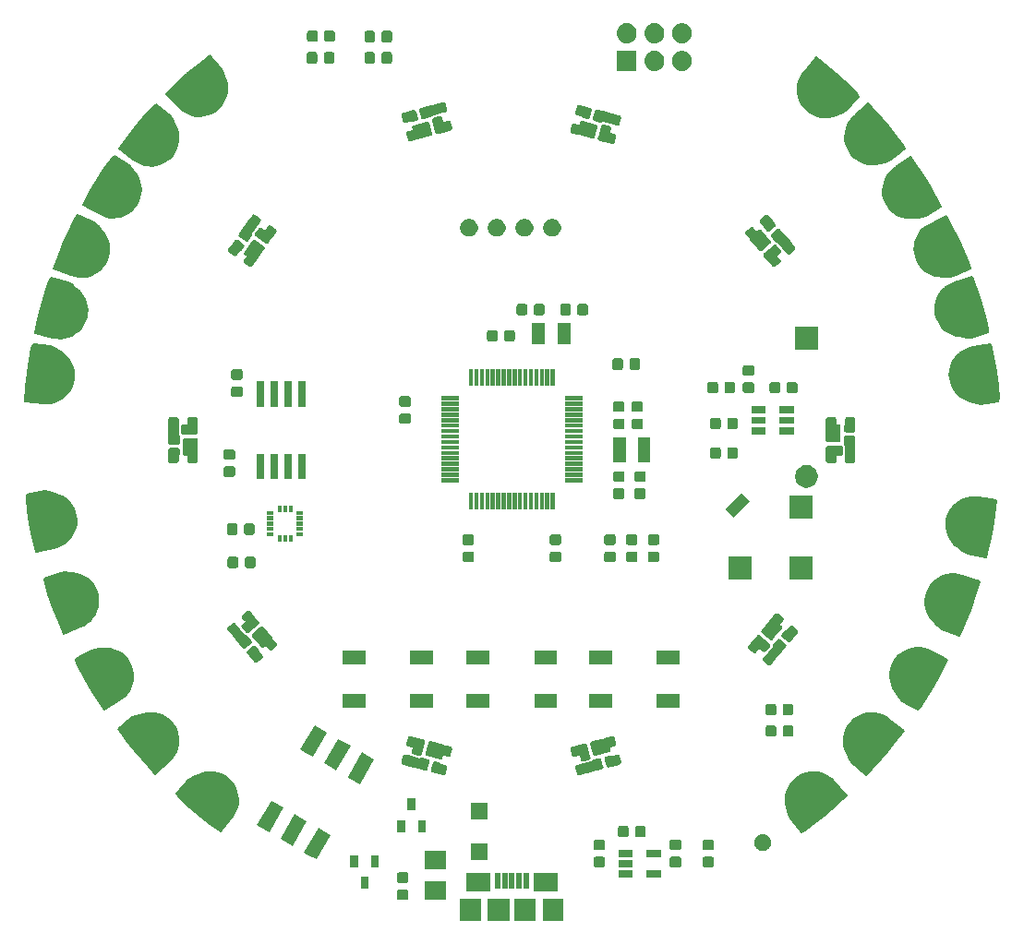
<source format=gts>
G04 #@! TF.GenerationSoftware,KiCad,Pcbnew,(5.1.4-0-10_14)*
G04 #@! TF.CreationDate,2019-11-18T16:06:03-06:00*
G04 #@! TF.ProjectId,CircuitPythonBadge v1_3,43697263-7569-4745-9079-74686f6e4261,rev?*
G04 #@! TF.SameCoordinates,Original*
G04 #@! TF.FileFunction,Soldermask,Top*
G04 #@! TF.FilePolarity,Negative*
%FSLAX46Y46*%
G04 Gerber Fmt 4.6, Leading zero omitted, Abs format (unit mm)*
G04 Created by KiCad (PCBNEW (5.1.4-0-10_14)) date 2019-11-18 16:06:03*
%MOMM*%
%LPD*%
G04 APERTURE LIST*
%ADD10C,0.127000*%
%ADD11C,0.100000*%
G04 APERTURE END LIST*
D10*
G36*
X55969465Y-91620365D02*
G01*
X55775190Y-92681558D01*
X55589853Y-93940899D01*
X55465332Y-95205147D01*
X55365846Y-96536446D01*
X57012278Y-96674625D01*
X57376196Y-96691159D01*
X57735911Y-96658554D01*
X58086690Y-96573671D01*
X58422873Y-96440932D01*
X58736896Y-96259408D01*
X59022788Y-96036045D01*
X59274888Y-95775264D01*
X59485014Y-95481180D01*
X59652547Y-95158835D01*
X59771206Y-94817693D01*
X59842894Y-94463106D01*
X59859118Y-94101710D01*
X59826513Y-93741995D01*
X59741939Y-93388695D01*
X59609200Y-93052512D01*
X59427677Y-92738489D01*
X59204313Y-92452597D01*
X58943533Y-92200497D01*
X58649449Y-91990371D01*
X58334577Y-91782810D01*
X58080300Y-91623635D01*
X57717617Y-91451150D01*
X56078924Y-91249943D01*
X55969465Y-91620365D01*
G37*
X55969465Y-91620365D02*
X55775190Y-92681558D01*
X55589853Y-93940899D01*
X55465332Y-95205147D01*
X55365846Y-96536446D01*
X57012278Y-96674625D01*
X57376196Y-96691159D01*
X57735911Y-96658554D01*
X58086690Y-96573671D01*
X58422873Y-96440932D01*
X58736896Y-96259408D01*
X59022788Y-96036045D01*
X59274888Y-95775264D01*
X59485014Y-95481180D01*
X59652547Y-95158835D01*
X59771206Y-94817693D01*
X59842894Y-94463106D01*
X59859118Y-94101710D01*
X59826513Y-93741995D01*
X59741939Y-93388695D01*
X59609200Y-93052512D01*
X59427677Y-92738489D01*
X59204313Y-92452597D01*
X58943533Y-92200497D01*
X58649449Y-91990371D01*
X58334577Y-91782810D01*
X58080300Y-91623635D01*
X57717617Y-91451150D01*
X56078924Y-91249943D01*
X55969465Y-91620365D01*
G36*
X69493998Y-132835523D02*
G01*
X70278180Y-133576424D01*
X71233410Y-134417746D01*
X72225879Y-135210737D01*
X73288216Y-136019250D01*
X74300815Y-134713694D01*
X74512885Y-134417492D01*
X74681455Y-134098052D01*
X74801314Y-133757633D01*
X74873087Y-133403391D01*
X74891878Y-133041165D01*
X74860258Y-132679743D01*
X74778853Y-132326283D01*
X74646656Y-131989887D01*
X74467559Y-131673820D01*
X74246080Y-131388505D01*
X73987742Y-131135261D01*
X73693486Y-130924823D01*
X73374046Y-130756253D01*
X73031681Y-130634762D01*
X72677440Y-130562988D01*
X72315213Y-130544197D01*
X71953791Y-130575817D01*
X71600331Y-130657223D01*
X71263935Y-130789419D01*
X70918369Y-130940448D01*
X70646384Y-131067009D01*
X70304194Y-131277238D01*
X69242952Y-132541977D01*
X69493998Y-132835523D01*
G37*
X69493998Y-132835523D02*
X70278180Y-133576424D01*
X71233410Y-134417746D01*
X72225879Y-135210737D01*
X73288216Y-136019250D01*
X74300815Y-134713694D01*
X74512885Y-134417492D01*
X74681455Y-134098052D01*
X74801314Y-133757633D01*
X74873087Y-133403391D01*
X74891878Y-133041165D01*
X74860258Y-132679743D01*
X74778853Y-132326283D01*
X74646656Y-131989887D01*
X74467559Y-131673820D01*
X74246080Y-131388505D01*
X73987742Y-131135261D01*
X73693486Y-130924823D01*
X73374046Y-130756253D01*
X73031681Y-130634762D01*
X72677440Y-130562988D01*
X72315213Y-130544197D01*
X71953791Y-130575817D01*
X71600331Y-130657223D01*
X71263935Y-130789419D01*
X70918369Y-130940448D01*
X70646384Y-131067009D01*
X70304194Y-131277238D01*
X69242952Y-132541977D01*
X69493998Y-132835523D01*
G36*
X143629941Y-89804214D02*
G01*
X143375794Y-88755746D01*
X143032888Y-87529899D01*
X142632427Y-86324303D01*
X142181824Y-85067636D01*
X140621531Y-85611067D01*
X140282351Y-85743982D01*
X139966996Y-85920077D01*
X139681069Y-86140297D01*
X139427940Y-86398298D01*
X139214899Y-86691852D01*
X139044573Y-87012188D01*
X138920337Y-87352961D01*
X138847992Y-87707086D01*
X138826053Y-88069705D01*
X138856407Y-88429617D01*
X138935141Y-88782706D01*
X139067313Y-89119457D01*
X139243408Y-89434811D01*
X139464370Y-89723168D01*
X139722371Y-89976296D01*
X140015925Y-90189338D01*
X140336261Y-90359663D01*
X140677034Y-90483899D01*
X141031159Y-90556244D01*
X141403231Y-90617790D01*
X141700267Y-90659780D01*
X142101751Y-90669837D01*
X143680610Y-90187132D01*
X143629941Y-89804214D01*
G37*
X143629941Y-89804214D02*
X143375794Y-88755746D01*
X143032888Y-87529899D01*
X142632427Y-86324303D01*
X142181824Y-85067636D01*
X140621531Y-85611067D01*
X140282351Y-85743982D01*
X139966996Y-85920077D01*
X139681069Y-86140297D01*
X139427940Y-86398298D01*
X139214899Y-86691852D01*
X139044573Y-87012188D01*
X138920337Y-87352961D01*
X138847992Y-87707086D01*
X138826053Y-88069705D01*
X138856407Y-88429617D01*
X138935141Y-88782706D01*
X139067313Y-89119457D01*
X139243408Y-89434811D01*
X139464370Y-89723168D01*
X139722371Y-89976296D01*
X140015925Y-90189338D01*
X140336261Y-90359663D01*
X140677034Y-90483899D01*
X141031159Y-90556244D01*
X141403231Y-90617790D01*
X141700267Y-90659780D01*
X142101751Y-90669837D01*
X143680610Y-90187132D01*
X143629941Y-89804214D01*
G36*
X57554644Y-85504657D02*
G01*
X57214570Y-86528485D01*
X56855771Y-87749776D01*
X56556512Y-88984390D01*
X56272713Y-90288888D01*
X57883892Y-90654861D01*
X58241967Y-90721882D01*
X58602718Y-90739657D01*
X58961897Y-90704419D01*
X59313282Y-90619759D01*
X59649512Y-90483706D01*
X59963708Y-90302304D01*
X60249649Y-90079147D01*
X60498658Y-89817169D01*
X60709423Y-89521277D01*
X60874405Y-89199969D01*
X60994744Y-88858810D01*
X61061106Y-88503189D01*
X61078882Y-88142437D01*
X61044301Y-87780804D01*
X60959641Y-87429420D01*
X60823588Y-87093190D01*
X60642187Y-86778994D01*
X60419030Y-86493053D01*
X60157051Y-86244044D01*
X59874131Y-85994681D01*
X59644481Y-85801667D01*
X59309334Y-85580384D01*
X57714590Y-85153074D01*
X57554644Y-85504657D01*
G37*
X57554644Y-85504657D02*
X57214570Y-86528485D01*
X56855771Y-87749776D01*
X56556512Y-88984390D01*
X56272713Y-90288888D01*
X57883892Y-90654861D01*
X58241967Y-90721882D01*
X58602718Y-90739657D01*
X58961897Y-90704419D01*
X59313282Y-90619759D01*
X59649512Y-90483706D01*
X59963708Y-90302304D01*
X60249649Y-90079147D01*
X60498658Y-89817169D01*
X60709423Y-89521277D01*
X60874405Y-89199969D01*
X60994744Y-88858810D01*
X61061106Y-88503189D01*
X61078882Y-88142437D01*
X61044301Y-87780804D01*
X60959641Y-87429420D01*
X60823588Y-87093190D01*
X60642187Y-86778994D01*
X60419030Y-86493053D01*
X60157051Y-86244044D01*
X59874131Y-85994681D01*
X59644481Y-85801667D01*
X59309334Y-85580384D01*
X57714590Y-85153074D01*
X57554644Y-85504657D01*
G36*
X59940340Y-79759517D02*
G01*
X59461087Y-80726052D01*
X58935809Y-81885522D01*
X58467637Y-83066473D01*
X58005049Y-84318777D01*
X59549614Y-84905422D01*
X59894877Y-85021625D01*
X60249644Y-85089434D01*
X60610232Y-85104527D01*
X60969979Y-85069594D01*
X61321872Y-84981659D01*
X61658256Y-84845751D01*
X61972472Y-84664561D01*
X62255518Y-84439788D01*
X62505412Y-84176107D01*
X62713506Y-83880888D01*
X62880154Y-83559797D01*
X62995364Y-83216872D01*
X63063173Y-82862105D01*
X63079258Y-82499179D01*
X63044325Y-82139432D01*
X62956390Y-81787539D01*
X62820482Y-81451155D01*
X62639292Y-81136940D01*
X62414519Y-80853893D01*
X62169056Y-80567583D01*
X61968504Y-80344486D01*
X61667415Y-80078713D01*
X60147661Y-79433616D01*
X59940340Y-79759517D01*
G37*
X59940340Y-79759517D02*
X59461087Y-80726052D01*
X58935809Y-81885522D01*
X58467637Y-83066473D01*
X58005049Y-84318777D01*
X59549614Y-84905422D01*
X59894877Y-85021625D01*
X60249644Y-85089434D01*
X60610232Y-85104527D01*
X60969979Y-85069594D01*
X61321872Y-84981659D01*
X61658256Y-84845751D01*
X61972472Y-84664561D01*
X62255518Y-84439788D01*
X62505412Y-84176107D01*
X62713506Y-83880888D01*
X62880154Y-83559797D01*
X62995364Y-83216872D01*
X63063173Y-82862105D01*
X63079258Y-82499179D01*
X63044325Y-82139432D01*
X62956390Y-81787539D01*
X62820482Y-81451155D01*
X62639292Y-81136940D01*
X62414519Y-80853893D01*
X62169056Y-80567583D01*
X61968504Y-80344486D01*
X61667415Y-80078713D01*
X60147661Y-79433616D01*
X59940340Y-79759517D01*
G36*
X63291003Y-74261516D02*
G01*
X62666450Y-75141180D01*
X61966258Y-76204203D01*
X61319109Y-77297376D01*
X60666313Y-78461898D01*
X62100090Y-79282944D01*
X62422924Y-79451727D01*
X62762716Y-79574199D01*
X63116503Y-79645514D01*
X63477286Y-79667288D01*
X63838603Y-79635484D01*
X64192106Y-79553872D01*
X64530797Y-79424066D01*
X64845522Y-79246339D01*
X65133587Y-79024997D01*
X65385302Y-78765965D01*
X65600127Y-78474897D01*
X65767564Y-78154217D01*
X65890036Y-77814425D01*
X65962697Y-77458484D01*
X65984472Y-77097701D01*
X65952668Y-76736384D01*
X65871055Y-76382881D01*
X65741250Y-76044190D01*
X65563522Y-75729465D01*
X65365870Y-75408281D01*
X65202687Y-75156558D01*
X64946881Y-74846956D01*
X63546753Y-73972060D01*
X63291003Y-74261516D01*
G37*
X63291003Y-74261516D02*
X62666450Y-75141180D01*
X61966258Y-76204203D01*
X61319109Y-77297376D01*
X60666313Y-78461898D01*
X62100090Y-79282944D01*
X62422924Y-79451727D01*
X62762716Y-79574199D01*
X63116503Y-79645514D01*
X63477286Y-79667288D01*
X63838603Y-79635484D01*
X64192106Y-79553872D01*
X64530797Y-79424066D01*
X64845522Y-79246339D01*
X65133587Y-79024997D01*
X65385302Y-78765965D01*
X65600127Y-78474897D01*
X65767564Y-78154217D01*
X65890036Y-77814425D01*
X65962697Y-77458484D01*
X65984472Y-77097701D01*
X65952668Y-76736384D01*
X65871055Y-76382881D01*
X65741250Y-76044190D01*
X65563522Y-75729465D01*
X65365870Y-75408281D01*
X65202687Y-75156558D01*
X64946881Y-74846956D01*
X63546753Y-73972060D01*
X63291003Y-74261516D01*
G36*
X67093838Y-69502122D02*
G01*
X66366736Y-70299115D01*
X65542213Y-71268883D01*
X64766664Y-72275040D01*
X63976814Y-73351326D01*
X65299843Y-74340985D01*
X65599702Y-74547853D01*
X65922035Y-74710823D01*
X66264494Y-74824722D01*
X66619934Y-74890303D01*
X66982433Y-74902769D01*
X67343248Y-74864846D01*
X67695234Y-74777284D01*
X68029272Y-74639236D01*
X68342165Y-74454651D01*
X68623571Y-74228226D01*
X68872268Y-73965508D01*
X69077538Y-73667624D01*
X69240507Y-73345290D01*
X69356005Y-73000857D01*
X69421586Y-72645417D01*
X69434052Y-72282918D01*
X69396129Y-71922103D01*
X69308567Y-71570117D01*
X69170519Y-71236080D01*
X69013483Y-70893202D01*
X68882194Y-70623468D01*
X68666025Y-70284999D01*
X67382957Y-69245991D01*
X67093838Y-69502122D01*
G37*
X67093838Y-69502122D02*
X66366736Y-70299115D01*
X65542213Y-71268883D01*
X64766664Y-72275040D01*
X63976814Y-73351326D01*
X65299843Y-74340985D01*
X65599702Y-74547853D01*
X65922035Y-74710823D01*
X66264494Y-74824722D01*
X66619934Y-74890303D01*
X66982433Y-74902769D01*
X67343248Y-74864846D01*
X67695234Y-74777284D01*
X68029272Y-74639236D01*
X68342165Y-74454651D01*
X68623571Y-74228226D01*
X68872268Y-73965508D01*
X69077538Y-73667624D01*
X69240507Y-73345290D01*
X69356005Y-73000857D01*
X69421586Y-72645417D01*
X69434052Y-72282918D01*
X69396129Y-71922103D01*
X69308567Y-71570117D01*
X69170519Y-71236080D01*
X69013483Y-70893202D01*
X68882194Y-70623468D01*
X68666025Y-70284999D01*
X67382957Y-69245991D01*
X67093838Y-69502122D01*
G36*
X71992927Y-65011790D02*
G01*
X71150100Y-65685227D01*
X70184023Y-66514071D01*
X69260625Y-67386518D01*
X68312131Y-68325994D01*
X69464055Y-69510436D01*
X69727860Y-69761666D01*
X70020731Y-69973053D01*
X70341156Y-70139122D01*
X70681961Y-70259498D01*
X71038047Y-70328518D01*
X71400352Y-70347506D01*
X71761702Y-70316085D01*
X72113223Y-70231992D01*
X72451139Y-70098626D01*
X72764502Y-69919011D01*
X73051235Y-69698432D01*
X73300577Y-69436327D01*
X73511964Y-69143456D01*
X73679921Y-68821331D01*
X73800297Y-68480526D01*
X73869317Y-68124440D01*
X73888305Y-67762135D01*
X73856884Y-67400785D01*
X73772791Y-67049264D01*
X73671326Y-66686042D01*
X73583849Y-66399091D01*
X73423290Y-66030973D01*
X72318555Y-64804041D01*
X71992927Y-65011790D01*
G37*
X71992927Y-65011790D02*
X71150100Y-65685227D01*
X70184023Y-66514071D01*
X69260625Y-67386518D01*
X68312131Y-68325994D01*
X69464055Y-69510436D01*
X69727860Y-69761666D01*
X70020731Y-69973053D01*
X70341156Y-70139122D01*
X70681961Y-70259498D01*
X71038047Y-70328518D01*
X71400352Y-70347506D01*
X71761702Y-70316085D01*
X72113223Y-70231992D01*
X72451139Y-70098626D01*
X72764502Y-69919011D01*
X73051235Y-69698432D01*
X73300577Y-69436327D01*
X73511964Y-69143456D01*
X73679921Y-68821331D01*
X73800297Y-68480526D01*
X73869317Y-68124440D01*
X73888305Y-67762135D01*
X73856884Y-67400785D01*
X73772791Y-67049264D01*
X73671326Y-66686042D01*
X73583849Y-66399091D01*
X73423290Y-66030973D01*
X72318555Y-64804041D01*
X71992927Y-65011790D01*
G36*
X141206243Y-117676539D02*
G01*
X141634255Y-116686246D01*
X142098132Y-115500874D01*
X142503855Y-114297040D01*
X142900269Y-113022241D01*
X141327118Y-112517237D01*
X140976247Y-112419263D01*
X140618417Y-112370114D01*
X140257533Y-112373914D01*
X139900107Y-112427626D01*
X139553299Y-112533857D01*
X139224488Y-112687184D01*
X138920187Y-112884571D01*
X138649291Y-113123849D01*
X138413541Y-113400247D01*
X138221182Y-113705952D01*
X138071567Y-114035325D01*
X137974463Y-114383809D01*
X137925314Y-114741639D01*
X137928245Y-115104909D01*
X137981957Y-115462335D01*
X138088188Y-115809144D01*
X138241515Y-116137954D01*
X138438901Y-116442256D01*
X138678180Y-116713151D01*
X138938291Y-116986222D01*
X139150244Y-117198518D01*
X139464830Y-117448168D01*
X141016263Y-118012844D01*
X141206243Y-117676539D01*
G37*
X141206243Y-117676539D02*
X141634255Y-116686246D01*
X142098132Y-115500874D01*
X142503855Y-114297040D01*
X142900269Y-113022241D01*
X141327118Y-112517237D01*
X140976247Y-112419263D01*
X140618417Y-112370114D01*
X140257533Y-112373914D01*
X139900107Y-112427626D01*
X139553299Y-112533857D01*
X139224488Y-112687184D01*
X138920187Y-112884571D01*
X138649291Y-113123849D01*
X138413541Y-113400247D01*
X138221182Y-113705952D01*
X138071567Y-114035325D01*
X137974463Y-114383809D01*
X137925314Y-114741639D01*
X137928245Y-115104909D01*
X137981957Y-115462335D01*
X138088188Y-115809144D01*
X138241515Y-116137954D01*
X138438901Y-116442256D01*
X138678180Y-116713151D01*
X138938291Y-116986222D01*
X139150244Y-117198518D01*
X139464830Y-117448168D01*
X141016263Y-118012844D01*
X141206243Y-117676539D01*
G36*
X143593425Y-110454872D02*
G01*
X143842973Y-109405300D01*
X144093964Y-108157386D01*
X144284480Y-106901387D01*
X144453505Y-105577119D01*
X142816560Y-105352962D01*
X142454007Y-105317405D01*
X142093079Y-105331139D01*
X141738338Y-105397547D01*
X141395669Y-105512510D01*
X141072576Y-105677350D01*
X140775386Y-105885445D01*
X140509983Y-106132674D01*
X140284753Y-106415358D01*
X140100580Y-106728494D01*
X139964229Y-107062958D01*
X139874082Y-107413307D01*
X139838967Y-107773359D01*
X139852701Y-108134287D01*
X139918668Y-108491530D01*
X140033631Y-108834199D01*
X140198471Y-109157291D01*
X140406566Y-109454482D01*
X140653795Y-109719885D01*
X140936479Y-109945114D01*
X141240056Y-110168869D01*
X141485654Y-110341134D01*
X141838812Y-110532364D01*
X143464730Y-110819057D01*
X143593425Y-110454872D01*
G37*
X143593425Y-110454872D02*
X143842973Y-109405300D01*
X144093964Y-108157386D01*
X144284480Y-106901387D01*
X144453505Y-105577119D01*
X142816560Y-105352962D01*
X142454007Y-105317405D01*
X142093079Y-105331139D01*
X141738338Y-105397547D01*
X141395669Y-105512510D01*
X141072576Y-105677350D01*
X140775386Y-105885445D01*
X140509983Y-106132674D01*
X140284753Y-106415358D01*
X140100580Y-106728494D01*
X139964229Y-107062958D01*
X139874082Y-107413307D01*
X139838967Y-107773359D01*
X139852701Y-108134287D01*
X139918668Y-108491530D01*
X140033631Y-108834199D01*
X140198471Y-109157291D01*
X140406566Y-109454482D01*
X140653795Y-109719885D01*
X140936479Y-109945114D01*
X141240056Y-110168869D01*
X141485654Y-110341134D01*
X141838812Y-110532364D01*
X143464730Y-110819057D01*
X143593425Y-110454872D01*
G36*
X137484955Y-124550727D02*
G01*
X138078427Y-123649802D01*
X138741094Y-122562990D01*
X139349697Y-121447898D01*
X139961455Y-120261303D01*
X138499897Y-119490795D01*
X138171369Y-119333382D01*
X137827510Y-119222843D01*
X137471449Y-119163919D01*
X137110126Y-119154748D01*
X136750140Y-119199143D01*
X136399700Y-119293043D01*
X136065745Y-119434590D01*
X135757415Y-119623193D01*
X135477250Y-119854453D01*
X135234729Y-120122112D01*
X135030192Y-120420500D01*
X134874049Y-120746828D01*
X134763510Y-121090687D01*
X134703315Y-121448947D01*
X134694145Y-121810270D01*
X134738540Y-122170257D01*
X134832440Y-122520697D01*
X134973986Y-122854652D01*
X135162589Y-123162981D01*
X135371330Y-123477072D01*
X135543198Y-123722947D01*
X135809654Y-124023432D01*
X137239462Y-124848932D01*
X137484955Y-124550727D01*
G37*
X137484955Y-124550727D02*
X138078427Y-123649802D01*
X138741094Y-122562990D01*
X139349697Y-121447898D01*
X139961455Y-120261303D01*
X138499897Y-119490795D01*
X138171369Y-119333382D01*
X137827510Y-119222843D01*
X137471449Y-119163919D01*
X137110126Y-119154748D01*
X136750140Y-119199143D01*
X136399700Y-119293043D01*
X136065745Y-119434590D01*
X135757415Y-119623193D01*
X135477250Y-119854453D01*
X135234729Y-120122112D01*
X135030192Y-120420500D01*
X134874049Y-120746828D01*
X134763510Y-121090687D01*
X134703315Y-121448947D01*
X134694145Y-121810270D01*
X134738540Y-122170257D01*
X134832440Y-122520697D01*
X134973986Y-122854652D01*
X135162589Y-123162981D01*
X135371330Y-123477072D01*
X135543198Y-123722947D01*
X135809654Y-124023432D01*
X137239462Y-124848932D01*
X137484955Y-124550727D01*
G36*
X64133218Y-126905859D02*
G01*
X64776830Y-127771675D01*
X65571454Y-128766090D01*
X66411144Y-129719374D01*
X67316945Y-130700077D01*
X68540867Y-129590191D01*
X68801150Y-129335314D01*
X69022629Y-129049999D01*
X69199781Y-128735565D01*
X69331977Y-128399169D01*
X69413383Y-128045709D01*
X69445003Y-127684287D01*
X69426212Y-127322060D01*
X69354438Y-126967819D01*
X69232947Y-126625454D01*
X69064377Y-126306014D01*
X68853939Y-126011758D01*
X68600695Y-125753420D01*
X68315380Y-125531941D01*
X67999313Y-125352844D01*
X67662917Y-125220647D01*
X67309457Y-125139242D01*
X66948035Y-125107622D01*
X66585809Y-125126413D01*
X66231567Y-125198186D01*
X65865025Y-125286913D01*
X65575196Y-125364322D01*
X65201699Y-125511937D01*
X63936959Y-126573179D01*
X64133218Y-126905859D01*
G37*
X64133218Y-126905859D02*
X64776830Y-127771675D01*
X65571454Y-128766090D01*
X66411144Y-129719374D01*
X67316945Y-130700077D01*
X68540867Y-129590191D01*
X68801150Y-129335314D01*
X69022629Y-129049999D01*
X69199781Y-128735565D01*
X69331977Y-128399169D01*
X69413383Y-128045709D01*
X69445003Y-127684287D01*
X69426212Y-127322060D01*
X69354438Y-126967819D01*
X69232947Y-126625454D01*
X69064377Y-126306014D01*
X68853939Y-126011758D01*
X68600695Y-125753420D01*
X68315380Y-125531941D01*
X67999313Y-125352844D01*
X67662917Y-125220647D01*
X67309457Y-125139242D01*
X66948035Y-125107622D01*
X66585809Y-125126413D01*
X66231567Y-125198186D01*
X65865025Y-125286913D01*
X65575196Y-125364322D01*
X65201699Y-125511937D01*
X63936959Y-126573179D01*
X64133218Y-126905859D01*
G36*
X60125545Y-120535273D02*
G01*
X60609033Y-121499698D01*
X61218906Y-122616990D01*
X61880303Y-123701602D01*
X62602045Y-124824697D01*
X64000103Y-123944205D01*
X64300691Y-123738398D01*
X64568350Y-123495877D01*
X64797411Y-123216981D01*
X64986014Y-122908652D01*
X65127560Y-122574697D01*
X65221460Y-122224257D01*
X65265855Y-121864270D01*
X65256685Y-121502947D01*
X65196490Y-121144687D01*
X65085951Y-120800828D01*
X64929808Y-120474500D01*
X64725271Y-120176112D01*
X64482750Y-119908453D01*
X64202585Y-119677193D01*
X63894255Y-119488590D01*
X63560300Y-119347043D01*
X63209860Y-119253143D01*
X62849874Y-119208748D01*
X62488551Y-119217919D01*
X62112170Y-119241648D01*
X61813302Y-119267553D01*
X61419846Y-119348068D01*
X59990038Y-120173568D01*
X60125545Y-120535273D01*
G37*
X60125545Y-120535273D02*
X60609033Y-121499698D01*
X61218906Y-122616990D01*
X61880303Y-123701602D01*
X62602045Y-124824697D01*
X64000103Y-123944205D01*
X64300691Y-123738398D01*
X64568350Y-123495877D01*
X64797411Y-123216981D01*
X64986014Y-122908652D01*
X65127560Y-122574697D01*
X65221460Y-122224257D01*
X65265855Y-121864270D01*
X65256685Y-121502947D01*
X65196490Y-121144687D01*
X65085951Y-120800828D01*
X64929808Y-120474500D01*
X64725271Y-120176112D01*
X64482750Y-119908453D01*
X64202585Y-119677193D01*
X63894255Y-119488590D01*
X63560300Y-119347043D01*
X63209860Y-119253143D01*
X62849874Y-119208748D01*
X62488551Y-119217919D01*
X62112170Y-119241648D01*
X61813302Y-119267553D01*
X61419846Y-119348068D01*
X59990038Y-120173568D01*
X60125545Y-120535273D01*
G36*
X57187004Y-113186923D02*
G01*
X57495676Y-114220653D01*
X57902268Y-115426874D01*
X58365276Y-116609859D01*
X58881030Y-117841221D01*
X60410744Y-117216875D01*
X60742504Y-117066392D01*
X61048209Y-116874033D01*
X61322220Y-116639151D01*
X61561499Y-116368256D01*
X61758885Y-116063954D01*
X61912212Y-115735144D01*
X62018443Y-115388335D01*
X62072155Y-115030909D01*
X62075086Y-114667639D01*
X62025937Y-114309809D01*
X61928833Y-113961325D01*
X61779218Y-113631952D01*
X61586859Y-113326247D01*
X61351109Y-113049849D01*
X61080213Y-112810571D01*
X60775912Y-112613184D01*
X60447101Y-112459857D01*
X60100293Y-112353626D01*
X59742867Y-112299914D01*
X59368083Y-112257925D01*
X59069257Y-112231538D01*
X58667798Y-112242507D01*
X57116365Y-112807182D01*
X57187004Y-113186923D01*
G37*
X57187004Y-113186923D02*
X57495676Y-114220653D01*
X57902268Y-115426874D01*
X58365276Y-116609859D01*
X58881030Y-117841221D01*
X60410744Y-117216875D01*
X60742504Y-117066392D01*
X61048209Y-116874033D01*
X61322220Y-116639151D01*
X61561499Y-116368256D01*
X61758885Y-116063954D01*
X61912212Y-115735144D01*
X62018443Y-115388335D01*
X62072155Y-115030909D01*
X62075086Y-114667639D01*
X62025937Y-114309809D01*
X61928833Y-113961325D01*
X61779218Y-113631952D01*
X61586859Y-113326247D01*
X61351109Y-113049849D01*
X61080213Y-112810571D01*
X60775912Y-112613184D01*
X60447101Y-112459857D01*
X60100293Y-112353626D01*
X59742867Y-112299914D01*
X59368083Y-112257925D01*
X59069257Y-112231538D01*
X58667798Y-112242507D01*
X57116365Y-112807182D01*
X57187004Y-113186923D01*
G36*
X55498602Y-105439261D02*
G01*
X55623079Y-106510886D01*
X55814036Y-107769386D01*
X56064586Y-109014799D01*
X56358681Y-110317013D01*
X57973572Y-109967785D01*
X58326422Y-109877197D01*
X58660887Y-109740846D01*
X58971521Y-109557114D01*
X59254205Y-109331885D01*
X59501434Y-109066482D01*
X59709529Y-108769291D01*
X59874369Y-108446199D01*
X59989332Y-108103530D01*
X60055299Y-107746287D01*
X60069033Y-107385359D01*
X60033918Y-107025307D01*
X59943771Y-106674958D01*
X59807420Y-106340494D01*
X59623247Y-106027358D01*
X59398017Y-105744674D01*
X59132614Y-105497445D01*
X58835424Y-105289350D01*
X58512331Y-105124510D01*
X58169662Y-105009547D01*
X57807864Y-104903116D01*
X57518160Y-104825240D01*
X57120895Y-104766329D01*
X55494977Y-105053022D01*
X55498602Y-105439261D01*
G37*
X55498602Y-105439261D02*
X55623079Y-106510886D01*
X55814036Y-107769386D01*
X56064586Y-109014799D01*
X56358681Y-110317013D01*
X57973572Y-109967785D01*
X58326422Y-109877197D01*
X58660887Y-109740846D01*
X58971521Y-109557114D01*
X59254205Y-109331885D01*
X59501434Y-109066482D01*
X59709529Y-108769291D01*
X59874369Y-108446199D01*
X59989332Y-108103530D01*
X60055299Y-107746287D01*
X60069033Y-107385359D01*
X60033918Y-107025307D01*
X59943771Y-106674958D01*
X59807420Y-106340494D01*
X59623247Y-106027358D01*
X59398017Y-105744674D01*
X59132614Y-105497445D01*
X58835424Y-105289350D01*
X58512331Y-105124510D01*
X58169662Y-105009547D01*
X57807864Y-104903116D01*
X57518160Y-104825240D01*
X57120895Y-104766329D01*
X55494977Y-105053022D01*
X55498602Y-105439261D01*
G36*
X139209087Y-78300494D02*
G01*
X138692237Y-77353530D01*
X138043742Y-76258203D01*
X137344896Y-75197334D01*
X136584397Y-74100112D01*
X135217920Y-75028860D01*
X134924698Y-75245031D01*
X134665666Y-75496746D01*
X134446478Y-75783465D01*
X134268750Y-76098190D01*
X134138945Y-76436881D01*
X134057332Y-76790384D01*
X134025528Y-77151701D01*
X134047303Y-77512484D01*
X134119964Y-77868425D01*
X134242436Y-78208217D01*
X134409873Y-78528897D01*
X134624698Y-78819965D01*
X134876413Y-79078997D01*
X135164478Y-79300339D01*
X135479203Y-79478066D01*
X135817894Y-79607872D01*
X136171397Y-79689484D01*
X136532714Y-79721288D01*
X136893497Y-79699514D01*
X137268820Y-79662663D01*
X137566602Y-79626344D01*
X137957008Y-79532147D01*
X139357136Y-78657250D01*
X139209087Y-78300494D01*
G37*
X139209087Y-78300494D02*
X138692237Y-77353530D01*
X138043742Y-76258203D01*
X137344896Y-75197334D01*
X136584397Y-74100112D01*
X135217920Y-75028860D01*
X134924698Y-75245031D01*
X134665666Y-75496746D01*
X134446478Y-75783465D01*
X134268750Y-76098190D01*
X134138945Y-76436881D01*
X134057332Y-76790384D01*
X134025528Y-77151701D01*
X134047303Y-77512484D01*
X134119964Y-77868425D01*
X134242436Y-78208217D01*
X134409873Y-78528897D01*
X134624698Y-78819965D01*
X134876413Y-79078997D01*
X135164478Y-79300339D01*
X135479203Y-79478066D01*
X135817894Y-79607872D01*
X136171397Y-79689484D01*
X136532714Y-79721288D01*
X136893497Y-79699514D01*
X137268820Y-79662663D01*
X137566602Y-79626344D01*
X137957008Y-79532147D01*
X139357136Y-78657250D01*
X139209087Y-78300494D01*
G36*
X135866982Y-72993641D02*
G01*
X135223370Y-72127825D01*
X134428746Y-71133410D01*
X133589056Y-70180126D01*
X132683255Y-69199423D01*
X131459333Y-70309309D01*
X131199050Y-70564186D01*
X130977571Y-70849501D01*
X130800419Y-71163935D01*
X130668223Y-71500331D01*
X130586817Y-71853791D01*
X130555197Y-72215213D01*
X130573988Y-72577440D01*
X130645762Y-72931681D01*
X130767253Y-73274046D01*
X130935823Y-73593486D01*
X131146261Y-73887742D01*
X131399505Y-74146080D01*
X131684820Y-74367559D01*
X132000887Y-74546656D01*
X132337283Y-74678853D01*
X132690743Y-74760258D01*
X133052165Y-74791878D01*
X133414391Y-74773087D01*
X133768633Y-74701314D01*
X134135175Y-74612587D01*
X134425004Y-74535178D01*
X134798501Y-74387563D01*
X136063241Y-73326321D01*
X135866982Y-72993641D01*
G37*
X135866982Y-72993641D02*
X135223370Y-72127825D01*
X134428746Y-71133410D01*
X133589056Y-70180126D01*
X132683255Y-69199423D01*
X131459333Y-70309309D01*
X131199050Y-70564186D01*
X130977571Y-70849501D01*
X130800419Y-71163935D01*
X130668223Y-71500331D01*
X130586817Y-71853791D01*
X130555197Y-72215213D01*
X130573988Y-72577440D01*
X130645762Y-72931681D01*
X130767253Y-73274046D01*
X130935823Y-73593486D01*
X131146261Y-73887742D01*
X131399505Y-74146080D01*
X131684820Y-74367559D01*
X132000887Y-74546656D01*
X132337283Y-74678853D01*
X132690743Y-74760258D01*
X133052165Y-74791878D01*
X133414391Y-74773087D01*
X133768633Y-74701314D01*
X134135175Y-74612587D01*
X134425004Y-74535178D01*
X134798501Y-74387563D01*
X136063241Y-73326321D01*
X135866982Y-72993641D01*
G36*
X144642268Y-96173135D02*
G01*
X144555266Y-95097819D01*
X144408346Y-93833421D01*
X144201413Y-92580022D01*
X143952944Y-91268337D01*
X142326849Y-91560994D01*
X141971052Y-91639213D01*
X141632033Y-91763808D01*
X141315176Y-91936587D01*
X141024803Y-92151814D01*
X140768462Y-92408427D01*
X140550122Y-92698174D01*
X140374107Y-93015317D01*
X140247256Y-93353765D01*
X140168861Y-93708487D01*
X140142539Y-94068716D01*
X140165067Y-94429775D01*
X140242932Y-94783056D01*
X140367527Y-95122075D01*
X140540660Y-95441448D01*
X140755887Y-95731820D01*
X141012500Y-95988161D01*
X141302247Y-96206501D01*
X141619390Y-96382516D01*
X141957838Y-96509368D01*
X142315701Y-96628361D01*
X142602511Y-96716300D01*
X142997478Y-96789040D01*
X144632411Y-96559265D01*
X144642268Y-96173135D01*
G37*
X144642268Y-96173135D02*
X144555266Y-95097819D01*
X144408346Y-93833421D01*
X144201413Y-92580022D01*
X143952944Y-91268337D01*
X142326849Y-91560994D01*
X141971052Y-91639213D01*
X141632033Y-91763808D01*
X141315176Y-91936587D01*
X141024803Y-92151814D01*
X140768462Y-92408427D01*
X140550122Y-92698174D01*
X140374107Y-93015317D01*
X140247256Y-93353765D01*
X140168861Y-93708487D01*
X140142539Y-94068716D01*
X140165067Y-94429775D01*
X140242932Y-94783056D01*
X140367527Y-95122075D01*
X140540660Y-95441448D01*
X140755887Y-95731820D01*
X141012500Y-95988161D01*
X141302247Y-96206501D01*
X141619390Y-96382516D01*
X141957838Y-96509368D01*
X142315701Y-96628361D01*
X142602511Y-96716300D01*
X142997478Y-96789040D01*
X144632411Y-96559265D01*
X144642268Y-96173135D01*
G36*
X131605611Y-68262035D02*
G01*
X130847763Y-67494218D01*
X129922477Y-66620071D01*
X128958288Y-65792927D01*
X127924814Y-64947831D01*
X126867269Y-66217253D01*
X126644991Y-66505873D01*
X126465375Y-66819236D01*
X126333709Y-67155264D01*
X126249616Y-67506785D01*
X126218195Y-67868135D01*
X126237183Y-68230440D01*
X126306203Y-68586526D01*
X126426579Y-68927331D01*
X126594536Y-69249456D01*
X126805923Y-69542327D01*
X127055265Y-69804432D01*
X127341998Y-70025011D01*
X127655361Y-70204626D01*
X127993277Y-70337992D01*
X128344798Y-70422085D01*
X128706148Y-70453506D01*
X129068453Y-70434518D01*
X129424539Y-70365498D01*
X129765344Y-70245122D01*
X130115970Y-70106246D01*
X130392206Y-69989254D01*
X130741524Y-69791095D01*
X131846259Y-68564163D01*
X131605611Y-68262035D01*
G37*
X131605611Y-68262035D02*
X130847763Y-67494218D01*
X129922477Y-66620071D01*
X128958288Y-65792927D01*
X127924814Y-64947831D01*
X126867269Y-66217253D01*
X126644991Y-66505873D01*
X126465375Y-66819236D01*
X126333709Y-67155264D01*
X126249616Y-67506785D01*
X126218195Y-67868135D01*
X126237183Y-68230440D01*
X126306203Y-68586526D01*
X126426579Y-68927331D01*
X126594536Y-69249456D01*
X126805923Y-69542327D01*
X127055265Y-69804432D01*
X127341998Y-70025011D01*
X127655361Y-70204626D01*
X127993277Y-70337992D01*
X128344798Y-70422085D01*
X128706148Y-70453506D01*
X129068453Y-70434518D01*
X129424539Y-70365498D01*
X129765344Y-70245122D01*
X130115970Y-70106246D01*
X130392206Y-69989254D01*
X130741524Y-69791095D01*
X131846259Y-68564163D01*
X131605611Y-68262035D01*
G36*
X141934963Y-83970620D02*
G01*
X141537371Y-82967726D01*
X141027197Y-81801532D01*
X140462847Y-80663402D01*
X139841735Y-79481677D01*
X138372257Y-80236971D01*
X138054876Y-80415796D01*
X137767099Y-80634066D01*
X137514602Y-80891936D01*
X137299844Y-81182655D01*
X137129730Y-81503002D01*
X137005645Y-81843925D01*
X136930044Y-82198672D01*
X136907688Y-82559420D01*
X136936429Y-82921563D01*
X137016578Y-83273748D01*
X137143686Y-83612443D01*
X137321438Y-83927522D01*
X137539708Y-84215299D01*
X137798652Y-84470098D01*
X138089371Y-84684856D01*
X138409718Y-84854970D01*
X138750640Y-84979055D01*
X139105388Y-85054656D01*
X139466135Y-85077012D01*
X139843152Y-85086177D01*
X140143140Y-85086419D01*
X140542116Y-85040502D01*
X142038430Y-84342759D01*
X141934963Y-83970620D01*
G37*
X141934963Y-83970620D02*
X141537371Y-82967726D01*
X141027197Y-81801532D01*
X140462847Y-80663402D01*
X139841735Y-79481677D01*
X138372257Y-80236971D01*
X138054876Y-80415796D01*
X137767099Y-80634066D01*
X137514602Y-80891936D01*
X137299844Y-81182655D01*
X137129730Y-81503002D01*
X137005645Y-81843925D01*
X136930044Y-82198672D01*
X136907688Y-82559420D01*
X136936429Y-82921563D01*
X137016578Y-83273748D01*
X137143686Y-83612443D01*
X137321438Y-83927522D01*
X137539708Y-84215299D01*
X137798652Y-84470098D01*
X138089371Y-84684856D01*
X138409718Y-84854970D01*
X138750640Y-84979055D01*
X139105388Y-85054656D01*
X139466135Y-85077012D01*
X139843152Y-85086177D01*
X140143140Y-85086419D01*
X140542116Y-85040502D01*
X142038430Y-84342759D01*
X141934963Y-83970620D01*
G36*
X126905859Y-135866982D02*
G01*
X127771675Y-135223370D01*
X128766090Y-134428746D01*
X129719374Y-133589056D01*
X130700077Y-132683255D01*
X129590191Y-131459333D01*
X129335314Y-131199050D01*
X129049999Y-130977571D01*
X128735565Y-130800419D01*
X128399169Y-130668223D01*
X128045709Y-130586817D01*
X127684287Y-130555197D01*
X127322060Y-130573988D01*
X126967819Y-130645762D01*
X126625454Y-130767253D01*
X126306014Y-130935823D01*
X126011758Y-131146261D01*
X125753420Y-131399505D01*
X125531941Y-131684820D01*
X125352844Y-132000887D01*
X125220647Y-132337283D01*
X125139242Y-132690743D01*
X125107622Y-133052165D01*
X125126413Y-133414391D01*
X125198186Y-133768633D01*
X125286913Y-134135175D01*
X125364322Y-134425004D01*
X125511937Y-134798501D01*
X126573179Y-136063241D01*
X126905859Y-135866982D01*
G37*
X126905859Y-135866982D02*
X127771675Y-135223370D01*
X128766090Y-134428746D01*
X129719374Y-133589056D01*
X130700077Y-132683255D01*
X129590191Y-131459333D01*
X129335314Y-131199050D01*
X129049999Y-130977571D01*
X128735565Y-130800419D01*
X128399169Y-130668223D01*
X128045709Y-130586817D01*
X127684287Y-130555197D01*
X127322060Y-130573988D01*
X126967819Y-130645762D01*
X126625454Y-130767253D01*
X126306014Y-130935823D01*
X126011758Y-131146261D01*
X125753420Y-131399505D01*
X125531941Y-131684820D01*
X125352844Y-132000887D01*
X125220647Y-132337283D01*
X125139242Y-132690743D01*
X125107622Y-133052165D01*
X125126413Y-133414391D01*
X125198186Y-133768633D01*
X125286913Y-134135175D01*
X125364322Y-134425004D01*
X125511937Y-134798501D01*
X126573179Y-136063241D01*
X126905859Y-135866982D01*
G36*
X132735523Y-130532502D02*
G01*
X133476424Y-129748320D01*
X134317746Y-128793090D01*
X135110737Y-127800621D01*
X135919250Y-126738284D01*
X134613694Y-125725685D01*
X134317492Y-125513615D01*
X133998052Y-125345045D01*
X133657633Y-125225186D01*
X133303391Y-125153413D01*
X132941165Y-125134622D01*
X132579743Y-125166242D01*
X132226283Y-125247647D01*
X131889887Y-125379844D01*
X131573820Y-125558941D01*
X131288505Y-125780420D01*
X131035261Y-126038758D01*
X130824823Y-126333014D01*
X130656253Y-126652454D01*
X130534762Y-126994819D01*
X130462988Y-127349060D01*
X130444197Y-127711287D01*
X130475817Y-128072709D01*
X130557223Y-128426169D01*
X130689419Y-128762565D01*
X130840448Y-129108131D01*
X130967009Y-129380116D01*
X131177238Y-129722306D01*
X132441977Y-130783548D01*
X132735523Y-130532502D01*
G37*
X132735523Y-130532502D02*
X133476424Y-129748320D01*
X134317746Y-128793090D01*
X135110737Y-127800621D01*
X135919250Y-126738284D01*
X134613694Y-125725685D01*
X134317492Y-125513615D01*
X133998052Y-125345045D01*
X133657633Y-125225186D01*
X133303391Y-125153413D01*
X132941165Y-125134622D01*
X132579743Y-125166242D01*
X132226283Y-125247647D01*
X131889887Y-125379844D01*
X131573820Y-125558941D01*
X131288505Y-125780420D01*
X131035261Y-126038758D01*
X130824823Y-126333014D01*
X130656253Y-126652454D01*
X130534762Y-126994819D01*
X130462988Y-127349060D01*
X130444197Y-127711287D01*
X130475817Y-128072709D01*
X130557223Y-128426169D01*
X130689419Y-128762565D01*
X130840448Y-129108131D01*
X130967009Y-129380116D01*
X131177238Y-129722306D01*
X132441977Y-130783548D01*
X132735523Y-130532502D01*
D11*
G36*
X104749800Y-144200760D02*
G01*
X102849880Y-144200760D01*
X102849880Y-142199240D01*
X104749800Y-142199240D01*
X104749800Y-144200760D01*
X104749800Y-144200760D01*
G37*
G36*
X102199640Y-144200760D02*
G01*
X100198120Y-144200760D01*
X100198120Y-142199240D01*
X102199640Y-142199240D01*
X102199640Y-144200760D01*
X102199640Y-144200760D01*
G37*
G36*
X99801880Y-144200760D02*
G01*
X97800360Y-144200760D01*
X97800360Y-142199240D01*
X99801880Y-142199240D01*
X99801880Y-144200760D01*
X99801880Y-144200760D01*
G37*
G36*
X97150120Y-144200760D02*
G01*
X95250200Y-144200760D01*
X95250200Y-142199240D01*
X97150120Y-142199240D01*
X97150120Y-144200760D01*
X97150120Y-144200760D01*
G37*
G36*
X90349561Y-141303646D02*
G01*
X90390574Y-141316088D01*
X90428380Y-141336295D01*
X90461513Y-141363487D01*
X90488705Y-141396620D01*
X90508912Y-141434426D01*
X90521354Y-141475439D01*
X90525800Y-141520582D01*
X90525800Y-142054418D01*
X90521354Y-142099561D01*
X90508912Y-142140574D01*
X90488705Y-142178380D01*
X90461513Y-142211513D01*
X90428380Y-142238705D01*
X90390574Y-142258912D01*
X90349561Y-142271354D01*
X90304418Y-142275800D01*
X89695582Y-142275800D01*
X89650439Y-142271354D01*
X89609426Y-142258912D01*
X89571620Y-142238705D01*
X89538487Y-142211513D01*
X89511295Y-142178380D01*
X89491088Y-142140574D01*
X89478646Y-142099561D01*
X89474200Y-142054418D01*
X89474200Y-141520582D01*
X89478646Y-141475439D01*
X89491088Y-141434426D01*
X89511295Y-141396620D01*
X89538487Y-141363487D01*
X89571620Y-141336295D01*
X89609426Y-141316088D01*
X89650439Y-141303646D01*
X89695582Y-141299200D01*
X90304418Y-141299200D01*
X90349561Y-141303646D01*
X90349561Y-141303646D01*
G37*
G36*
X93951230Y-142269490D02*
G01*
X92048770Y-142269490D01*
X92048770Y-140570230D01*
X93951230Y-140570230D01*
X93951230Y-142269490D01*
X93951230Y-142269490D01*
G37*
G36*
X104198620Y-141502010D02*
G01*
X101998980Y-141502010D01*
X101998980Y-139802750D01*
X104198620Y-139802750D01*
X104198620Y-141502010D01*
X104198620Y-141502010D01*
G37*
G36*
X98001020Y-141502010D02*
G01*
X95801380Y-141502010D01*
X95801380Y-139802750D01*
X98001020Y-139802750D01*
X98001020Y-141502010D01*
X98001020Y-141502010D01*
G37*
G36*
X86868300Y-141257020D02*
G01*
X86131700Y-141257020D01*
X86131700Y-140139420D01*
X86868300Y-140139420D01*
X86868300Y-141257020D01*
X86868300Y-141257020D01*
G37*
G36*
X98952250Y-141250550D02*
G01*
X98451870Y-141250550D01*
X98451870Y-139800210D01*
X98952250Y-139800210D01*
X98952250Y-141250550D01*
X98952250Y-141250550D01*
G37*
G36*
X101548130Y-141250550D02*
G01*
X101047750Y-141250550D01*
X101047750Y-139800210D01*
X101548130Y-139800210D01*
X101548130Y-141250550D01*
X101548130Y-141250550D01*
G37*
G36*
X100897890Y-141250550D02*
G01*
X100397510Y-141250550D01*
X100397510Y-139800210D01*
X100897890Y-139800210D01*
X100897890Y-141250550D01*
X100897890Y-141250550D01*
G37*
G36*
X100250190Y-141250550D02*
G01*
X99749810Y-141250550D01*
X99749810Y-139800210D01*
X100250190Y-139800210D01*
X100250190Y-141250550D01*
X100250190Y-141250550D01*
G37*
G36*
X99602490Y-141250550D02*
G01*
X99102110Y-141250550D01*
X99102110Y-139800210D01*
X99602490Y-139800210D01*
X99602490Y-141250550D01*
X99602490Y-141250550D01*
G37*
G36*
X90349561Y-139728646D02*
G01*
X90390574Y-139741088D01*
X90428380Y-139761295D01*
X90461513Y-139788487D01*
X90488705Y-139821620D01*
X90508912Y-139859426D01*
X90521354Y-139900439D01*
X90525800Y-139945582D01*
X90525800Y-140479418D01*
X90521354Y-140524561D01*
X90508912Y-140565574D01*
X90488705Y-140603380D01*
X90461513Y-140636513D01*
X90428380Y-140663705D01*
X90390574Y-140683912D01*
X90349561Y-140696354D01*
X90304418Y-140700800D01*
X89695582Y-140700800D01*
X89650439Y-140696354D01*
X89609426Y-140683912D01*
X89571620Y-140663705D01*
X89538487Y-140636513D01*
X89511295Y-140603380D01*
X89491088Y-140565574D01*
X89478646Y-140524561D01*
X89474200Y-140479418D01*
X89474200Y-139945582D01*
X89478646Y-139900439D01*
X89491088Y-139859426D01*
X89511295Y-139821620D01*
X89538487Y-139788487D01*
X89571620Y-139761295D01*
X89609426Y-139741088D01*
X89650439Y-139728646D01*
X89695582Y-139724200D01*
X90304418Y-139724200D01*
X90349561Y-139728646D01*
X90349561Y-139728646D01*
G37*
G36*
X111054300Y-140225080D02*
G01*
X109753820Y-140225080D01*
X109753820Y-139574840D01*
X111054300Y-139574840D01*
X111054300Y-140225080D01*
X111054300Y-140225080D01*
G37*
G36*
X113650180Y-140225080D02*
G01*
X112349700Y-140225080D01*
X112349700Y-139574840D01*
X113650180Y-139574840D01*
X113650180Y-140225080D01*
X113650180Y-140225080D01*
G37*
G36*
X93951230Y-139429770D02*
G01*
X92048770Y-139429770D01*
X92048770Y-137730510D01*
X93951230Y-137730510D01*
X93951230Y-139429770D01*
X93951230Y-139429770D01*
G37*
G36*
X118349561Y-138303646D02*
G01*
X118390574Y-138316088D01*
X118428380Y-138336295D01*
X118461513Y-138363487D01*
X118488705Y-138396620D01*
X118508912Y-138434426D01*
X118521354Y-138475439D01*
X118525800Y-138520582D01*
X118525800Y-139054418D01*
X118521354Y-139099561D01*
X118508912Y-139140574D01*
X118488705Y-139178380D01*
X118461513Y-139211513D01*
X118428380Y-139238705D01*
X118390574Y-139258912D01*
X118349561Y-139271354D01*
X118304418Y-139275800D01*
X117695582Y-139275800D01*
X117650439Y-139271354D01*
X117609426Y-139258912D01*
X117571620Y-139238705D01*
X117538487Y-139211513D01*
X117511295Y-139178380D01*
X117491088Y-139140574D01*
X117478646Y-139099561D01*
X117474200Y-139054418D01*
X117474200Y-138520582D01*
X117478646Y-138475439D01*
X117491088Y-138434426D01*
X117511295Y-138396620D01*
X117538487Y-138363487D01*
X117571620Y-138336295D01*
X117609426Y-138316088D01*
X117650439Y-138303646D01*
X117695582Y-138299200D01*
X118304418Y-138299200D01*
X118349561Y-138303646D01*
X118349561Y-138303646D01*
G37*
G36*
X115349561Y-138303646D02*
G01*
X115390574Y-138316088D01*
X115428380Y-138336295D01*
X115461513Y-138363487D01*
X115488705Y-138396620D01*
X115508912Y-138434426D01*
X115521354Y-138475439D01*
X115525800Y-138520582D01*
X115525800Y-139054418D01*
X115521354Y-139099561D01*
X115508912Y-139140574D01*
X115488705Y-139178380D01*
X115461513Y-139211513D01*
X115428380Y-139238705D01*
X115390574Y-139258912D01*
X115349561Y-139271354D01*
X115304418Y-139275800D01*
X114695582Y-139275800D01*
X114650439Y-139271354D01*
X114609426Y-139258912D01*
X114571620Y-139238705D01*
X114538487Y-139211513D01*
X114511295Y-139178380D01*
X114491088Y-139140574D01*
X114478646Y-139099561D01*
X114474200Y-139054418D01*
X114474200Y-138520582D01*
X114478646Y-138475439D01*
X114491088Y-138434426D01*
X114511295Y-138396620D01*
X114538487Y-138363487D01*
X114571620Y-138336295D01*
X114609426Y-138316088D01*
X114650439Y-138303646D01*
X114695582Y-138299200D01*
X115304418Y-138299200D01*
X115349561Y-138303646D01*
X115349561Y-138303646D01*
G37*
G36*
X108349561Y-138303646D02*
G01*
X108390574Y-138316088D01*
X108428380Y-138336295D01*
X108461513Y-138363487D01*
X108488705Y-138396620D01*
X108508912Y-138434426D01*
X108521354Y-138475439D01*
X108525800Y-138520582D01*
X108525800Y-139054418D01*
X108521354Y-139099561D01*
X108508912Y-139140574D01*
X108488705Y-139178380D01*
X108461513Y-139211513D01*
X108428380Y-139238705D01*
X108390574Y-139258912D01*
X108349561Y-139271354D01*
X108304418Y-139275800D01*
X107695582Y-139275800D01*
X107650439Y-139271354D01*
X107609426Y-139258912D01*
X107571620Y-139238705D01*
X107538487Y-139211513D01*
X107511295Y-139178380D01*
X107491088Y-139140574D01*
X107478646Y-139099561D01*
X107474200Y-139054418D01*
X107474200Y-138520582D01*
X107478646Y-138475439D01*
X107491088Y-138434426D01*
X107511295Y-138396620D01*
X107538487Y-138363487D01*
X107571620Y-138336295D01*
X107609426Y-138316088D01*
X107650439Y-138303646D01*
X107695582Y-138299200D01*
X108304418Y-138299200D01*
X108349561Y-138303646D01*
X108349561Y-138303646D01*
G37*
G36*
X111054300Y-139275120D02*
G01*
X109753820Y-139275120D01*
X109753820Y-138624880D01*
X111054300Y-138624880D01*
X111054300Y-139275120D01*
X111054300Y-139275120D01*
G37*
G36*
X85918340Y-139260580D02*
G01*
X85181740Y-139260580D01*
X85181740Y-138142980D01*
X85918340Y-138142980D01*
X85918340Y-139260580D01*
X85918340Y-139260580D01*
G37*
G36*
X87818260Y-139260580D02*
G01*
X87081660Y-139260580D01*
X87081660Y-138142980D01*
X87818260Y-138142980D01*
X87818260Y-139260580D01*
X87818260Y-139260580D01*
G37*
G36*
X97750570Y-138599690D02*
G01*
X96249430Y-138599690D01*
X96249430Y-137098550D01*
X97750570Y-137098550D01*
X97750570Y-138599690D01*
X97750570Y-138599690D01*
G37*
G36*
X82815769Y-135985766D02*
G01*
X83378894Y-136310886D01*
X82078414Y-138563384D01*
X82078413Y-138563384D01*
X81350252Y-138142980D01*
X80952164Y-137913144D01*
X82252644Y-135660646D01*
X82252645Y-135660646D01*
X82815769Y-135985766D01*
X82815769Y-135985766D01*
G37*
G36*
X111054300Y-138325160D02*
G01*
X109753820Y-138325160D01*
X109753820Y-137674920D01*
X111054300Y-137674920D01*
X111054300Y-138325160D01*
X111054300Y-138325160D01*
G37*
G36*
X113650180Y-138325160D02*
G01*
X112349700Y-138325160D01*
X112349700Y-137674920D01*
X113650180Y-137674920D01*
X113650180Y-138325160D01*
X113650180Y-138325160D01*
G37*
G36*
X123218767Y-136278822D02*
G01*
X123355258Y-136335359D01*
X123478097Y-136417437D01*
X123582563Y-136521903D01*
X123664641Y-136644742D01*
X123721178Y-136781233D01*
X123750000Y-136926131D01*
X123750000Y-137073869D01*
X123721178Y-137218767D01*
X123664641Y-137355258D01*
X123582563Y-137478097D01*
X123478097Y-137582563D01*
X123355258Y-137664641D01*
X123218767Y-137721178D01*
X123073869Y-137750000D01*
X122926131Y-137750000D01*
X122781233Y-137721178D01*
X122644742Y-137664641D01*
X122521903Y-137582563D01*
X122417437Y-137478097D01*
X122335359Y-137355258D01*
X122278822Y-137218767D01*
X122250000Y-137073869D01*
X122250000Y-136926131D01*
X122278822Y-136781233D01*
X122335359Y-136644742D01*
X122417437Y-136521903D01*
X122521903Y-136417437D01*
X122644742Y-136335359D01*
X122781233Y-136278822D01*
X122926131Y-136250000D01*
X123073869Y-136250000D01*
X123218767Y-136278822D01*
X123218767Y-136278822D01*
G37*
G36*
X108349561Y-136728646D02*
G01*
X108390574Y-136741088D01*
X108428380Y-136761295D01*
X108461513Y-136788487D01*
X108488705Y-136821620D01*
X108508912Y-136859426D01*
X108521354Y-136900439D01*
X108525800Y-136945582D01*
X108525800Y-137479418D01*
X108521354Y-137524561D01*
X108508912Y-137565574D01*
X108488705Y-137603380D01*
X108461513Y-137636513D01*
X108428380Y-137663705D01*
X108390574Y-137683912D01*
X108349561Y-137696354D01*
X108304418Y-137700800D01*
X107695582Y-137700800D01*
X107650439Y-137696354D01*
X107609426Y-137683912D01*
X107571620Y-137663705D01*
X107538487Y-137636513D01*
X107511295Y-137603380D01*
X107491088Y-137565574D01*
X107478646Y-137524561D01*
X107474200Y-137479418D01*
X107474200Y-136945582D01*
X107478646Y-136900439D01*
X107491088Y-136859426D01*
X107511295Y-136821620D01*
X107538487Y-136788487D01*
X107571620Y-136761295D01*
X107609426Y-136741088D01*
X107650439Y-136728646D01*
X107695582Y-136724200D01*
X108304418Y-136724200D01*
X108349561Y-136728646D01*
X108349561Y-136728646D01*
G37*
G36*
X118349561Y-136728646D02*
G01*
X118390574Y-136741088D01*
X118428380Y-136761295D01*
X118461513Y-136788487D01*
X118488705Y-136821620D01*
X118508912Y-136859426D01*
X118521354Y-136900439D01*
X118525800Y-136945582D01*
X118525800Y-137479418D01*
X118521354Y-137524561D01*
X118508912Y-137565574D01*
X118488705Y-137603380D01*
X118461513Y-137636513D01*
X118428380Y-137663705D01*
X118390574Y-137683912D01*
X118349561Y-137696354D01*
X118304418Y-137700800D01*
X117695582Y-137700800D01*
X117650439Y-137696354D01*
X117609426Y-137683912D01*
X117571620Y-137663705D01*
X117538487Y-137636513D01*
X117511295Y-137603380D01*
X117491088Y-137565574D01*
X117478646Y-137524561D01*
X117474200Y-137479418D01*
X117474200Y-136945582D01*
X117478646Y-136900439D01*
X117491088Y-136859426D01*
X117511295Y-136821620D01*
X117538487Y-136788487D01*
X117571620Y-136761295D01*
X117609426Y-136741088D01*
X117650439Y-136728646D01*
X117695582Y-136724200D01*
X118304418Y-136724200D01*
X118349561Y-136728646D01*
X118349561Y-136728646D01*
G37*
G36*
X115349561Y-136728646D02*
G01*
X115390574Y-136741088D01*
X115428380Y-136761295D01*
X115461513Y-136788487D01*
X115488705Y-136821620D01*
X115508912Y-136859426D01*
X115521354Y-136900439D01*
X115525800Y-136945582D01*
X115525800Y-137479418D01*
X115521354Y-137524561D01*
X115508912Y-137565574D01*
X115488705Y-137603380D01*
X115461513Y-137636513D01*
X115428380Y-137663705D01*
X115390574Y-137683912D01*
X115349561Y-137696354D01*
X115304418Y-137700800D01*
X114695582Y-137700800D01*
X114650439Y-137696354D01*
X114609426Y-137683912D01*
X114571620Y-137663705D01*
X114538487Y-137636513D01*
X114511295Y-137603380D01*
X114491088Y-137565574D01*
X114478646Y-137524561D01*
X114474200Y-137479418D01*
X114474200Y-136945582D01*
X114478646Y-136900439D01*
X114491088Y-136859426D01*
X114511295Y-136821620D01*
X114538487Y-136788487D01*
X114571620Y-136761295D01*
X114609426Y-136741088D01*
X114650439Y-136728646D01*
X114695582Y-136724200D01*
X115304418Y-136724200D01*
X115349561Y-136728646D01*
X115349561Y-136728646D01*
G37*
G36*
X80591019Y-134701306D02*
G01*
X81214385Y-135061206D01*
X79913905Y-137313704D01*
X79913904Y-137313704D01*
X79198108Y-136900439D01*
X78787655Y-136663464D01*
X80088135Y-134410966D01*
X80088136Y-134410966D01*
X80591019Y-134701306D01*
X80591019Y-134701306D01*
G37*
G36*
X110524561Y-135478646D02*
G01*
X110565574Y-135491088D01*
X110603380Y-135511295D01*
X110636513Y-135538487D01*
X110663705Y-135571620D01*
X110683912Y-135609426D01*
X110696354Y-135650439D01*
X110700800Y-135695582D01*
X110700800Y-136304418D01*
X110696354Y-136349561D01*
X110683912Y-136390574D01*
X110663705Y-136428380D01*
X110636513Y-136461513D01*
X110603380Y-136488705D01*
X110565574Y-136508912D01*
X110524561Y-136521354D01*
X110479418Y-136525800D01*
X109945582Y-136525800D01*
X109900439Y-136521354D01*
X109859426Y-136508912D01*
X109821620Y-136488705D01*
X109788487Y-136461513D01*
X109761295Y-136428380D01*
X109741088Y-136390574D01*
X109728646Y-136349561D01*
X109724200Y-136304418D01*
X109724200Y-135695582D01*
X109728646Y-135650439D01*
X109741088Y-135609426D01*
X109761295Y-135571620D01*
X109788487Y-135538487D01*
X109821620Y-135511295D01*
X109859426Y-135491088D01*
X109900439Y-135478646D01*
X109945582Y-135474200D01*
X110479418Y-135474200D01*
X110524561Y-135478646D01*
X110524561Y-135478646D01*
G37*
G36*
X112099561Y-135478646D02*
G01*
X112140574Y-135491088D01*
X112178380Y-135511295D01*
X112211513Y-135538487D01*
X112238705Y-135571620D01*
X112258912Y-135609426D01*
X112271354Y-135650439D01*
X112275800Y-135695582D01*
X112275800Y-136304418D01*
X112271354Y-136349561D01*
X112258912Y-136390574D01*
X112238705Y-136428380D01*
X112211513Y-136461513D01*
X112178380Y-136488705D01*
X112140574Y-136508912D01*
X112099561Y-136521354D01*
X112054418Y-136525800D01*
X111520582Y-136525800D01*
X111475439Y-136521354D01*
X111434426Y-136508912D01*
X111396620Y-136488705D01*
X111363487Y-136461513D01*
X111336295Y-136428380D01*
X111316088Y-136390574D01*
X111303646Y-136349561D01*
X111299200Y-136304418D01*
X111299200Y-135695582D01*
X111303646Y-135650439D01*
X111316088Y-135609426D01*
X111336295Y-135571620D01*
X111363487Y-135538487D01*
X111396620Y-135511295D01*
X111434426Y-135491088D01*
X111475439Y-135478646D01*
X111520582Y-135474200D01*
X112054418Y-135474200D01*
X112099561Y-135478646D01*
X112099561Y-135478646D01*
G37*
G36*
X78337628Y-133400310D02*
G01*
X79049876Y-133811526D01*
X77749396Y-136064024D01*
X77749395Y-136064024D01*
X77023479Y-135644916D01*
X76623146Y-135413784D01*
X77923626Y-133161286D01*
X77923627Y-133161286D01*
X78337628Y-133400310D01*
X78337628Y-133400310D01*
G37*
G36*
X92118260Y-136057020D02*
G01*
X91381660Y-136057020D01*
X91381660Y-134939420D01*
X92118260Y-134939420D01*
X92118260Y-136057020D01*
X92118260Y-136057020D01*
G37*
G36*
X90218340Y-136057020D02*
G01*
X89481740Y-136057020D01*
X89481740Y-134939420D01*
X90218340Y-134939420D01*
X90218340Y-136057020D01*
X90218340Y-136057020D01*
G37*
G36*
X127751010Y-130670061D02*
G01*
X128028925Y-130725342D01*
X128421605Y-130887996D01*
X128775009Y-131124132D01*
X129075555Y-131424678D01*
X129311691Y-131778082D01*
X129474345Y-132170762D01*
X129509700Y-132348506D01*
X129557266Y-132587633D01*
X129557266Y-133012669D01*
X129540910Y-133094895D01*
X129474345Y-133429540D01*
X129311691Y-133822220D01*
X129075555Y-134175624D01*
X128775009Y-134476170D01*
X128421605Y-134712306D01*
X128028925Y-134874960D01*
X127788105Y-134922862D01*
X127612054Y-134957881D01*
X127328958Y-134957881D01*
X127319106Y-134958851D01*
X127309633Y-134961725D01*
X127300902Y-134966392D01*
X127293250Y-134972672D01*
X127286970Y-134980324D01*
X127282303Y-134989055D01*
X127279429Y-134998528D01*
X127278459Y-135008380D01*
X127279429Y-135018232D01*
X127286430Y-135053428D01*
X127286430Y-135186548D01*
X127260459Y-135317112D01*
X127209516Y-135440099D01*
X127135558Y-135550785D01*
X127041427Y-135644916D01*
X126930741Y-135718874D01*
X126807754Y-135769817D01*
X126677190Y-135795788D01*
X126544070Y-135795788D01*
X126413506Y-135769817D01*
X126290519Y-135718874D01*
X126179833Y-135644916D01*
X126085702Y-135550785D01*
X126011744Y-135440099D01*
X125960801Y-135317112D01*
X125934830Y-135186548D01*
X125934830Y-135053428D01*
X125960801Y-134922864D01*
X126011744Y-134799877D01*
X126085702Y-134689191D01*
X126145199Y-134629694D01*
X126151479Y-134622042D01*
X126156146Y-134613311D01*
X126159020Y-134603838D01*
X126159990Y-134593986D01*
X126159020Y-134584134D01*
X126156146Y-134574661D01*
X126151479Y-134565930D01*
X126145199Y-134558278D01*
X126137547Y-134551998D01*
X126024063Y-134476170D01*
X125723517Y-134175624D01*
X125487381Y-133822220D01*
X125324727Y-133429540D01*
X125258162Y-133094895D01*
X125241806Y-133012669D01*
X125241806Y-132587633D01*
X125289372Y-132348506D01*
X125324727Y-132170762D01*
X125487381Y-131778082D01*
X125723517Y-131424678D01*
X126024063Y-131124132D01*
X126377467Y-130887996D01*
X126770147Y-130725342D01*
X127048062Y-130670061D01*
X127187018Y-130642421D01*
X127612054Y-130642421D01*
X127751010Y-130670061D01*
X127751010Y-130670061D01*
G37*
G36*
X72867782Y-130642421D02*
G01*
X73229353Y-130714342D01*
X73622033Y-130876996D01*
X73975437Y-131113132D01*
X74275983Y-131413678D01*
X74512119Y-131767082D01*
X74674773Y-132159762D01*
X74757694Y-132576634D01*
X74757694Y-133001668D01*
X74674773Y-133418540D01*
X74512119Y-133811220D01*
X74275983Y-134164624D01*
X73975437Y-134465170D01*
X73622033Y-134701306D01*
X73229353Y-134863960D01*
X72951438Y-134919241D01*
X72812482Y-134946881D01*
X72387446Y-134946881D01*
X72248490Y-134919241D01*
X71970575Y-134863960D01*
X71577895Y-134701306D01*
X71224491Y-134465170D01*
X70923945Y-134164624D01*
X70687809Y-133811220D01*
X70525155Y-133418540D01*
X70460778Y-133094895D01*
X70457904Y-133085422D01*
X70453237Y-133076691D01*
X70446957Y-133069039D01*
X70439305Y-133062759D01*
X70430574Y-133058092D01*
X70421101Y-133055218D01*
X70411249Y-133054248D01*
X70401397Y-133055218D01*
X70391927Y-133058091D01*
X70375501Y-133064895D01*
X70244937Y-133090866D01*
X70111817Y-133090866D01*
X69981253Y-133064895D01*
X69858266Y-133013952D01*
X69747580Y-132939994D01*
X69653449Y-132845863D01*
X69579491Y-132735177D01*
X69528548Y-132612190D01*
X69502577Y-132481626D01*
X69502577Y-132348506D01*
X69528548Y-132217942D01*
X69579491Y-132094955D01*
X69653449Y-131984269D01*
X69747580Y-131890138D01*
X69858266Y-131816180D01*
X69981253Y-131765237D01*
X70111817Y-131739266D01*
X70244937Y-131739266D01*
X70375501Y-131765237D01*
X70498488Y-131816180D01*
X70570279Y-131864149D01*
X70579677Y-131870429D01*
X70588408Y-131875096D01*
X70597881Y-131877970D01*
X70607733Y-131878940D01*
X70617585Y-131877970D01*
X70627058Y-131875096D01*
X70635789Y-131870430D01*
X70643441Y-131864149D01*
X70649721Y-131856497D01*
X70654388Y-131847766D01*
X70687809Y-131767082D01*
X70923945Y-131413678D01*
X71224491Y-131113132D01*
X71577895Y-130876996D01*
X71970575Y-130714342D01*
X72332146Y-130642421D01*
X72387446Y-130631421D01*
X72812482Y-130631421D01*
X72867782Y-130642421D01*
X72867782Y-130642421D01*
G37*
G36*
X97750570Y-134901450D02*
G01*
X96249430Y-134901450D01*
X96249430Y-133400310D01*
X97750570Y-133400310D01*
X97750570Y-134901450D01*
X97750570Y-134901450D01*
G37*
G36*
X91168300Y-134060580D02*
G01*
X90431700Y-134060580D01*
X90431700Y-132942980D01*
X91168300Y-132942980D01*
X91168300Y-134060580D01*
X91168300Y-134060580D01*
G37*
G36*
X86800287Y-129053335D02*
G01*
X87376854Y-129386216D01*
X86076374Y-131638714D01*
X86076373Y-131638714D01*
X85185091Y-131124132D01*
X84950124Y-130988474D01*
X86250604Y-128735976D01*
X86250605Y-128735976D01*
X86800287Y-129053335D01*
X86800287Y-129053335D01*
G37*
G36*
X93011212Y-129558582D02*
G01*
X93027643Y-129562985D01*
X93027645Y-129562985D01*
X93066003Y-129573263D01*
X93324311Y-129642476D01*
X93365352Y-129657923D01*
X93400483Y-129679768D01*
X93430673Y-129708044D01*
X93454766Y-129741666D01*
X93465173Y-129764635D01*
X93470122Y-129773208D01*
X93476650Y-129780651D01*
X93484504Y-129786677D01*
X93498100Y-129792571D01*
X93858141Y-129889044D01*
X93911889Y-129903446D01*
X93911890Y-129903446D01*
X93935348Y-129909732D01*
X93973751Y-129924186D01*
X94006482Y-129944539D01*
X94034619Y-129970892D01*
X94057065Y-130002215D01*
X94072975Y-130037329D01*
X94081727Y-130074864D01*
X94082987Y-130113384D01*
X94076301Y-130153883D01*
X93933197Y-130687952D01*
X93918743Y-130726355D01*
X93898390Y-130759086D01*
X93872037Y-130787223D01*
X93840714Y-130809669D01*
X93805600Y-130825579D01*
X93768065Y-130834331D01*
X93729545Y-130835591D01*
X93689046Y-130828905D01*
X93007698Y-130646338D01*
X93007686Y-130646334D01*
X92739037Y-130574350D01*
X92697996Y-130558903D01*
X92662865Y-130537058D01*
X92632675Y-130508782D01*
X92608585Y-130475164D01*
X92591511Y-130437481D01*
X92582118Y-130397199D01*
X92580765Y-130355856D01*
X92587909Y-130312587D01*
X92599842Y-130268054D01*
X92745046Y-129726144D01*
X92749447Y-129709719D01*
X92764899Y-129668664D01*
X92786741Y-129633539D01*
X92815015Y-129603350D01*
X92848639Y-129579255D01*
X92886316Y-129562185D01*
X92926600Y-129552791D01*
X92967943Y-129551438D01*
X93011212Y-129558582D01*
X93011212Y-129558582D01*
G37*
G36*
X108055730Y-129261575D02*
G01*
X108094387Y-129270589D01*
X108130546Y-129286973D01*
X108162813Y-129310096D01*
X108189947Y-129339065D01*
X108210908Y-129372773D01*
X108225772Y-129412267D01*
X108391716Y-130031580D01*
X108398588Y-130073200D01*
X108397290Y-130112876D01*
X108388275Y-130151535D01*
X108371893Y-130187691D01*
X108348770Y-130219959D01*
X108319800Y-130247093D01*
X108286092Y-130268054D01*
X108246598Y-130282918D01*
X108223153Y-130289200D01*
X108223148Y-130289202D01*
X107723187Y-130423166D01*
X107723185Y-130423166D01*
X106922080Y-130637822D01*
X106890316Y-130646333D01*
X106890300Y-130646338D01*
X106864456Y-130653263D01*
X106864453Y-130653264D01*
X106734995Y-130687952D01*
X106208954Y-130828905D01*
X106168455Y-130835591D01*
X106129935Y-130834331D01*
X106092400Y-130825579D01*
X106057286Y-130809669D01*
X106025963Y-130787223D01*
X105999610Y-130759086D01*
X105979257Y-130726355D01*
X105964803Y-130687952D01*
X105821699Y-130153883D01*
X105815013Y-130113384D01*
X105816273Y-130074864D01*
X105825025Y-130037329D01*
X105840935Y-130002215D01*
X105863381Y-129970892D01*
X105891518Y-129944539D01*
X105924249Y-129924186D01*
X105962652Y-129909732D01*
X105986109Y-129903447D01*
X105986111Y-129903446D01*
X106204290Y-129844985D01*
X106204297Y-129844983D01*
X106253066Y-129831915D01*
X107257607Y-129562749D01*
X107266869Y-129559263D01*
X107275276Y-129554036D01*
X107282501Y-129547268D01*
X107288267Y-129539222D01*
X107290532Y-129534813D01*
X107302269Y-129508909D01*
X107325392Y-129476641D01*
X107354362Y-129449507D01*
X107388070Y-129428546D01*
X107427564Y-129413682D01*
X107451008Y-129407400D01*
X107451014Y-129407398D01*
X107950975Y-129273434D01*
X107950983Y-129273433D01*
X107974434Y-129267149D01*
X108016054Y-129260277D01*
X108055730Y-129261575D01*
X108055730Y-129261575D01*
G37*
G36*
X133001707Y-125288705D02*
G01*
X133318540Y-125351727D01*
X133711220Y-125514381D01*
X134064624Y-125750517D01*
X134365170Y-126051063D01*
X134601306Y-126404467D01*
X134763960Y-126797147D01*
X134766070Y-126807756D01*
X134846881Y-127214018D01*
X134846881Y-127639054D01*
X134825210Y-127748002D01*
X134763960Y-128055925D01*
X134601306Y-128448605D01*
X134365170Y-128802009D01*
X134064624Y-129102555D01*
X133711220Y-129338691D01*
X133318540Y-129501345D01*
X132994895Y-129565722D01*
X132985422Y-129568596D01*
X132976691Y-129573263D01*
X132969039Y-129579543D01*
X132962759Y-129587195D01*
X132958092Y-129595926D01*
X132955218Y-129605399D01*
X132954248Y-129615251D01*
X132955218Y-129625103D01*
X132958091Y-129634573D01*
X132964895Y-129650999D01*
X132990866Y-129781563D01*
X132990866Y-129914683D01*
X132964895Y-130045247D01*
X132913952Y-130168234D01*
X132839994Y-130278920D01*
X132745863Y-130373051D01*
X132635177Y-130447009D01*
X132512190Y-130497952D01*
X132381626Y-130523923D01*
X132248506Y-130523923D01*
X132117942Y-130497952D01*
X131994955Y-130447009D01*
X131884269Y-130373051D01*
X131790138Y-130278920D01*
X131716180Y-130168234D01*
X131665237Y-130045247D01*
X131639266Y-129914683D01*
X131639266Y-129781563D01*
X131665237Y-129650999D01*
X131716180Y-129528012D01*
X131770430Y-129446821D01*
X131775096Y-129438092D01*
X131777970Y-129428619D01*
X131778940Y-129418767D01*
X131777970Y-129408915D01*
X131775096Y-129399442D01*
X131770430Y-129390711D01*
X131764149Y-129383059D01*
X131756497Y-129376779D01*
X131747766Y-129372112D01*
X131667082Y-129338691D01*
X131313678Y-129102555D01*
X131013132Y-128802009D01*
X130776996Y-128448605D01*
X130614342Y-128055925D01*
X130553092Y-127748002D01*
X130531421Y-127639054D01*
X130531421Y-127214018D01*
X130612232Y-126807756D01*
X130614342Y-126797147D01*
X130776996Y-126404467D01*
X131013132Y-126051063D01*
X131313678Y-125750517D01*
X131667082Y-125514381D01*
X132059762Y-125351727D01*
X132376595Y-125288705D01*
X132476633Y-125268806D01*
X132901669Y-125268806D01*
X133001707Y-125288705D01*
X133001707Y-125288705D01*
G37*
G36*
X90262020Y-128925466D02*
G01*
X90503647Y-128990210D01*
X91556963Y-129272445D01*
X91566730Y-129274058D01*
X91576624Y-129273734D01*
X91586265Y-129271486D01*
X91595282Y-129267400D01*
X91599448Y-129264715D01*
X91622566Y-129248149D01*
X91658722Y-129231767D01*
X91697381Y-129222752D01*
X91737057Y-129221454D01*
X91778677Y-129228326D01*
X91802128Y-129234610D01*
X91802136Y-129234611D01*
X92302097Y-129368575D01*
X92302103Y-129368577D01*
X92325547Y-129374859D01*
X92365041Y-129389723D01*
X92398749Y-129410684D01*
X92427718Y-129437818D01*
X92450841Y-129470085D01*
X92467225Y-129506244D01*
X92476239Y-129544901D01*
X92477537Y-129584577D01*
X92470665Y-129626197D01*
X92304721Y-130245510D01*
X92289857Y-130285004D01*
X92268896Y-130318712D01*
X92241762Y-130347682D01*
X92209494Y-130370805D01*
X92173338Y-130387187D01*
X92134679Y-130396202D01*
X92095003Y-130397500D01*
X92053383Y-130390628D01*
X92029930Y-130384344D01*
X92029924Y-130384343D01*
X91998527Y-130375930D01*
X91998521Y-130375929D01*
X91949753Y-130362862D01*
X91499147Y-130242122D01*
X90697089Y-130027212D01*
X90697071Y-130027208D01*
X90040159Y-129851188D01*
X90039177Y-129850925D01*
X90039176Y-129850924D01*
X90015718Y-129844639D01*
X89977315Y-129830185D01*
X89944584Y-129809832D01*
X89916447Y-129783479D01*
X89894001Y-129752156D01*
X89878091Y-129717042D01*
X89869339Y-129679507D01*
X89868079Y-129640987D01*
X89874765Y-129600488D01*
X90017869Y-129066419D01*
X90032323Y-129028015D01*
X90052676Y-128995285D01*
X90079029Y-128967148D01*
X90110352Y-128944702D01*
X90145466Y-128928792D01*
X90183001Y-128920040D01*
X90221521Y-128918780D01*
X90262020Y-128925466D01*
X90262020Y-128925466D01*
G37*
G36*
X84564123Y-127762285D02*
G01*
X85212345Y-128136536D01*
X83911865Y-130389034D01*
X83911864Y-130389034D01*
X83339629Y-130058654D01*
X82785615Y-129738794D01*
X84086095Y-127486296D01*
X84086096Y-127486296D01*
X84564123Y-127762285D01*
X84564123Y-127762285D01*
G37*
G36*
X109714999Y-128920040D02*
G01*
X109752534Y-128928792D01*
X109787648Y-128944702D01*
X109818971Y-128967148D01*
X109845324Y-128995285D01*
X109865677Y-129028015D01*
X109880131Y-129066419D01*
X110023235Y-129600488D01*
X110029921Y-129640987D01*
X110028661Y-129679507D01*
X110019909Y-129717042D01*
X110003999Y-129752156D01*
X109981553Y-129783479D01*
X109953416Y-129809832D01*
X109920685Y-129830185D01*
X109882282Y-129844639D01*
X109858824Y-129850924D01*
X109858823Y-129850925D01*
X109857841Y-129851188D01*
X109200928Y-130027208D01*
X109200914Y-130027211D01*
X108948697Y-130094792D01*
X108948695Y-130094792D01*
X108932264Y-130099195D01*
X108888995Y-130106339D01*
X108847652Y-130104986D01*
X108807370Y-130095593D01*
X108769687Y-130078519D01*
X108736069Y-130054429D01*
X108707793Y-130024239D01*
X108685948Y-129989108D01*
X108670501Y-129948067D01*
X108552115Y-129506244D01*
X108513364Y-129361623D01*
X108513364Y-129361621D01*
X108508961Y-129345190D01*
X108501817Y-129301921D01*
X108503170Y-129260578D01*
X108512564Y-129220294D01*
X108529634Y-129182617D01*
X108553729Y-129148993D01*
X108583918Y-129120719D01*
X108619043Y-129098877D01*
X108660098Y-129083425D01*
X108773635Y-129053003D01*
X108956755Y-129003936D01*
X108956757Y-129003936D01*
X108973188Y-128999533D01*
X109016457Y-128992389D01*
X109057800Y-128993742D01*
X109098082Y-129003135D01*
X109135765Y-129020209D01*
X109156258Y-129034894D01*
X109164831Y-129039844D01*
X109174205Y-129043026D01*
X109184020Y-129044318D01*
X109198742Y-129042624D01*
X109635980Y-128925466D01*
X109676479Y-128918780D01*
X109714999Y-128920040D01*
X109714999Y-128920040D01*
G37*
G36*
X67511640Y-125261513D02*
G01*
X67829438Y-125324727D01*
X68222118Y-125487381D01*
X68575522Y-125723517D01*
X68876068Y-126024063D01*
X69112204Y-126377467D01*
X69274858Y-126770147D01*
X69280229Y-126797149D01*
X69357779Y-127187018D01*
X69357779Y-127612054D01*
X69352408Y-127639054D01*
X69274858Y-128028925D01*
X69112204Y-128421605D01*
X68876068Y-128775009D01*
X68575522Y-129075555D01*
X68222118Y-129311691D01*
X67829438Y-129474345D01*
X67574984Y-129524959D01*
X67412567Y-129557266D01*
X66987531Y-129557266D01*
X66825114Y-129524959D01*
X66570660Y-129474345D01*
X66177980Y-129311691D01*
X65824576Y-129075555D01*
X65524030Y-128775009D01*
X65287894Y-128421605D01*
X65125240Y-128028925D01*
X65047690Y-127639054D01*
X65042319Y-127612054D01*
X65042319Y-127328958D01*
X65041349Y-127319106D01*
X65038475Y-127309633D01*
X65033808Y-127300902D01*
X65027528Y-127293250D01*
X65019876Y-127286970D01*
X65011145Y-127282303D01*
X65001672Y-127279429D01*
X64991820Y-127278459D01*
X64981968Y-127279429D01*
X64946772Y-127286430D01*
X64813652Y-127286430D01*
X64683088Y-127260459D01*
X64560101Y-127209516D01*
X64449415Y-127135558D01*
X64355284Y-127041427D01*
X64281326Y-126930741D01*
X64230383Y-126807754D01*
X64204412Y-126677190D01*
X64204412Y-126544070D01*
X64230383Y-126413506D01*
X64281326Y-126290519D01*
X64355284Y-126179833D01*
X64449415Y-126085702D01*
X64560101Y-126011744D01*
X64683088Y-125960801D01*
X64813652Y-125934830D01*
X64946772Y-125934830D01*
X65077336Y-125960801D01*
X65077339Y-125960802D01*
X65077338Y-125960802D01*
X65200323Y-126011744D01*
X65311009Y-126085702D01*
X65370506Y-126145199D01*
X65378158Y-126151479D01*
X65386889Y-126156146D01*
X65396362Y-126159020D01*
X65406214Y-126159990D01*
X65416066Y-126159020D01*
X65425539Y-126156146D01*
X65434270Y-126151479D01*
X65441922Y-126145199D01*
X65448202Y-126137547D01*
X65524030Y-126024063D01*
X65824576Y-125723517D01*
X66177980Y-125487381D01*
X66570660Y-125324727D01*
X66888458Y-125261513D01*
X66987531Y-125241806D01*
X67412567Y-125241806D01*
X67511640Y-125261513D01*
X67511640Y-125261513D01*
G37*
G36*
X106741554Y-127906283D02*
G01*
X106782106Y-127915739D01*
X106820032Y-127932923D01*
X106853880Y-127957178D01*
X106882342Y-127987566D01*
X106904332Y-128022930D01*
X106919876Y-128064229D01*
X106925767Y-128086216D01*
X106925770Y-128086223D01*
X107204208Y-129125366D01*
X107204210Y-129125378D01*
X107210100Y-129147360D01*
X107217289Y-129190900D01*
X107215927Y-129232518D01*
X107206471Y-129273069D01*
X107189287Y-129310995D01*
X107165032Y-129344844D01*
X107134644Y-129373306D01*
X107099280Y-129395296D01*
X107057981Y-129410840D01*
X106967993Y-129434952D01*
X106576399Y-129539880D01*
X106576389Y-129539882D01*
X106554406Y-129545772D01*
X106510866Y-129552961D01*
X106469248Y-129551599D01*
X106428696Y-129542143D01*
X106390770Y-129524959D01*
X106356922Y-129500704D01*
X106328460Y-129470316D01*
X106306470Y-129434952D01*
X106290926Y-129393653D01*
X106285034Y-129371665D01*
X106285032Y-129371659D01*
X106204382Y-129070670D01*
X106200897Y-129061410D01*
X106195670Y-129053003D01*
X106188902Y-129045778D01*
X106180855Y-129040012D01*
X106171838Y-129035926D01*
X106162197Y-129033678D01*
X106152303Y-129033354D01*
X106142536Y-129034967D01*
X105756020Y-129138534D01*
X105715521Y-129145220D01*
X105677001Y-129143960D01*
X105639466Y-129135208D01*
X105604352Y-129119298D01*
X105573029Y-129096852D01*
X105546676Y-129068715D01*
X105526323Y-129035984D01*
X105511869Y-128997581D01*
X105368765Y-128463512D01*
X105362079Y-128423013D01*
X105363339Y-128384493D01*
X105372091Y-128346958D01*
X105388001Y-128311844D01*
X105410447Y-128280521D01*
X105438584Y-128254168D01*
X105471315Y-128233815D01*
X105509718Y-128219361D01*
X105533176Y-128213076D01*
X105533177Y-128213075D01*
X105651782Y-128181295D01*
X106191072Y-128036792D01*
X106191083Y-128036790D01*
X106634403Y-127918002D01*
X106634413Y-127918000D01*
X106656396Y-127912110D01*
X106699936Y-127904921D01*
X106741554Y-127906283D01*
X106741554Y-127906283D01*
G37*
G36*
X92537069Y-127718153D02*
G01*
X93776160Y-128050166D01*
X93814744Y-128064688D01*
X93818033Y-128066311D01*
X93822761Y-128067830D01*
X94111181Y-128145112D01*
X94364823Y-128213075D01*
X94364825Y-128213076D01*
X94388282Y-128219361D01*
X94426685Y-128233815D01*
X94459416Y-128254168D01*
X94487553Y-128280521D01*
X94509999Y-128311844D01*
X94525909Y-128346958D01*
X94534661Y-128384493D01*
X94535921Y-128423013D01*
X94529235Y-128463512D01*
X94386131Y-128997581D01*
X94371677Y-129035984D01*
X94351324Y-129068715D01*
X94324971Y-129096852D01*
X94293648Y-129119298D01*
X94258534Y-129135208D01*
X94220999Y-129143960D01*
X94182479Y-129145220D01*
X94141980Y-129138534D01*
X93755465Y-129034967D01*
X93745698Y-129033354D01*
X93735804Y-129033678D01*
X93726163Y-129035926D01*
X93717146Y-129040012D01*
X93709099Y-129045778D01*
X93702331Y-129053003D01*
X93697104Y-129061410D01*
X93693617Y-129070675D01*
X93652179Y-129225324D01*
X93638757Y-129260985D01*
X93619948Y-129291232D01*
X93595603Y-129317226D01*
X93566657Y-129337968D01*
X93534215Y-129352667D01*
X93499531Y-129360755D01*
X93463938Y-129361919D01*
X93426333Y-129355711D01*
X92187242Y-129023698D01*
X92151579Y-129010276D01*
X92121336Y-128991468D01*
X92095341Y-128967122D01*
X92074599Y-128938176D01*
X92059900Y-128905734D01*
X92051812Y-128871050D01*
X92050648Y-128835457D01*
X92056856Y-128797852D01*
X92311223Y-127848540D01*
X92324645Y-127812879D01*
X92343454Y-127782632D01*
X92367799Y-127756638D01*
X92396745Y-127735896D01*
X92429187Y-127721197D01*
X92463871Y-127713109D01*
X92499464Y-127711945D01*
X92537069Y-127718153D01*
X92537069Y-127718153D01*
G37*
G36*
X82366263Y-126493350D02*
G01*
X83047836Y-126886856D01*
X81747356Y-129139354D01*
X81747355Y-129139354D01*
X81116291Y-128775009D01*
X80621106Y-128489114D01*
X81921586Y-126236616D01*
X81921587Y-126236616D01*
X82366263Y-126493350D01*
X82366263Y-126493350D01*
G37*
G36*
X90714954Y-127235095D02*
G01*
X91380040Y-127413305D01*
X91380041Y-127413305D01*
X91763727Y-127516114D01*
X91861623Y-127542345D01*
X91902922Y-127557889D01*
X91938286Y-127579879D01*
X91968674Y-127608341D01*
X91992929Y-127642189D01*
X92010113Y-127680115D01*
X92019569Y-127720667D01*
X92020931Y-127762285D01*
X92013742Y-127805825D01*
X92007852Y-127827807D01*
X92007850Y-127827819D01*
X91729412Y-128866962D01*
X91729409Y-128866969D01*
X91723518Y-128888956D01*
X91707974Y-128930255D01*
X91685984Y-128965619D01*
X91657522Y-128996007D01*
X91623673Y-129020262D01*
X91585747Y-129037446D01*
X91545196Y-129046902D01*
X91503578Y-129048264D01*
X91460038Y-129041075D01*
X91438055Y-129035185D01*
X91438045Y-129035183D01*
X91040991Y-128928792D01*
X90956463Y-128906143D01*
X90915164Y-128890599D01*
X90879800Y-128868609D01*
X90849412Y-128840147D01*
X90825157Y-128806299D01*
X90807973Y-128768373D01*
X90798517Y-128727821D01*
X90797155Y-128686203D01*
X90804344Y-128642664D01*
X90810233Y-128620684D01*
X90810236Y-128620669D01*
X90890889Y-128319669D01*
X90892499Y-128309919D01*
X90892175Y-128300025D01*
X90889927Y-128290384D01*
X90885841Y-128281367D01*
X90880075Y-128273320D01*
X90872850Y-128266552D01*
X90864443Y-128261325D01*
X90855178Y-128257838D01*
X90493093Y-128160817D01*
X90492111Y-128160554D01*
X90492110Y-128160554D01*
X90468652Y-128154268D01*
X90430249Y-128139814D01*
X90397518Y-128119461D01*
X90369381Y-128093108D01*
X90346935Y-128061785D01*
X90331025Y-128026671D01*
X90322273Y-127989136D01*
X90321013Y-127950616D01*
X90327699Y-127910117D01*
X90470803Y-127376048D01*
X90485257Y-127337645D01*
X90505610Y-127304914D01*
X90531963Y-127276777D01*
X90563286Y-127254331D01*
X90598400Y-127238421D01*
X90635935Y-127229669D01*
X90674455Y-127228409D01*
X90714954Y-127235095D01*
X90714954Y-127235095D01*
G37*
G36*
X109262065Y-127229669D02*
G01*
X109299600Y-127238421D01*
X109334714Y-127254331D01*
X109366037Y-127276777D01*
X109392390Y-127304914D01*
X109412743Y-127337645D01*
X109427197Y-127376048D01*
X109570301Y-127910117D01*
X109576987Y-127950616D01*
X109575727Y-127989136D01*
X109566975Y-128026671D01*
X109551065Y-128061785D01*
X109528619Y-128093108D01*
X109500482Y-128119461D01*
X109467751Y-128139814D01*
X109429348Y-128154268D01*
X109405891Y-128160553D01*
X109405889Y-128160554D01*
X109404907Y-128160817D01*
X109042824Y-128257837D01*
X109033559Y-128261324D01*
X109025152Y-128266551D01*
X109017927Y-128273319D01*
X109012161Y-128281366D01*
X109008075Y-128290383D01*
X109005827Y-128300024D01*
X109005503Y-128309918D01*
X109007116Y-128319685D01*
X109048552Y-128474329D01*
X109054760Y-128511934D01*
X109053596Y-128547527D01*
X109045508Y-128582211D01*
X109030809Y-128614653D01*
X109010067Y-128643599D01*
X108984073Y-128667944D01*
X108953826Y-128686753D01*
X108918165Y-128700175D01*
X107679075Y-129032188D01*
X107641470Y-129038396D01*
X107605877Y-129037232D01*
X107571193Y-129029144D01*
X107538751Y-129014445D01*
X107509805Y-128993703D01*
X107485459Y-128967708D01*
X107466651Y-128937465D01*
X107453229Y-128901802D01*
X107198862Y-127952489D01*
X107192654Y-127914884D01*
X107193818Y-127879291D01*
X107201906Y-127844607D01*
X107216605Y-127812165D01*
X107237347Y-127783219D01*
X107263341Y-127758874D01*
X107293588Y-127740065D01*
X107329249Y-127726643D01*
X108568339Y-127394630D01*
X108610849Y-127387612D01*
X108610814Y-127387398D01*
X108617530Y-127386625D01*
X109183046Y-127235095D01*
X109223545Y-127228409D01*
X109262065Y-127229669D01*
X109262065Y-127229669D01*
G37*
G36*
X125637061Y-126253646D02*
G01*
X125678074Y-126266088D01*
X125715880Y-126286295D01*
X125749013Y-126313487D01*
X125776205Y-126346620D01*
X125796412Y-126384426D01*
X125808854Y-126425439D01*
X125813300Y-126470582D01*
X125813300Y-127079418D01*
X125808854Y-127124561D01*
X125796412Y-127165574D01*
X125776205Y-127203380D01*
X125749013Y-127236513D01*
X125715880Y-127263705D01*
X125678074Y-127283912D01*
X125637061Y-127296354D01*
X125591918Y-127300800D01*
X125058082Y-127300800D01*
X125012939Y-127296354D01*
X124971926Y-127283912D01*
X124934120Y-127263705D01*
X124900987Y-127236513D01*
X124873795Y-127203380D01*
X124853588Y-127165574D01*
X124841146Y-127124561D01*
X124836700Y-127079418D01*
X124836700Y-126470582D01*
X124841146Y-126425439D01*
X124853588Y-126384426D01*
X124873795Y-126346620D01*
X124900987Y-126313487D01*
X124934120Y-126286295D01*
X124971926Y-126266088D01*
X125012939Y-126253646D01*
X125058082Y-126249200D01*
X125591918Y-126249200D01*
X125637061Y-126253646D01*
X125637061Y-126253646D01*
G37*
G36*
X124062061Y-126253646D02*
G01*
X124103074Y-126266088D01*
X124140880Y-126286295D01*
X124174013Y-126313487D01*
X124201205Y-126346620D01*
X124221412Y-126384426D01*
X124233854Y-126425439D01*
X124238300Y-126470582D01*
X124238300Y-127079418D01*
X124233854Y-127124561D01*
X124221412Y-127165574D01*
X124201205Y-127203380D01*
X124174013Y-127236513D01*
X124140880Y-127263705D01*
X124103074Y-127283912D01*
X124062061Y-127296354D01*
X124016918Y-127300800D01*
X123483082Y-127300800D01*
X123437939Y-127296354D01*
X123396926Y-127283912D01*
X123359120Y-127263705D01*
X123325987Y-127236513D01*
X123298795Y-127203380D01*
X123278588Y-127165574D01*
X123266146Y-127124561D01*
X123261700Y-127079418D01*
X123261700Y-126470582D01*
X123266146Y-126425439D01*
X123278588Y-126384426D01*
X123298795Y-126346620D01*
X123325987Y-126313487D01*
X123359120Y-126286295D01*
X123396926Y-126266088D01*
X123437939Y-126253646D01*
X123483082Y-126249200D01*
X124016918Y-126249200D01*
X124062061Y-126253646D01*
X124062061Y-126253646D01*
G37*
G36*
X125637061Y-124278646D02*
G01*
X125678074Y-124291088D01*
X125715880Y-124311295D01*
X125749013Y-124338487D01*
X125776205Y-124371620D01*
X125796412Y-124409426D01*
X125808854Y-124450439D01*
X125813300Y-124495582D01*
X125813300Y-125104418D01*
X125808854Y-125149561D01*
X125796412Y-125190574D01*
X125776205Y-125228380D01*
X125749013Y-125261513D01*
X125715880Y-125288705D01*
X125678074Y-125308912D01*
X125637061Y-125321354D01*
X125591918Y-125325800D01*
X125058082Y-125325800D01*
X125012939Y-125321354D01*
X124971926Y-125308912D01*
X124934120Y-125288705D01*
X124900987Y-125261513D01*
X124873795Y-125228380D01*
X124853588Y-125190574D01*
X124841146Y-125149561D01*
X124836700Y-125104418D01*
X124836700Y-124495582D01*
X124841146Y-124450439D01*
X124853588Y-124409426D01*
X124873795Y-124371620D01*
X124900987Y-124338487D01*
X124934120Y-124311295D01*
X124971926Y-124291088D01*
X125012939Y-124278646D01*
X125058082Y-124274200D01*
X125591918Y-124274200D01*
X125637061Y-124278646D01*
X125637061Y-124278646D01*
G37*
G36*
X124062061Y-124278646D02*
G01*
X124103074Y-124291088D01*
X124140880Y-124311295D01*
X124174013Y-124338487D01*
X124201205Y-124371620D01*
X124221412Y-124409426D01*
X124233854Y-124450439D01*
X124238300Y-124495582D01*
X124238300Y-125104418D01*
X124233854Y-125149561D01*
X124221412Y-125190574D01*
X124201205Y-125228380D01*
X124174013Y-125261513D01*
X124140880Y-125288705D01*
X124103074Y-125308912D01*
X124062061Y-125321354D01*
X124016918Y-125325800D01*
X123483082Y-125325800D01*
X123437939Y-125321354D01*
X123396926Y-125308912D01*
X123359120Y-125288705D01*
X123325987Y-125261513D01*
X123298795Y-125228380D01*
X123278588Y-125190574D01*
X123266146Y-125149561D01*
X123261700Y-125104418D01*
X123261700Y-124495582D01*
X123266146Y-124450439D01*
X123278588Y-124409426D01*
X123298795Y-124371620D01*
X123325987Y-124338487D01*
X123359120Y-124311295D01*
X123396926Y-124291088D01*
X123437939Y-124278646D01*
X123483082Y-124274200D01*
X124016918Y-124274200D01*
X124062061Y-124278646D01*
X124062061Y-124278646D01*
G37*
G36*
X86597490Y-124667220D02*
G01*
X84496910Y-124667220D01*
X84496910Y-123366740D01*
X86597490Y-123366740D01*
X86597490Y-124667220D01*
X86597490Y-124667220D01*
G37*
G36*
X109203490Y-124667220D02*
G01*
X107102910Y-124667220D01*
X107102910Y-123366740D01*
X109203490Y-123366740D01*
X109203490Y-124667220D01*
X109203490Y-124667220D01*
G37*
G36*
X104149090Y-124667220D02*
G01*
X102048510Y-124667220D01*
X102048510Y-123366740D01*
X104149090Y-123366740D01*
X104149090Y-124667220D01*
X104149090Y-124667220D01*
G37*
G36*
X92795090Y-124667220D02*
G01*
X90694510Y-124667220D01*
X90694510Y-123366740D01*
X92795090Y-123366740D01*
X92795090Y-124667220D01*
X92795090Y-124667220D01*
G37*
G36*
X97951490Y-124667220D02*
G01*
X95850910Y-124667220D01*
X95850910Y-123366740D01*
X97951490Y-123366740D01*
X97951490Y-124667220D01*
X97951490Y-124667220D01*
G37*
G36*
X115401090Y-124667220D02*
G01*
X113300510Y-124667220D01*
X113300510Y-123366740D01*
X115401090Y-123366740D01*
X115401090Y-124667220D01*
X115401090Y-124667220D01*
G37*
G36*
X137206268Y-119360930D02*
G01*
X137529330Y-119425191D01*
X137922010Y-119587845D01*
X138275414Y-119823981D01*
X138575960Y-120124527D01*
X138812096Y-120477931D01*
X138974750Y-120870611D01*
X139057671Y-121287483D01*
X139057671Y-121712517D01*
X138974750Y-122129389D01*
X138812096Y-122522069D01*
X138575960Y-122875473D01*
X138275414Y-123176019D01*
X137922010Y-123412155D01*
X137574399Y-123556141D01*
X137565668Y-123560808D01*
X137558016Y-123567088D01*
X137551736Y-123574740D01*
X137547069Y-123583471D01*
X137544195Y-123592944D01*
X137543225Y-123602796D01*
X137544195Y-123612648D01*
X137547069Y-123622121D01*
X137550374Y-123628305D01*
X137550929Y-123629645D01*
X137601872Y-123752632D01*
X137627843Y-123883196D01*
X137627843Y-124016316D01*
X137601872Y-124146880D01*
X137550929Y-124269867D01*
X137476971Y-124380553D01*
X137382840Y-124474684D01*
X137272154Y-124548642D01*
X137149167Y-124599585D01*
X137018603Y-124625556D01*
X136885483Y-124625556D01*
X136754919Y-124599585D01*
X136631932Y-124548642D01*
X136521246Y-124474684D01*
X136427115Y-124380553D01*
X136353157Y-124269867D01*
X136302214Y-124146880D01*
X136276243Y-124016316D01*
X136276243Y-123883196D01*
X136302214Y-123752632D01*
X136344306Y-123651013D01*
X136347180Y-123641540D01*
X136348150Y-123631688D01*
X136347180Y-123621836D01*
X136344306Y-123612363D01*
X136339639Y-123603632D01*
X136333359Y-123595980D01*
X136325707Y-123589700D01*
X136316976Y-123585033D01*
X136307503Y-123582159D01*
X136270552Y-123574809D01*
X135877872Y-123412155D01*
X135524468Y-123176019D01*
X135223922Y-122875473D01*
X134987786Y-122522069D01*
X134825132Y-122129389D01*
X134742211Y-121712517D01*
X134742211Y-121287483D01*
X134825132Y-120870611D01*
X134987786Y-120477931D01*
X135223922Y-120124527D01*
X135524468Y-119823981D01*
X135877872Y-119587845D01*
X136270552Y-119425191D01*
X136593614Y-119360930D01*
X136687423Y-119342270D01*
X137112459Y-119342270D01*
X137206268Y-119360930D01*
X137206268Y-119360930D01*
G37*
G36*
X63350108Y-119411692D02*
G01*
X63689448Y-119479191D01*
X64082128Y-119641845D01*
X64435532Y-119877981D01*
X64736078Y-120178527D01*
X64972214Y-120531931D01*
X65134868Y-120924611D01*
X65217789Y-121341483D01*
X65217789Y-121766517D01*
X65134868Y-122183389D01*
X64972214Y-122576069D01*
X64736078Y-122929473D01*
X64435532Y-123230019D01*
X64082128Y-123466155D01*
X63689448Y-123628809D01*
X63411533Y-123684090D01*
X63272577Y-123711730D01*
X62847541Y-123711730D01*
X62708585Y-123684090D01*
X62430670Y-123628809D01*
X62037990Y-123466155D01*
X61684586Y-123230019D01*
X61384040Y-122929473D01*
X61147904Y-122576069D01*
X60985250Y-122183389D01*
X60902329Y-121766517D01*
X60902329Y-121341483D01*
X60948295Y-121110395D01*
X60949265Y-121100543D01*
X60948295Y-121090691D01*
X60945421Y-121081218D01*
X60940754Y-121072487D01*
X60934474Y-121064835D01*
X60926822Y-121058555D01*
X60918091Y-121053888D01*
X60908618Y-121051014D01*
X60898766Y-121050044D01*
X60845897Y-121050044D01*
X60715333Y-121024073D01*
X60592346Y-120973130D01*
X60481660Y-120899172D01*
X60387529Y-120805041D01*
X60313571Y-120694355D01*
X60262628Y-120571368D01*
X60236657Y-120440804D01*
X60236657Y-120307684D01*
X60262628Y-120177120D01*
X60313571Y-120054133D01*
X60387529Y-119943447D01*
X60481660Y-119849316D01*
X60592346Y-119775358D01*
X60715333Y-119724415D01*
X60845897Y-119698444D01*
X60979017Y-119698444D01*
X61109581Y-119724415D01*
X61232568Y-119775358D01*
X61343254Y-119849316D01*
X61437385Y-119943447D01*
X61474019Y-119998273D01*
X61475992Y-120001227D01*
X61482272Y-120008879D01*
X61489924Y-120015159D01*
X61498655Y-120019826D01*
X61508128Y-120022700D01*
X61517980Y-120023670D01*
X61527832Y-120022700D01*
X61537305Y-120019826D01*
X61546036Y-120015159D01*
X61553688Y-120008879D01*
X61684586Y-119877981D01*
X62037990Y-119641845D01*
X62430670Y-119479191D01*
X62770010Y-119411692D01*
X62847541Y-119396270D01*
X63272577Y-119396270D01*
X63350108Y-119411692D01*
X63350108Y-119411692D01*
G37*
G36*
X124493899Y-118324049D02*
G01*
X124532742Y-118332217D01*
X124569251Y-118347808D01*
X124604075Y-118371630D01*
X124622671Y-118387234D01*
X124622674Y-118387236D01*
X125076630Y-118768151D01*
X125076633Y-118768154D01*
X125095229Y-118783758D01*
X125124736Y-118813915D01*
X125146428Y-118847160D01*
X125161218Y-118883998D01*
X125168537Y-118923011D01*
X125168104Y-118962705D01*
X125159936Y-119001548D01*
X125144345Y-119038057D01*
X125120523Y-119072881D01*
X125104919Y-119091477D01*
X125104917Y-119091480D01*
X124772211Y-119487983D01*
X124772207Y-119487987D01*
X124217962Y-120148511D01*
X124217960Y-120148514D01*
X123943543Y-120475551D01*
X123925339Y-120497246D01*
X123764542Y-120688877D01*
X123735207Y-120717578D01*
X123702927Y-120738641D01*
X123667159Y-120753002D01*
X123629277Y-120760109D01*
X123590735Y-120759688D01*
X123553015Y-120751756D01*
X123517572Y-120736620D01*
X123483695Y-120713446D01*
X123314376Y-120571370D01*
X123078744Y-120373652D01*
X123078735Y-120373642D01*
X123060150Y-120358048D01*
X123031441Y-120328706D01*
X123010380Y-120296429D01*
X122996019Y-120260660D01*
X122988912Y-120222778D01*
X122989333Y-120184236D01*
X122997264Y-120146522D01*
X123012404Y-120111069D01*
X123035574Y-120077197D01*
X123488978Y-119536851D01*
X123488985Y-119536844D01*
X123839534Y-119119076D01*
X123897314Y-119050216D01*
X123902903Y-119042045D01*
X123906791Y-119032941D01*
X123908828Y-119023254D01*
X123908262Y-119008446D01*
X123903019Y-118980496D01*
X123903452Y-118940801D01*
X123911620Y-118901958D01*
X123927211Y-118865449D01*
X123951033Y-118830625D01*
X123966639Y-118812026D01*
X124299345Y-118415523D01*
X124299348Y-118415520D01*
X124314952Y-118396924D01*
X124345109Y-118367417D01*
X124378354Y-118345725D01*
X124415192Y-118330935D01*
X124454205Y-118323616D01*
X124493899Y-118324049D01*
X124493899Y-118324049D01*
G37*
G36*
X115401090Y-120669260D02*
G01*
X113300510Y-120669260D01*
X113300510Y-119368780D01*
X115401090Y-119368780D01*
X115401090Y-120669260D01*
X115401090Y-120669260D01*
G37*
G36*
X92795090Y-120669260D02*
G01*
X90694510Y-120669260D01*
X90694510Y-119368780D01*
X92795090Y-119368780D01*
X92795090Y-120669260D01*
X92795090Y-120669260D01*
G37*
G36*
X86597490Y-120669260D02*
G01*
X84496910Y-120669260D01*
X84496910Y-119368780D01*
X86597490Y-119368780D01*
X86597490Y-120669260D01*
X86597490Y-120669260D01*
G37*
G36*
X109203490Y-120669260D02*
G01*
X107102910Y-120669260D01*
X107102910Y-119368780D01*
X109203490Y-119368780D01*
X109203490Y-120669260D01*
X109203490Y-120669260D01*
G37*
G36*
X104149090Y-120669260D02*
G01*
X102048510Y-120669260D01*
X102048510Y-119368780D01*
X104149090Y-119368780D01*
X104149090Y-120669260D01*
X104149090Y-120669260D01*
G37*
G36*
X97951490Y-120669260D02*
G01*
X95850910Y-120669260D01*
X95850910Y-119368780D01*
X97951490Y-119368780D01*
X97951490Y-120669260D01*
X97951490Y-120669260D01*
G37*
G36*
X76456456Y-118936809D02*
G01*
X76494845Y-118952223D01*
X76529486Y-118974827D01*
X76560836Y-119005499D01*
X76769185Y-119253799D01*
X76793951Y-119290003D01*
X76810195Y-119328041D01*
X76818706Y-119368518D01*
X76819158Y-119409884D01*
X76814509Y-119434664D01*
X76813646Y-119444526D01*
X76814724Y-119454367D01*
X76817701Y-119463808D01*
X76825458Y-119476435D01*
X77116426Y-119823197D01*
X77139599Y-119857074D01*
X77154735Y-119892517D01*
X77162667Y-119930235D01*
X77163088Y-119968779D01*
X77155981Y-120006661D01*
X77141620Y-120042429D01*
X77120559Y-120074706D01*
X77091850Y-120104048D01*
X77073265Y-120119642D01*
X77073256Y-120119652D01*
X76690521Y-120440804D01*
X76668302Y-120459448D01*
X76634434Y-120482617D01*
X76598980Y-120497757D01*
X76561266Y-120505688D01*
X76522724Y-120506109D01*
X76484842Y-120499002D01*
X76449073Y-120484641D01*
X76416793Y-120463578D01*
X76387458Y-120434877D01*
X75964013Y-119930235D01*
X75755263Y-119681457D01*
X75730497Y-119645253D01*
X75714253Y-119607215D01*
X75705742Y-119566738D01*
X75705290Y-119525373D01*
X75712917Y-119484718D01*
X75728327Y-119446335D01*
X75750932Y-119411692D01*
X75781601Y-119380347D01*
X75795698Y-119368518D01*
X76246692Y-118990088D01*
X76246703Y-118990081D01*
X76259727Y-118979152D01*
X76295925Y-118954390D01*
X76333963Y-118938146D01*
X76374440Y-118929635D01*
X76415805Y-118929183D01*
X76456456Y-118936809D01*
X76456456Y-118936809D01*
G37*
G36*
X122645685Y-117966577D02*
G01*
X122686430Y-117975144D01*
X122724722Y-117991497D01*
X122761153Y-118016418D01*
X123620140Y-118737194D01*
X123651006Y-118768741D01*
X123673760Y-118803613D01*
X123689274Y-118842254D01*
X123696952Y-118883178D01*
X123696497Y-118924817D01*
X123687930Y-118965562D01*
X123671577Y-119003854D01*
X123646656Y-119040285D01*
X123311552Y-119439646D01*
X123280005Y-119470512D01*
X123245133Y-119493266D01*
X123206492Y-119508780D01*
X123165568Y-119516458D01*
X123123929Y-119516003D01*
X123083184Y-119507436D01*
X123044892Y-119491083D01*
X123008461Y-119466162D01*
X122752324Y-119251237D01*
X122744153Y-119245647D01*
X122735049Y-119241759D01*
X122725362Y-119239722D01*
X122715463Y-119239614D01*
X122705733Y-119241439D01*
X122696546Y-119245128D01*
X122688255Y-119250538D01*
X122681180Y-119257461D01*
X122423964Y-119563999D01*
X122394629Y-119592700D01*
X122362349Y-119613763D01*
X122326581Y-119628124D01*
X122288699Y-119635231D01*
X122250157Y-119634810D01*
X122212437Y-119626878D01*
X122176994Y-119611742D01*
X122143117Y-119588568D01*
X122012767Y-119479191D01*
X121738166Y-119248774D01*
X121738157Y-119248764D01*
X121719572Y-119233170D01*
X121690863Y-119203828D01*
X121669802Y-119171551D01*
X121655441Y-119135782D01*
X121648334Y-119097900D01*
X121648755Y-119059358D01*
X121656686Y-119021644D01*
X121671826Y-118986191D01*
X121694996Y-118952319D01*
X122148407Y-118411966D01*
X122148420Y-118411951D01*
X122458062Y-118042934D01*
X122489609Y-118012068D01*
X122524481Y-117989314D01*
X122563122Y-117973800D01*
X122604046Y-117966122D01*
X122645685Y-117966577D01*
X122645685Y-117966577D01*
G37*
G36*
X77137944Y-117166562D02*
G01*
X77170994Y-117179831D01*
X77200821Y-117199293D01*
X77228061Y-117225945D01*
X77248536Y-117250346D01*
X77248538Y-117250348D01*
X77283592Y-117292124D01*
X78052628Y-118208624D01*
X78076954Y-118244186D01*
X78077133Y-118244064D01*
X78080672Y-118249824D01*
X78457004Y-118698319D01*
X78480177Y-118732196D01*
X78495313Y-118767639D01*
X78503245Y-118805359D01*
X78503666Y-118843901D01*
X78496559Y-118881783D01*
X78482198Y-118917551D01*
X78461137Y-118949828D01*
X78432428Y-118979170D01*
X78413843Y-118994764D01*
X78413834Y-118994774D01*
X78027481Y-119318962D01*
X78008880Y-119334570D01*
X77975012Y-119357739D01*
X77939558Y-119372879D01*
X77901844Y-119380810D01*
X77863302Y-119381231D01*
X77825420Y-119374124D01*
X77789651Y-119359763D01*
X77757371Y-119338700D01*
X77728036Y-119309999D01*
X77470820Y-119003461D01*
X77463744Y-118996538D01*
X77455454Y-118991128D01*
X77446267Y-118987439D01*
X77436537Y-118985614D01*
X77426638Y-118985722D01*
X77416951Y-118987759D01*
X77407847Y-118991647D01*
X77399683Y-118997231D01*
X77301435Y-119079671D01*
X77301425Y-119079678D01*
X77277027Y-119100150D01*
X77245576Y-119121665D01*
X77212827Y-119135651D01*
X77177974Y-119142980D01*
X77142362Y-119143369D01*
X77107360Y-119136802D01*
X77074310Y-119123533D01*
X77044483Y-119104071D01*
X77017243Y-119077419D01*
X76989317Y-119044138D01*
X76825710Y-118849159D01*
X76192676Y-118094740D01*
X76171157Y-118063281D01*
X76157171Y-118030532D01*
X76149842Y-117995679D01*
X76149453Y-117960067D01*
X76156020Y-117925065D01*
X76169289Y-117892015D01*
X76188751Y-117862188D01*
X76215404Y-117834948D01*
X76239805Y-117814473D01*
X76239807Y-117814471D01*
X76862316Y-117292124D01*
X76968270Y-117203218D01*
X76999728Y-117181699D01*
X77032477Y-117167713D01*
X77067330Y-117160384D01*
X77102942Y-117159995D01*
X77137944Y-117166562D01*
X77137944Y-117166562D01*
G37*
G36*
X74574580Y-116845876D02*
G01*
X74610349Y-116860237D01*
X74642629Y-116881300D01*
X74671964Y-116910001D01*
X75101206Y-117421552D01*
X75533703Y-117936983D01*
X75540778Y-117943906D01*
X75549069Y-117949316D01*
X75558256Y-117953005D01*
X75572937Y-117955019D01*
X75601377Y-117954709D01*
X75640390Y-117962028D01*
X75677228Y-117976818D01*
X75710473Y-117998510D01*
X75740630Y-118028017D01*
X75756234Y-118046613D01*
X75756237Y-118046616D01*
X76088943Y-118443119D01*
X76104549Y-118461718D01*
X76128371Y-118496542D01*
X76143962Y-118533051D01*
X76152130Y-118571894D01*
X76152563Y-118611588D01*
X76145244Y-118650601D01*
X76130454Y-118687439D01*
X76108762Y-118720684D01*
X76079255Y-118750841D01*
X76060659Y-118766445D01*
X76060656Y-118766448D01*
X75606700Y-119147363D01*
X75606697Y-119147365D01*
X75588101Y-119162969D01*
X75553277Y-119186791D01*
X75516768Y-119202382D01*
X75477925Y-119210550D01*
X75438231Y-119210983D01*
X75399218Y-119203664D01*
X75362380Y-119188874D01*
X75329135Y-119167182D01*
X75298978Y-119137675D01*
X75262480Y-119094179D01*
X75262470Y-119094169D01*
X74396413Y-118062042D01*
X73942996Y-117521681D01*
X73919823Y-117487804D01*
X73904687Y-117452361D01*
X73896755Y-117414641D01*
X73896334Y-117376099D01*
X73903441Y-117338217D01*
X73917802Y-117302449D01*
X73938863Y-117270172D01*
X73967572Y-117240830D01*
X73986157Y-117225236D01*
X73986166Y-117225226D01*
X74372519Y-116901038D01*
X74372520Y-116901037D01*
X74391120Y-116885430D01*
X74424988Y-116862261D01*
X74460442Y-116847121D01*
X74498156Y-116839190D01*
X74536698Y-116838769D01*
X74574580Y-116845876D01*
X74574580Y-116845876D01*
G37*
G36*
X125653843Y-117093190D02*
G01*
X125691563Y-117101122D01*
X125727006Y-117116258D01*
X125760883Y-117139432D01*
X125836900Y-117203218D01*
X126165834Y-117479226D01*
X126165843Y-117479236D01*
X126184428Y-117494830D01*
X126213137Y-117524172D01*
X126234198Y-117556449D01*
X126248559Y-117592218D01*
X126255666Y-117630100D01*
X126255245Y-117668642D01*
X126247314Y-117706356D01*
X126232174Y-117741809D01*
X126209008Y-117775674D01*
X125756131Y-118315393D01*
X125576804Y-118529106D01*
X125545458Y-118559775D01*
X125510815Y-118582380D01*
X125472432Y-118597790D01*
X125431777Y-118605417D01*
X125390412Y-118604965D01*
X125349935Y-118596454D01*
X125311897Y-118580210D01*
X125275700Y-118555448D01*
X125262676Y-118544519D01*
X125262665Y-118544512D01*
X124810609Y-118165191D01*
X124810607Y-118165189D01*
X124797574Y-118154253D01*
X124766907Y-118122909D01*
X124744303Y-118088268D01*
X124728889Y-118049879D01*
X124721263Y-118009228D01*
X124721715Y-117967863D01*
X124730226Y-117927386D01*
X124746470Y-117889348D01*
X124771236Y-117853143D01*
X124979585Y-117604843D01*
X125010936Y-117574169D01*
X125045579Y-117551564D01*
X125083962Y-117536154D01*
X125124617Y-117528527D01*
X125149832Y-117528802D01*
X125159694Y-117527939D01*
X125169198Y-117525169D01*
X125177978Y-117520598D01*
X125189066Y-117510766D01*
X125480036Y-117164001D01*
X125509371Y-117135300D01*
X125541651Y-117114237D01*
X125577419Y-117099876D01*
X125615301Y-117092769D01*
X125653843Y-117093190D01*
X125653843Y-117093190D01*
G37*
G36*
X124313265Y-115968312D02*
G01*
X124350985Y-115976244D01*
X124386428Y-115991380D01*
X124420305Y-116014554D01*
X124438903Y-116030160D01*
X124825256Y-116354348D01*
X124825265Y-116354358D01*
X124843850Y-116369952D01*
X124872559Y-116399294D01*
X124893620Y-116431571D01*
X124907981Y-116467340D01*
X124915088Y-116505222D01*
X124914667Y-116543764D01*
X124906736Y-116581478D01*
X124891596Y-116616931D01*
X124868426Y-116650803D01*
X124611212Y-116957338D01*
X124605622Y-116965509D01*
X124601734Y-116974613D01*
X124599697Y-116984300D01*
X124599589Y-116994199D01*
X124601414Y-117003929D01*
X124605103Y-117013116D01*
X124610513Y-117021407D01*
X124617436Y-117028482D01*
X124715396Y-117110680D01*
X124740080Y-117131393D01*
X124766733Y-117158633D01*
X124786195Y-117188460D01*
X124799464Y-117221510D01*
X124806031Y-117256512D01*
X124805642Y-117292124D01*
X124798313Y-117326977D01*
X124784327Y-117359726D01*
X124762808Y-117391185D01*
X124127928Y-118147804D01*
X123961853Y-118345725D01*
X123938241Y-118373864D01*
X123911001Y-118400516D01*
X123881174Y-118419978D01*
X123848124Y-118433247D01*
X123813122Y-118439814D01*
X123777510Y-118439425D01*
X123742657Y-118432096D01*
X123709908Y-118418110D01*
X123678450Y-118396591D01*
X123418494Y-118178462D01*
X122949987Y-117785338D01*
X122949985Y-117785336D01*
X122925584Y-117764861D01*
X122898931Y-117737621D01*
X122879469Y-117707794D01*
X122866200Y-117674744D01*
X122859633Y-117639742D01*
X122860022Y-117604130D01*
X122867351Y-117569277D01*
X122881337Y-117536528D01*
X122902856Y-117505069D01*
X123618407Y-116652310D01*
X123706946Y-116546793D01*
X123706948Y-116546791D01*
X123727423Y-116522390D01*
X123756901Y-116493548D01*
X123759754Y-116491259D01*
X123763125Y-116487620D01*
X124139458Y-116039123D01*
X124168793Y-116010422D01*
X124201073Y-115989359D01*
X124236841Y-115974998D01*
X124274723Y-115967891D01*
X124313265Y-115968312D01*
X124313265Y-115968312D01*
G37*
G36*
X140433748Y-112640058D02*
G01*
X140729753Y-112698937D01*
X141122433Y-112861591D01*
X141475837Y-113097727D01*
X141776383Y-113398273D01*
X142012519Y-113751677D01*
X142175173Y-114144357D01*
X142175173Y-114144359D01*
X142243375Y-114487229D01*
X142258094Y-114561229D01*
X142258094Y-114986263D01*
X142175173Y-115403135D01*
X142012519Y-115795815D01*
X141776383Y-116149219D01*
X141475837Y-116449765D01*
X141122328Y-116685972D01*
X141114676Y-116692252D01*
X141108396Y-116699904D01*
X141103729Y-116708635D01*
X141100855Y-116718108D01*
X141099885Y-116727960D01*
X141100855Y-116737812D01*
X141103729Y-116747285D01*
X141108396Y-116756016D01*
X141120783Y-116774555D01*
X141175956Y-116857127D01*
X141226899Y-116980114D01*
X141252870Y-117110678D01*
X141252870Y-117243798D01*
X141226899Y-117374362D01*
X141175956Y-117497349D01*
X141101998Y-117608035D01*
X141007867Y-117702166D01*
X140897181Y-117776124D01*
X140774194Y-117827067D01*
X140643630Y-117853038D01*
X140510510Y-117853038D01*
X140379946Y-117827067D01*
X140256959Y-117776124D01*
X140146273Y-117702166D01*
X140052142Y-117608035D01*
X139978184Y-117497349D01*
X139927241Y-117374362D01*
X139901270Y-117243798D01*
X139901270Y-117110678D01*
X139925198Y-116990386D01*
X139926167Y-116980542D01*
X139925197Y-116970690D01*
X139922323Y-116961217D01*
X139917657Y-116952486D01*
X139911376Y-116944834D01*
X139903724Y-116938554D01*
X139894993Y-116933887D01*
X139885523Y-116931014D01*
X139692103Y-116892540D01*
X139470975Y-116848555D01*
X139078295Y-116685901D01*
X138724891Y-116449765D01*
X138424345Y-116149219D01*
X138188209Y-115795815D01*
X138025555Y-115403135D01*
X137942634Y-114986263D01*
X137942634Y-114561229D01*
X137957354Y-114487229D01*
X138025555Y-114144359D01*
X138025555Y-114144357D01*
X138188209Y-113751677D01*
X138424345Y-113398273D01*
X138724891Y-113097727D01*
X139078295Y-112861591D01*
X139470975Y-112698937D01*
X139766980Y-112640058D01*
X139887846Y-112616016D01*
X140312882Y-112616016D01*
X140433748Y-112640058D01*
X140433748Y-112640058D01*
G37*
G36*
X75915158Y-115720998D02*
G01*
X75950927Y-115735359D01*
X75983207Y-115756422D01*
X76012542Y-115785123D01*
X76465960Y-116325486D01*
X76465963Y-116325490D01*
X76775607Y-116694509D01*
X76800528Y-116730940D01*
X76816881Y-116769232D01*
X76825448Y-116809977D01*
X76825903Y-116851616D01*
X76818225Y-116892540D01*
X76802711Y-116931181D01*
X76779957Y-116966053D01*
X76749091Y-116997600D01*
X75890104Y-117718376D01*
X75853673Y-117743297D01*
X75815381Y-117759650D01*
X75774636Y-117768217D01*
X75732997Y-117768672D01*
X75692073Y-117760994D01*
X75653432Y-117745480D01*
X75618560Y-117722726D01*
X75587013Y-117691860D01*
X75251909Y-117292499D01*
X75226988Y-117256068D01*
X75210635Y-117217776D01*
X75202068Y-117177031D01*
X75201613Y-117135392D01*
X75209291Y-117094468D01*
X75224805Y-117055827D01*
X75247559Y-117020955D01*
X75278425Y-116989408D01*
X75534564Y-116774482D01*
X75541487Y-116767407D01*
X75546897Y-116759116D01*
X75550586Y-116749929D01*
X75552411Y-116740199D01*
X75552303Y-116730300D01*
X75550266Y-116720613D01*
X75546378Y-116711509D01*
X75540788Y-116703338D01*
X75283574Y-116396803D01*
X75260401Y-116362926D01*
X75245265Y-116327483D01*
X75237333Y-116289763D01*
X75236912Y-116251221D01*
X75244019Y-116213339D01*
X75258380Y-116177571D01*
X75279441Y-116145294D01*
X75308150Y-116115952D01*
X75326735Y-116100358D01*
X75326744Y-116100348D01*
X75713097Y-115776160D01*
X75713098Y-115776159D01*
X75731698Y-115760552D01*
X75765566Y-115737383D01*
X75801020Y-115722243D01*
X75838734Y-115714312D01*
X75877276Y-115713891D01*
X75915158Y-115720998D01*
X75915158Y-115720998D01*
G37*
G36*
X58187047Y-112515157D02*
G01*
X58187050Y-112515158D01*
X58187049Y-112515158D01*
X58310034Y-112566100D01*
X58420720Y-112640058D01*
X58514851Y-112734189D01*
X58588810Y-112844876D01*
X58609358Y-112894485D01*
X58614024Y-112903216D01*
X58620304Y-112910869D01*
X58627957Y-112917149D01*
X58636687Y-112921816D01*
X58646160Y-112924690D01*
X58656012Y-112925660D01*
X58665864Y-112924690D01*
X58675337Y-112921816D01*
X58684069Y-112917149D01*
X58877967Y-112787591D01*
X59270647Y-112624937D01*
X59548562Y-112569656D01*
X59687518Y-112542016D01*
X60112554Y-112542016D01*
X60251510Y-112569656D01*
X60529425Y-112624937D01*
X60922105Y-112787591D01*
X61275509Y-113023727D01*
X61576055Y-113324273D01*
X61812191Y-113677677D01*
X61974845Y-114070357D01*
X61989565Y-114144359D01*
X62057766Y-114487228D01*
X62057766Y-114912264D01*
X62043046Y-114986264D01*
X61974845Y-115329135D01*
X61812191Y-115721815D01*
X61576055Y-116075219D01*
X61275509Y-116375765D01*
X60922105Y-116611901D01*
X60529425Y-116774555D01*
X60251510Y-116829836D01*
X60112554Y-116857476D01*
X59687518Y-116857476D01*
X59548562Y-116829836D01*
X59270647Y-116774555D01*
X58877967Y-116611901D01*
X58524563Y-116375765D01*
X58224017Y-116075219D01*
X57987881Y-115721815D01*
X57825227Y-115329135D01*
X57757026Y-114986264D01*
X57742306Y-114912264D01*
X57742306Y-114487228D01*
X57810507Y-114144359D01*
X57825227Y-114070357D01*
X57897003Y-113897075D01*
X57899877Y-113887602D01*
X57900847Y-113877750D01*
X57899877Y-113867898D01*
X57897003Y-113858425D01*
X57892336Y-113849694D01*
X57886056Y-113842042D01*
X57878404Y-113835762D01*
X57869673Y-113831095D01*
X57860210Y-113828224D01*
X57792799Y-113814815D01*
X57669812Y-113763872D01*
X57559126Y-113689914D01*
X57464995Y-113595783D01*
X57391037Y-113485097D01*
X57340094Y-113362110D01*
X57314123Y-113231546D01*
X57314123Y-113098426D01*
X57340094Y-112967862D01*
X57391037Y-112844875D01*
X57464995Y-112734189D01*
X57559126Y-112640058D01*
X57669812Y-112566100D01*
X57792799Y-112515157D01*
X57923363Y-112489186D01*
X58056483Y-112489186D01*
X58187047Y-112515157D01*
X58187047Y-112515157D01*
G37*
G36*
X121950210Y-112890370D02*
G01*
X119849630Y-112890370D01*
X119849630Y-110789790D01*
X121950210Y-110789790D01*
X121950210Y-112890370D01*
X121950210Y-112890370D01*
G37*
G36*
X127548370Y-112890370D02*
G01*
X125447790Y-112890370D01*
X125447790Y-110789790D01*
X127548370Y-110789790D01*
X127548370Y-112890370D01*
X127548370Y-112890370D01*
G37*
G36*
X76312061Y-110776646D02*
G01*
X76353074Y-110789088D01*
X76390880Y-110809295D01*
X76424013Y-110836487D01*
X76451205Y-110869620D01*
X76471412Y-110907426D01*
X76483854Y-110948439D01*
X76488300Y-110993582D01*
X76488300Y-111602418D01*
X76483854Y-111647561D01*
X76471412Y-111688574D01*
X76451205Y-111726380D01*
X76424013Y-111759513D01*
X76390880Y-111786705D01*
X76353074Y-111806912D01*
X76312061Y-111819354D01*
X76266918Y-111823800D01*
X75733082Y-111823800D01*
X75687939Y-111819354D01*
X75646926Y-111806912D01*
X75609120Y-111786705D01*
X75575987Y-111759513D01*
X75548795Y-111726380D01*
X75528588Y-111688574D01*
X75516146Y-111647561D01*
X75511700Y-111602418D01*
X75511700Y-110993582D01*
X75516146Y-110948439D01*
X75528588Y-110907426D01*
X75548795Y-110869620D01*
X75575987Y-110836487D01*
X75609120Y-110809295D01*
X75646926Y-110789088D01*
X75687939Y-110776646D01*
X75733082Y-110772200D01*
X76266918Y-110772200D01*
X76312061Y-110776646D01*
X76312061Y-110776646D01*
G37*
G36*
X74737061Y-110776646D02*
G01*
X74778074Y-110789088D01*
X74815880Y-110809295D01*
X74849013Y-110836487D01*
X74876205Y-110869620D01*
X74896412Y-110907426D01*
X74908854Y-110948439D01*
X74913300Y-110993582D01*
X74913300Y-111602418D01*
X74908854Y-111647561D01*
X74896412Y-111688574D01*
X74876205Y-111726380D01*
X74849013Y-111759513D01*
X74815880Y-111786705D01*
X74778074Y-111806912D01*
X74737061Y-111819354D01*
X74691918Y-111823800D01*
X74158082Y-111823800D01*
X74112939Y-111819354D01*
X74071926Y-111806912D01*
X74034120Y-111786705D01*
X74000987Y-111759513D01*
X73973795Y-111726380D01*
X73953588Y-111688574D01*
X73941146Y-111647561D01*
X73936700Y-111602418D01*
X73936700Y-110993582D01*
X73941146Y-110948439D01*
X73953588Y-110907426D01*
X73973795Y-110869620D01*
X74000987Y-110836487D01*
X74034120Y-110809295D01*
X74071926Y-110789088D01*
X74112939Y-110776646D01*
X74158082Y-110772200D01*
X74691918Y-110772200D01*
X74737061Y-110776646D01*
X74737061Y-110776646D01*
G37*
G36*
X96349561Y-110303646D02*
G01*
X96390574Y-110316088D01*
X96428380Y-110336295D01*
X96461513Y-110363487D01*
X96488705Y-110396620D01*
X96508912Y-110434426D01*
X96521354Y-110475439D01*
X96525800Y-110520582D01*
X96525800Y-111054418D01*
X96521354Y-111099561D01*
X96508912Y-111140574D01*
X96488705Y-111178380D01*
X96461513Y-111211513D01*
X96428380Y-111238705D01*
X96390574Y-111258912D01*
X96349561Y-111271354D01*
X96304418Y-111275800D01*
X95695582Y-111275800D01*
X95650439Y-111271354D01*
X95609426Y-111258912D01*
X95571620Y-111238705D01*
X95538487Y-111211513D01*
X95511295Y-111178380D01*
X95491088Y-111140574D01*
X95478646Y-111099561D01*
X95474200Y-111054418D01*
X95474200Y-110520582D01*
X95478646Y-110475439D01*
X95491088Y-110434426D01*
X95511295Y-110396620D01*
X95538487Y-110363487D01*
X95571620Y-110336295D01*
X95609426Y-110316088D01*
X95650439Y-110303646D01*
X95695582Y-110299200D01*
X96304418Y-110299200D01*
X96349561Y-110303646D01*
X96349561Y-110303646D01*
G37*
G36*
X113349561Y-110303646D02*
G01*
X113390574Y-110316088D01*
X113428380Y-110336295D01*
X113461513Y-110363487D01*
X113488705Y-110396620D01*
X113508912Y-110434426D01*
X113521354Y-110475439D01*
X113525800Y-110520582D01*
X113525800Y-111054418D01*
X113521354Y-111099561D01*
X113508912Y-111140574D01*
X113488705Y-111178380D01*
X113461513Y-111211513D01*
X113428380Y-111238705D01*
X113390574Y-111258912D01*
X113349561Y-111271354D01*
X113304418Y-111275800D01*
X112695582Y-111275800D01*
X112650439Y-111271354D01*
X112609426Y-111258912D01*
X112571620Y-111238705D01*
X112538487Y-111211513D01*
X112511295Y-111178380D01*
X112491088Y-111140574D01*
X112478646Y-111099561D01*
X112474200Y-111054418D01*
X112474200Y-110520582D01*
X112478646Y-110475439D01*
X112491088Y-110434426D01*
X112511295Y-110396620D01*
X112538487Y-110363487D01*
X112571620Y-110336295D01*
X112609426Y-110316088D01*
X112650439Y-110303646D01*
X112695582Y-110299200D01*
X113304418Y-110299200D01*
X113349561Y-110303646D01*
X113349561Y-110303646D01*
G37*
G36*
X104349561Y-110303646D02*
G01*
X104390574Y-110316088D01*
X104428380Y-110336295D01*
X104461513Y-110363487D01*
X104488705Y-110396620D01*
X104508912Y-110434426D01*
X104521354Y-110475439D01*
X104525800Y-110520582D01*
X104525800Y-111054418D01*
X104521354Y-111099561D01*
X104508912Y-111140574D01*
X104488705Y-111178380D01*
X104461513Y-111211513D01*
X104428380Y-111238705D01*
X104390574Y-111258912D01*
X104349561Y-111271354D01*
X104304418Y-111275800D01*
X103695582Y-111275800D01*
X103650439Y-111271354D01*
X103609426Y-111258912D01*
X103571620Y-111238705D01*
X103538487Y-111211513D01*
X103511295Y-111178380D01*
X103491088Y-111140574D01*
X103478646Y-111099561D01*
X103474200Y-111054418D01*
X103474200Y-110520582D01*
X103478646Y-110475439D01*
X103491088Y-110434426D01*
X103511295Y-110396620D01*
X103538487Y-110363487D01*
X103571620Y-110336295D01*
X103609426Y-110316088D01*
X103650439Y-110303646D01*
X103695582Y-110299200D01*
X104304418Y-110299200D01*
X104349561Y-110303646D01*
X104349561Y-110303646D01*
G37*
G36*
X111349561Y-110303646D02*
G01*
X111390574Y-110316088D01*
X111428380Y-110336295D01*
X111461513Y-110363487D01*
X111488705Y-110396620D01*
X111508912Y-110434426D01*
X111521354Y-110475439D01*
X111525800Y-110520582D01*
X111525800Y-111054418D01*
X111521354Y-111099561D01*
X111508912Y-111140574D01*
X111488705Y-111178380D01*
X111461513Y-111211513D01*
X111428380Y-111238705D01*
X111390574Y-111258912D01*
X111349561Y-111271354D01*
X111304418Y-111275800D01*
X110695582Y-111275800D01*
X110650439Y-111271354D01*
X110609426Y-111258912D01*
X110571620Y-111238705D01*
X110538487Y-111211513D01*
X110511295Y-111178380D01*
X110491088Y-111140574D01*
X110478646Y-111099561D01*
X110474200Y-111054418D01*
X110474200Y-110520582D01*
X110478646Y-110475439D01*
X110491088Y-110434426D01*
X110511295Y-110396620D01*
X110538487Y-110363487D01*
X110571620Y-110336295D01*
X110609426Y-110316088D01*
X110650439Y-110303646D01*
X110695582Y-110299200D01*
X111304418Y-110299200D01*
X111349561Y-110303646D01*
X111349561Y-110303646D01*
G37*
G36*
X109349561Y-110303646D02*
G01*
X109390574Y-110316088D01*
X109428380Y-110336295D01*
X109461513Y-110363487D01*
X109488705Y-110396620D01*
X109508912Y-110434426D01*
X109521354Y-110475439D01*
X109525800Y-110520582D01*
X109525800Y-111054418D01*
X109521354Y-111099561D01*
X109508912Y-111140574D01*
X109488705Y-111178380D01*
X109461513Y-111211513D01*
X109428380Y-111238705D01*
X109390574Y-111258912D01*
X109349561Y-111271354D01*
X109304418Y-111275800D01*
X108695582Y-111275800D01*
X108650439Y-111271354D01*
X108609426Y-111258912D01*
X108571620Y-111238705D01*
X108538487Y-111211513D01*
X108511295Y-111178380D01*
X108491088Y-111140574D01*
X108478646Y-111099561D01*
X108474200Y-111054418D01*
X108474200Y-110520582D01*
X108478646Y-110475439D01*
X108491088Y-110434426D01*
X108511295Y-110396620D01*
X108538487Y-110363487D01*
X108571620Y-110336295D01*
X108609426Y-110316088D01*
X108650439Y-110303646D01*
X108695582Y-110299200D01*
X109304418Y-110299200D01*
X109349561Y-110303646D01*
X109349561Y-110303646D01*
G37*
G36*
X142351756Y-105658123D02*
G01*
X142629671Y-105713404D01*
X143022351Y-105876058D01*
X143375755Y-106112194D01*
X143676301Y-106412740D01*
X143912437Y-106766144D01*
X144075091Y-107158824D01*
X144080834Y-107187696D01*
X144158012Y-107575695D01*
X144158012Y-108000731D01*
X144130372Y-108139687D01*
X144075091Y-108417602D01*
X143912437Y-108810282D01*
X143676301Y-109163686D01*
X143375757Y-109464230D01*
X143342334Y-109486562D01*
X143334681Y-109492842D01*
X143328401Y-109500495D01*
X143323734Y-109509225D01*
X143320860Y-109518698D01*
X143319890Y-109528550D01*
X143320860Y-109538402D01*
X143323734Y-109547875D01*
X143328400Y-109556606D01*
X143334681Y-109564259D01*
X143412036Y-109641614D01*
X143485994Y-109752300D01*
X143536937Y-109875287D01*
X143562908Y-110005851D01*
X143562908Y-110138971D01*
X143536937Y-110269535D01*
X143485994Y-110392522D01*
X143412036Y-110503208D01*
X143317905Y-110597339D01*
X143207219Y-110671297D01*
X143084232Y-110722240D01*
X142953668Y-110748211D01*
X142820548Y-110748211D01*
X142689984Y-110722240D01*
X142566997Y-110671297D01*
X142456311Y-110597339D01*
X142362180Y-110503208D01*
X142288222Y-110392522D01*
X142237279Y-110269535D01*
X142211308Y-110138971D01*
X142211308Y-110005398D01*
X142212190Y-109996440D01*
X142211219Y-109986588D01*
X142208345Y-109977115D01*
X142203678Y-109968385D01*
X142197398Y-109960732D01*
X142189745Y-109954453D01*
X142181014Y-109949786D01*
X142171541Y-109946913D01*
X142161691Y-109945943D01*
X141787764Y-109945943D01*
X141648808Y-109918303D01*
X141370893Y-109863022D01*
X140978213Y-109700368D01*
X140624809Y-109464232D01*
X140324263Y-109163686D01*
X140088127Y-108810282D01*
X139925473Y-108417602D01*
X139870192Y-108139687D01*
X139842552Y-108000731D01*
X139842552Y-107575695D01*
X139919730Y-107187696D01*
X139925473Y-107158824D01*
X140088127Y-106766144D01*
X140324263Y-106412740D01*
X140624809Y-106112194D01*
X140978213Y-105876058D01*
X141370893Y-105713404D01*
X141648808Y-105658123D01*
X141787764Y-105630483D01*
X142212800Y-105630483D01*
X142351756Y-105658123D01*
X142351756Y-105658123D01*
G37*
G36*
X113349561Y-108728646D02*
G01*
X113390574Y-108741088D01*
X113428380Y-108761295D01*
X113461513Y-108788487D01*
X113488705Y-108821620D01*
X113508912Y-108859426D01*
X113521354Y-108900439D01*
X113525800Y-108945582D01*
X113525800Y-109479418D01*
X113521354Y-109524561D01*
X113508912Y-109565574D01*
X113488705Y-109603380D01*
X113461513Y-109636513D01*
X113428380Y-109663705D01*
X113390574Y-109683912D01*
X113349561Y-109696354D01*
X113304418Y-109700800D01*
X112695582Y-109700800D01*
X112650439Y-109696354D01*
X112609426Y-109683912D01*
X112571620Y-109663705D01*
X112538487Y-109636513D01*
X112511295Y-109603380D01*
X112491088Y-109565574D01*
X112478646Y-109524561D01*
X112474200Y-109479418D01*
X112474200Y-108945582D01*
X112478646Y-108900439D01*
X112491088Y-108859426D01*
X112511295Y-108821620D01*
X112538487Y-108788487D01*
X112571620Y-108761295D01*
X112609426Y-108741088D01*
X112650439Y-108728646D01*
X112695582Y-108724200D01*
X113304418Y-108724200D01*
X113349561Y-108728646D01*
X113349561Y-108728646D01*
G37*
G36*
X109349561Y-108728646D02*
G01*
X109390574Y-108741088D01*
X109428380Y-108761295D01*
X109461513Y-108788487D01*
X109488705Y-108821620D01*
X109508912Y-108859426D01*
X109521354Y-108900439D01*
X109525800Y-108945582D01*
X109525800Y-109479418D01*
X109521354Y-109524561D01*
X109508912Y-109565574D01*
X109488705Y-109603380D01*
X109461513Y-109636513D01*
X109428380Y-109663705D01*
X109390574Y-109683912D01*
X109349561Y-109696354D01*
X109304418Y-109700800D01*
X108695582Y-109700800D01*
X108650439Y-109696354D01*
X108609426Y-109683912D01*
X108571620Y-109663705D01*
X108538487Y-109636513D01*
X108511295Y-109603380D01*
X108491088Y-109565574D01*
X108478646Y-109524561D01*
X108474200Y-109479418D01*
X108474200Y-108945582D01*
X108478646Y-108900439D01*
X108491088Y-108859426D01*
X108511295Y-108821620D01*
X108538487Y-108788487D01*
X108571620Y-108761295D01*
X108609426Y-108741088D01*
X108650439Y-108728646D01*
X108695582Y-108724200D01*
X109304418Y-108724200D01*
X109349561Y-108728646D01*
X109349561Y-108728646D01*
G37*
G36*
X96349561Y-108728646D02*
G01*
X96390574Y-108741088D01*
X96428380Y-108761295D01*
X96461513Y-108788487D01*
X96488705Y-108821620D01*
X96508912Y-108859426D01*
X96521354Y-108900439D01*
X96525800Y-108945582D01*
X96525800Y-109479418D01*
X96521354Y-109524561D01*
X96508912Y-109565574D01*
X96488705Y-109603380D01*
X96461513Y-109636513D01*
X96428380Y-109663705D01*
X96390574Y-109683912D01*
X96349561Y-109696354D01*
X96304418Y-109700800D01*
X95695582Y-109700800D01*
X95650439Y-109696354D01*
X95609426Y-109683912D01*
X95571620Y-109663705D01*
X95538487Y-109636513D01*
X95511295Y-109603380D01*
X95491088Y-109565574D01*
X95478646Y-109524561D01*
X95474200Y-109479418D01*
X95474200Y-108945582D01*
X95478646Y-108900439D01*
X95491088Y-108859426D01*
X95511295Y-108821620D01*
X95538487Y-108788487D01*
X95571620Y-108761295D01*
X95609426Y-108741088D01*
X95650439Y-108728646D01*
X95695582Y-108724200D01*
X96304418Y-108724200D01*
X96349561Y-108728646D01*
X96349561Y-108728646D01*
G37*
G36*
X111349561Y-108728646D02*
G01*
X111390574Y-108741088D01*
X111428380Y-108761295D01*
X111461513Y-108788487D01*
X111488705Y-108821620D01*
X111508912Y-108859426D01*
X111521354Y-108900439D01*
X111525800Y-108945582D01*
X111525800Y-109479418D01*
X111521354Y-109524561D01*
X111508912Y-109565574D01*
X111488705Y-109603380D01*
X111461513Y-109636513D01*
X111428380Y-109663705D01*
X111390574Y-109683912D01*
X111349561Y-109696354D01*
X111304418Y-109700800D01*
X110695582Y-109700800D01*
X110650439Y-109696354D01*
X110609426Y-109683912D01*
X110571620Y-109663705D01*
X110538487Y-109636513D01*
X110511295Y-109603380D01*
X110491088Y-109565574D01*
X110478646Y-109524561D01*
X110474200Y-109479418D01*
X110474200Y-108945582D01*
X110478646Y-108900439D01*
X110491088Y-108859426D01*
X110511295Y-108821620D01*
X110538487Y-108788487D01*
X110571620Y-108761295D01*
X110609426Y-108741088D01*
X110650439Y-108728646D01*
X110695582Y-108724200D01*
X111304418Y-108724200D01*
X111349561Y-108728646D01*
X111349561Y-108728646D01*
G37*
G36*
X104349561Y-108728646D02*
G01*
X104390574Y-108741088D01*
X104428380Y-108761295D01*
X104461513Y-108788487D01*
X104488705Y-108821620D01*
X104508912Y-108859426D01*
X104521354Y-108900439D01*
X104525800Y-108945582D01*
X104525800Y-109479418D01*
X104521354Y-109524561D01*
X104508912Y-109565574D01*
X104488705Y-109603380D01*
X104461513Y-109636513D01*
X104428380Y-109663705D01*
X104390574Y-109683912D01*
X104349561Y-109696354D01*
X104304418Y-109700800D01*
X103695582Y-109700800D01*
X103650439Y-109696354D01*
X103609426Y-109683912D01*
X103571620Y-109663705D01*
X103538487Y-109636513D01*
X103511295Y-109603380D01*
X103491088Y-109565574D01*
X103478646Y-109524561D01*
X103474200Y-109479418D01*
X103474200Y-108945582D01*
X103478646Y-108900439D01*
X103491088Y-108859426D01*
X103511295Y-108821620D01*
X103538487Y-108788487D01*
X103571620Y-108761295D01*
X103609426Y-108741088D01*
X103650439Y-108728646D01*
X103695582Y-108724200D01*
X104304418Y-108724200D01*
X104349561Y-108728646D01*
X104349561Y-108728646D01*
G37*
G36*
X56490256Y-104907253D02*
G01*
X56613243Y-104958196D01*
X56723929Y-105032154D01*
X56818060Y-105126285D01*
X56892018Y-105236971D01*
X56942961Y-105359958D01*
X56950137Y-105396034D01*
X56953008Y-105405497D01*
X56957674Y-105414227D01*
X56963955Y-105421880D01*
X56971607Y-105428160D01*
X56980338Y-105432827D01*
X56989811Y-105435701D01*
X56999663Y-105436671D01*
X57009515Y-105435701D01*
X57018988Y-105432827D01*
X57278329Y-105325404D01*
X57556244Y-105270123D01*
X57695200Y-105242483D01*
X58120236Y-105242483D01*
X58259192Y-105270123D01*
X58537107Y-105325404D01*
X58929787Y-105488058D01*
X59283191Y-105724194D01*
X59583737Y-106024740D01*
X59819873Y-106378144D01*
X59982527Y-106770824D01*
X59982527Y-106770826D01*
X60062480Y-107172772D01*
X60065448Y-107187696D01*
X60065448Y-107612730D01*
X59982527Y-108029602D01*
X59819873Y-108422282D01*
X59583737Y-108775686D01*
X59283191Y-109076232D01*
X58929787Y-109312368D01*
X58537107Y-109475022D01*
X58268004Y-109528550D01*
X58120236Y-109557943D01*
X57695200Y-109557943D01*
X57547432Y-109528550D01*
X57278329Y-109475022D01*
X56885649Y-109312368D01*
X56532245Y-109076232D01*
X56231699Y-108775686D01*
X55995563Y-108422282D01*
X55832909Y-108029602D01*
X55749988Y-107612730D01*
X55749988Y-107187696D01*
X55752957Y-107172772D01*
X55832909Y-106770826D01*
X55832909Y-106770824D01*
X55995563Y-106378144D01*
X56072762Y-106262606D01*
X56077429Y-106253875D01*
X56080303Y-106244402D01*
X56081273Y-106234550D01*
X56080303Y-106224698D01*
X56077429Y-106215225D01*
X56072762Y-106206494D01*
X56066482Y-106198842D01*
X56058830Y-106192562D01*
X56050099Y-106187895D01*
X55973021Y-106155968D01*
X55862335Y-106082010D01*
X55768204Y-105987879D01*
X55694246Y-105877193D01*
X55643304Y-105754208D01*
X55643303Y-105754206D01*
X55617332Y-105623642D01*
X55617332Y-105490522D01*
X55643303Y-105359958D01*
X55694246Y-105236971D01*
X55768204Y-105126285D01*
X55862335Y-105032154D01*
X55973021Y-104958196D01*
X56096008Y-104907253D01*
X56226572Y-104881282D01*
X56359692Y-104881282D01*
X56490256Y-104907253D01*
X56490256Y-104907253D01*
G37*
G36*
X79885100Y-109390460D02*
G01*
X79534580Y-109390460D01*
X79534580Y-108791020D01*
X79885100Y-108791020D01*
X79885100Y-109390460D01*
X79885100Y-109390460D01*
G37*
G36*
X79387260Y-109390460D02*
G01*
X79036740Y-109390460D01*
X79036740Y-108791020D01*
X79387260Y-108791020D01*
X79387260Y-109390460D01*
X79387260Y-109390460D01*
G37*
G36*
X78889420Y-109390460D02*
G01*
X78538900Y-109390460D01*
X78538900Y-108791020D01*
X78889420Y-108791020D01*
X78889420Y-109390460D01*
X78889420Y-109390460D01*
G37*
G36*
X80860460Y-108915480D02*
G01*
X80261020Y-108915480D01*
X80261020Y-108564960D01*
X80860460Y-108564960D01*
X80860460Y-108915480D01*
X80860460Y-108915480D01*
G37*
G36*
X78162980Y-108915480D02*
G01*
X77563540Y-108915480D01*
X77563540Y-108564960D01*
X78162980Y-108564960D01*
X78162980Y-108915480D01*
X78162980Y-108915480D01*
G37*
G36*
X76247561Y-107728646D02*
G01*
X76288574Y-107741088D01*
X76326380Y-107761295D01*
X76359513Y-107788487D01*
X76386705Y-107821620D01*
X76406912Y-107859426D01*
X76419354Y-107900439D01*
X76423800Y-107945582D01*
X76423800Y-108554418D01*
X76419354Y-108599561D01*
X76406912Y-108640574D01*
X76386705Y-108678380D01*
X76359513Y-108711513D01*
X76326380Y-108738705D01*
X76288574Y-108758912D01*
X76247561Y-108771354D01*
X76202418Y-108775800D01*
X75668582Y-108775800D01*
X75623439Y-108771354D01*
X75582426Y-108758912D01*
X75544620Y-108738705D01*
X75511487Y-108711513D01*
X75484295Y-108678380D01*
X75464088Y-108640574D01*
X75451646Y-108599561D01*
X75447200Y-108554418D01*
X75447200Y-107945582D01*
X75451646Y-107900439D01*
X75464088Y-107859426D01*
X75484295Y-107821620D01*
X75511487Y-107788487D01*
X75544620Y-107761295D01*
X75582426Y-107741088D01*
X75623439Y-107728646D01*
X75668582Y-107724200D01*
X76202418Y-107724200D01*
X76247561Y-107728646D01*
X76247561Y-107728646D01*
G37*
G36*
X74672561Y-107728646D02*
G01*
X74713574Y-107741088D01*
X74751380Y-107761295D01*
X74784513Y-107788487D01*
X74811705Y-107821620D01*
X74831912Y-107859426D01*
X74844354Y-107900439D01*
X74848800Y-107945582D01*
X74848800Y-108554418D01*
X74844354Y-108599561D01*
X74831912Y-108640574D01*
X74811705Y-108678380D01*
X74784513Y-108711513D01*
X74751380Y-108738705D01*
X74713574Y-108758912D01*
X74672561Y-108771354D01*
X74627418Y-108775800D01*
X74093582Y-108775800D01*
X74048439Y-108771354D01*
X74007426Y-108758912D01*
X73969620Y-108738705D01*
X73936487Y-108711513D01*
X73909295Y-108678380D01*
X73889088Y-108640574D01*
X73876646Y-108599561D01*
X73872200Y-108554418D01*
X73872200Y-107945582D01*
X73876646Y-107900439D01*
X73889088Y-107859426D01*
X73909295Y-107821620D01*
X73936487Y-107788487D01*
X73969620Y-107761295D01*
X74007426Y-107741088D01*
X74048439Y-107728646D01*
X74093582Y-107724200D01*
X74627418Y-107724200D01*
X74672561Y-107728646D01*
X74672561Y-107728646D01*
G37*
G36*
X80860460Y-108415100D02*
G01*
X80261020Y-108415100D01*
X80261020Y-108064580D01*
X80860460Y-108064580D01*
X80860460Y-108415100D01*
X80860460Y-108415100D01*
G37*
G36*
X78162980Y-108415100D02*
G01*
X77563540Y-108415100D01*
X77563540Y-108064580D01*
X78162980Y-108064580D01*
X78162980Y-108415100D01*
X78162980Y-108415100D01*
G37*
G36*
X80860460Y-107917260D02*
G01*
X80261020Y-107917260D01*
X80261020Y-107566740D01*
X80860460Y-107566740D01*
X80860460Y-107917260D01*
X80860460Y-107917260D01*
G37*
G36*
X78162980Y-107917260D02*
G01*
X77563540Y-107917260D01*
X77563540Y-107566740D01*
X78162980Y-107566740D01*
X78162980Y-107917260D01*
X78162980Y-107917260D01*
G37*
G36*
X80860460Y-107419420D02*
G01*
X80261020Y-107419420D01*
X80261020Y-107068900D01*
X80860460Y-107068900D01*
X80860460Y-107419420D01*
X80860460Y-107419420D01*
G37*
G36*
X78162980Y-107419420D02*
G01*
X77563540Y-107419420D01*
X77563540Y-107068900D01*
X78162980Y-107068900D01*
X78162980Y-107419420D01*
X78162980Y-107419420D01*
G37*
G36*
X127548370Y-107292210D02*
G01*
X125447790Y-107292210D01*
X125447790Y-105191630D01*
X127548370Y-105191630D01*
X127548370Y-107292210D01*
X127548370Y-107292210D01*
G37*
G36*
X121830773Y-105687438D02*
G01*
X120345438Y-107172773D01*
X119567747Y-106395082D01*
X121053082Y-104909747D01*
X121830773Y-105687438D01*
X121830773Y-105687438D01*
G37*
G36*
X80860460Y-106919040D02*
G01*
X80261020Y-106919040D01*
X80261020Y-106568520D01*
X80860460Y-106568520D01*
X80860460Y-106919040D01*
X80860460Y-106919040D01*
G37*
G36*
X78162980Y-106919040D02*
G01*
X77563540Y-106919040D01*
X77563540Y-106568520D01*
X78162980Y-106568520D01*
X78162980Y-106919040D01*
X78162980Y-106919040D01*
G37*
G36*
X78889420Y-106692980D02*
G01*
X78538900Y-106692980D01*
X78538900Y-106093540D01*
X78889420Y-106093540D01*
X78889420Y-106692980D01*
X78889420Y-106692980D01*
G37*
G36*
X79885100Y-106692980D02*
G01*
X79534580Y-106692980D01*
X79534580Y-106093540D01*
X79885100Y-106093540D01*
X79885100Y-106692980D01*
X79885100Y-106692980D01*
G37*
G36*
X79387260Y-106692980D02*
G01*
X79036740Y-106692980D01*
X79036740Y-106093540D01*
X79387260Y-106093540D01*
X79387260Y-106692980D01*
X79387260Y-106692980D01*
G37*
G36*
X102440800Y-106455800D02*
G01*
X102059200Y-106455800D01*
X102059200Y-104884200D01*
X102440800Y-104884200D01*
X102440800Y-106455800D01*
X102440800Y-106455800D01*
G37*
G36*
X99440800Y-106455800D02*
G01*
X99059200Y-106455800D01*
X99059200Y-104884200D01*
X99440800Y-104884200D01*
X99440800Y-106455800D01*
X99440800Y-106455800D01*
G37*
G36*
X102940800Y-106455800D02*
G01*
X102559200Y-106455800D01*
X102559200Y-104884200D01*
X102940800Y-104884200D01*
X102940800Y-106455800D01*
X102940800Y-106455800D01*
G37*
G36*
X103440800Y-106455800D02*
G01*
X103059200Y-106455800D01*
X103059200Y-104884200D01*
X103440800Y-104884200D01*
X103440800Y-106455800D01*
X103440800Y-106455800D01*
G37*
G36*
X103940800Y-106455800D02*
G01*
X103559200Y-106455800D01*
X103559200Y-104884200D01*
X103940800Y-104884200D01*
X103940800Y-106455800D01*
X103940800Y-106455800D01*
G37*
G36*
X96940800Y-106455800D02*
G01*
X96559200Y-106455800D01*
X96559200Y-104884200D01*
X96940800Y-104884200D01*
X96940800Y-106455800D01*
X96940800Y-106455800D01*
G37*
G36*
X96440800Y-106455800D02*
G01*
X96059200Y-106455800D01*
X96059200Y-104884200D01*
X96440800Y-104884200D01*
X96440800Y-106455800D01*
X96440800Y-106455800D01*
G37*
G36*
X97440800Y-106455800D02*
G01*
X97059200Y-106455800D01*
X97059200Y-104884200D01*
X97440800Y-104884200D01*
X97440800Y-106455800D01*
X97440800Y-106455800D01*
G37*
G36*
X97940800Y-106455800D02*
G01*
X97559200Y-106455800D01*
X97559200Y-104884200D01*
X97940800Y-104884200D01*
X97940800Y-106455800D01*
X97940800Y-106455800D01*
G37*
G36*
X98440800Y-106455800D02*
G01*
X98059200Y-106455800D01*
X98059200Y-104884200D01*
X98440800Y-104884200D01*
X98440800Y-106455800D01*
X98440800Y-106455800D01*
G37*
G36*
X98940800Y-106455800D02*
G01*
X98559200Y-106455800D01*
X98559200Y-104884200D01*
X98940800Y-104884200D01*
X98940800Y-106455800D01*
X98940800Y-106455800D01*
G37*
G36*
X99940800Y-106455800D02*
G01*
X99559200Y-106455800D01*
X99559200Y-104884200D01*
X99940800Y-104884200D01*
X99940800Y-106455800D01*
X99940800Y-106455800D01*
G37*
G36*
X100440800Y-106455800D02*
G01*
X100059200Y-106455800D01*
X100059200Y-104884200D01*
X100440800Y-104884200D01*
X100440800Y-106455800D01*
X100440800Y-106455800D01*
G37*
G36*
X100940800Y-106455800D02*
G01*
X100559200Y-106455800D01*
X100559200Y-104884200D01*
X100940800Y-104884200D01*
X100940800Y-106455800D01*
X100940800Y-106455800D01*
G37*
G36*
X101440800Y-106455800D02*
G01*
X101059200Y-106455800D01*
X101059200Y-104884200D01*
X101440800Y-104884200D01*
X101440800Y-106455800D01*
X101440800Y-106455800D01*
G37*
G36*
X101940800Y-106455800D02*
G01*
X101559200Y-106455800D01*
X101559200Y-104884200D01*
X101940800Y-104884200D01*
X101940800Y-106455800D01*
X101940800Y-106455800D01*
G37*
G36*
X112099561Y-104503646D02*
G01*
X112140574Y-104516088D01*
X112178380Y-104536295D01*
X112211513Y-104563487D01*
X112238705Y-104596620D01*
X112258912Y-104634426D01*
X112271354Y-104675439D01*
X112275800Y-104720582D01*
X112275800Y-105254418D01*
X112271354Y-105299561D01*
X112258912Y-105340574D01*
X112238705Y-105378380D01*
X112211513Y-105411513D01*
X112178380Y-105438705D01*
X112140574Y-105458912D01*
X112099561Y-105471354D01*
X112054418Y-105475800D01*
X111445582Y-105475800D01*
X111400439Y-105471354D01*
X111359426Y-105458912D01*
X111321620Y-105438705D01*
X111288487Y-105411513D01*
X111261295Y-105378380D01*
X111241088Y-105340574D01*
X111228646Y-105299561D01*
X111224200Y-105254418D01*
X111224200Y-104720582D01*
X111228646Y-104675439D01*
X111241088Y-104634426D01*
X111261295Y-104596620D01*
X111288487Y-104563487D01*
X111321620Y-104536295D01*
X111359426Y-104516088D01*
X111400439Y-104503646D01*
X111445582Y-104499200D01*
X112054418Y-104499200D01*
X112099561Y-104503646D01*
X112099561Y-104503646D01*
G37*
G36*
X110149561Y-104503646D02*
G01*
X110190574Y-104516088D01*
X110228380Y-104536295D01*
X110261513Y-104563487D01*
X110288705Y-104596620D01*
X110308912Y-104634426D01*
X110321354Y-104675439D01*
X110325800Y-104720582D01*
X110325800Y-105254418D01*
X110321354Y-105299561D01*
X110308912Y-105340574D01*
X110288705Y-105378380D01*
X110261513Y-105411513D01*
X110228380Y-105438705D01*
X110190574Y-105458912D01*
X110149561Y-105471354D01*
X110104418Y-105475800D01*
X109495582Y-105475800D01*
X109450439Y-105471354D01*
X109409426Y-105458912D01*
X109371620Y-105438705D01*
X109338487Y-105411513D01*
X109311295Y-105378380D01*
X109291088Y-105340574D01*
X109278646Y-105299561D01*
X109274200Y-105254418D01*
X109274200Y-104720582D01*
X109278646Y-104675439D01*
X109291088Y-104634426D01*
X109311295Y-104596620D01*
X109338487Y-104563487D01*
X109371620Y-104536295D01*
X109409426Y-104516088D01*
X109450439Y-104503646D01*
X109495582Y-104499200D01*
X110104418Y-104499200D01*
X110149561Y-104503646D01*
X110149561Y-104503646D01*
G37*
G36*
X127191166Y-102362661D02*
G01*
X127326509Y-102389582D01*
X127517741Y-102468793D01*
X127689846Y-102583790D01*
X127836210Y-102730154D01*
X127951207Y-102902259D01*
X128030418Y-103093491D01*
X128070800Y-103296506D01*
X128070800Y-103503494D01*
X128030418Y-103706509D01*
X127951207Y-103897741D01*
X127836210Y-104069846D01*
X127689846Y-104216210D01*
X127517741Y-104331207D01*
X127326509Y-104410418D01*
X127191166Y-104437339D01*
X127123495Y-104450800D01*
X126916505Y-104450800D01*
X126848834Y-104437339D01*
X126713491Y-104410418D01*
X126522259Y-104331207D01*
X126350154Y-104216210D01*
X126203790Y-104069846D01*
X126088793Y-103897741D01*
X126009582Y-103706509D01*
X125969200Y-103503494D01*
X125969200Y-103296506D01*
X126009582Y-103093491D01*
X126088793Y-102902259D01*
X126203790Y-102730154D01*
X126350154Y-102583790D01*
X126522259Y-102468793D01*
X126713491Y-102389582D01*
X126848834Y-102362661D01*
X126916505Y-102349200D01*
X127123495Y-102349200D01*
X127191166Y-102362661D01*
X127191166Y-102362661D01*
G37*
G36*
X106455800Y-103940800D02*
G01*
X104884200Y-103940800D01*
X104884200Y-103559200D01*
X106455800Y-103559200D01*
X106455800Y-103940800D01*
X106455800Y-103940800D01*
G37*
G36*
X95115800Y-103940800D02*
G01*
X93544200Y-103940800D01*
X93544200Y-103559200D01*
X95115800Y-103559200D01*
X95115800Y-103940800D01*
X95115800Y-103940800D01*
G37*
G36*
X110149561Y-102928646D02*
G01*
X110190574Y-102941088D01*
X110228380Y-102961295D01*
X110261513Y-102988487D01*
X110288705Y-103021620D01*
X110308912Y-103059426D01*
X110321354Y-103100439D01*
X110325800Y-103145582D01*
X110325800Y-103679418D01*
X110321354Y-103724561D01*
X110308912Y-103765574D01*
X110288705Y-103803380D01*
X110261513Y-103836513D01*
X110228380Y-103863705D01*
X110190574Y-103883912D01*
X110149561Y-103896354D01*
X110104418Y-103900800D01*
X109495582Y-103900800D01*
X109450439Y-103896354D01*
X109409426Y-103883912D01*
X109371620Y-103863705D01*
X109338487Y-103836513D01*
X109311295Y-103803380D01*
X109291088Y-103765574D01*
X109278646Y-103724561D01*
X109274200Y-103679418D01*
X109274200Y-103145582D01*
X109278646Y-103100439D01*
X109291088Y-103059426D01*
X109311295Y-103021620D01*
X109338487Y-102988487D01*
X109371620Y-102961295D01*
X109409426Y-102941088D01*
X109450439Y-102928646D01*
X109495582Y-102924200D01*
X110104418Y-102924200D01*
X110149561Y-102928646D01*
X110149561Y-102928646D01*
G37*
G36*
X112099561Y-102928646D02*
G01*
X112140574Y-102941088D01*
X112178380Y-102961295D01*
X112211513Y-102988487D01*
X112238705Y-103021620D01*
X112258912Y-103059426D01*
X112271354Y-103100439D01*
X112275800Y-103145582D01*
X112275800Y-103679418D01*
X112271354Y-103724561D01*
X112258912Y-103765574D01*
X112238705Y-103803380D01*
X112211513Y-103836513D01*
X112178380Y-103863705D01*
X112140574Y-103883912D01*
X112099561Y-103896354D01*
X112054418Y-103900800D01*
X111445582Y-103900800D01*
X111400439Y-103896354D01*
X111359426Y-103883912D01*
X111321620Y-103863705D01*
X111288487Y-103836513D01*
X111261295Y-103803380D01*
X111241088Y-103765574D01*
X111228646Y-103724561D01*
X111224200Y-103679418D01*
X111224200Y-103145582D01*
X111228646Y-103100439D01*
X111241088Y-103059426D01*
X111261295Y-103021620D01*
X111288487Y-102988487D01*
X111321620Y-102961295D01*
X111359426Y-102941088D01*
X111400439Y-102928646D01*
X111445582Y-102924200D01*
X112054418Y-102924200D01*
X112099561Y-102928646D01*
X112099561Y-102928646D01*
G37*
G36*
X81113520Y-103625320D02*
G01*
X80412480Y-103625320D01*
X80412480Y-101324080D01*
X81113520Y-101324080D01*
X81113520Y-103625320D01*
X81113520Y-103625320D01*
G37*
G36*
X79843520Y-103625320D02*
G01*
X79142480Y-103625320D01*
X79142480Y-101324080D01*
X79843520Y-101324080D01*
X79843520Y-103625320D01*
X79843520Y-103625320D01*
G37*
G36*
X77303520Y-103625320D02*
G01*
X76602480Y-103625320D01*
X76602480Y-101324080D01*
X77303520Y-101324080D01*
X77303520Y-103625320D01*
X77303520Y-103625320D01*
G37*
G36*
X78573520Y-103625320D02*
G01*
X77872480Y-103625320D01*
X77872480Y-101324080D01*
X78573520Y-101324080D01*
X78573520Y-103625320D01*
X78573520Y-103625320D01*
G37*
G36*
X74449561Y-102491646D02*
G01*
X74490574Y-102504088D01*
X74528380Y-102524295D01*
X74561513Y-102551487D01*
X74588705Y-102584620D01*
X74608912Y-102622426D01*
X74621354Y-102663439D01*
X74625800Y-102708582D01*
X74625800Y-103242418D01*
X74621354Y-103287561D01*
X74608912Y-103328574D01*
X74588705Y-103366380D01*
X74561513Y-103399513D01*
X74528380Y-103426705D01*
X74490574Y-103446912D01*
X74449561Y-103459354D01*
X74404418Y-103463800D01*
X73795582Y-103463800D01*
X73750439Y-103459354D01*
X73709426Y-103446912D01*
X73671620Y-103426705D01*
X73638487Y-103399513D01*
X73611295Y-103366380D01*
X73591088Y-103328574D01*
X73578646Y-103287561D01*
X73574200Y-103242418D01*
X73574200Y-102708582D01*
X73578646Y-102663439D01*
X73591088Y-102622426D01*
X73611295Y-102584620D01*
X73638487Y-102551487D01*
X73671620Y-102524295D01*
X73709426Y-102504088D01*
X73750439Y-102491646D01*
X73795582Y-102487200D01*
X74404418Y-102487200D01*
X74449561Y-102491646D01*
X74449561Y-102491646D01*
G37*
G36*
X106455800Y-103440800D02*
G01*
X104884200Y-103440800D01*
X104884200Y-103059200D01*
X106455800Y-103059200D01*
X106455800Y-103440800D01*
X106455800Y-103440800D01*
G37*
G36*
X95115800Y-103440800D02*
G01*
X93544200Y-103440800D01*
X93544200Y-103059200D01*
X95115800Y-103059200D01*
X95115800Y-103440800D01*
X95115800Y-103440800D01*
G37*
G36*
X106455800Y-102940800D02*
G01*
X104884200Y-102940800D01*
X104884200Y-102559200D01*
X106455800Y-102559200D01*
X106455800Y-102940800D01*
X106455800Y-102940800D01*
G37*
G36*
X95115800Y-102940800D02*
G01*
X93544200Y-102940800D01*
X93544200Y-102559200D01*
X95115800Y-102559200D01*
X95115800Y-102940800D01*
X95115800Y-102940800D01*
G37*
G36*
X95115800Y-102440800D02*
G01*
X93544200Y-102440800D01*
X93544200Y-102059200D01*
X95115800Y-102059200D01*
X95115800Y-102440800D01*
X95115800Y-102440800D01*
G37*
G36*
X106455800Y-102440800D02*
G01*
X104884200Y-102440800D01*
X104884200Y-102059200D01*
X106455800Y-102059200D01*
X106455800Y-102440800D01*
X106455800Y-102440800D01*
G37*
G36*
X131337567Y-99666835D02*
G01*
X131375555Y-99678358D01*
X131410565Y-99697072D01*
X131441247Y-99722253D01*
X131466428Y-99752935D01*
X131485142Y-99787945D01*
X131496665Y-99825933D01*
X131500800Y-99867919D01*
X131500800Y-101977456D01*
X131496778Y-102018296D01*
X131485589Y-102055182D01*
X131467418Y-102089176D01*
X131442968Y-102118968D01*
X131413176Y-102143418D01*
X131379182Y-102161589D01*
X131342296Y-102172778D01*
X131301456Y-102176800D01*
X130748544Y-102176800D01*
X130707704Y-102172778D01*
X130670818Y-102161589D01*
X130636824Y-102143418D01*
X130607032Y-102118968D01*
X130582582Y-102089176D01*
X130564411Y-102055182D01*
X130553222Y-102018296D01*
X130549200Y-101977456D01*
X130549200Y-100636825D01*
X130548230Y-100626973D01*
X130545356Y-100617500D01*
X130540689Y-100608769D01*
X130534409Y-100601117D01*
X130530737Y-100597789D01*
X130508753Y-100579747D01*
X130483572Y-100549065D01*
X130464858Y-100514055D01*
X130453335Y-100476067D01*
X130449200Y-100434081D01*
X130449200Y-99867919D01*
X130453335Y-99825933D01*
X130464858Y-99787945D01*
X130483572Y-99752935D01*
X130508753Y-99722253D01*
X130539435Y-99697072D01*
X130574445Y-99678358D01*
X130612433Y-99666835D01*
X130654419Y-99662700D01*
X131295581Y-99662700D01*
X131337567Y-99666835D01*
X131337567Y-99666835D01*
G37*
G36*
X130179592Y-100579526D02*
G01*
X130219432Y-100591612D01*
X130256154Y-100611240D01*
X130288343Y-100637657D01*
X130314760Y-100669846D01*
X130334388Y-100706568D01*
X130346474Y-100746408D01*
X130350800Y-100790332D01*
X130350800Y-101311668D01*
X130346474Y-101355592D01*
X130334388Y-101395432D01*
X130314760Y-101432154D01*
X130288343Y-101464343D01*
X130256154Y-101490760D01*
X130219432Y-101510388D01*
X130179592Y-101522474D01*
X130135668Y-101526800D01*
X129801299Y-101526800D01*
X129791447Y-101527770D01*
X129781974Y-101530644D01*
X129773243Y-101535311D01*
X129765591Y-101541591D01*
X129759311Y-101549243D01*
X129754644Y-101557974D01*
X129751770Y-101567447D01*
X129750800Y-101577299D01*
X129750800Y-101977456D01*
X129746778Y-102018296D01*
X129735589Y-102055182D01*
X129717418Y-102089176D01*
X129692968Y-102118968D01*
X129663176Y-102143418D01*
X129629182Y-102161589D01*
X129592296Y-102172778D01*
X129551456Y-102176800D01*
X128998544Y-102176800D01*
X128957704Y-102172778D01*
X128920818Y-102161589D01*
X128886824Y-102143418D01*
X128857032Y-102118968D01*
X128832582Y-102089176D01*
X128814411Y-102055182D01*
X128803222Y-102018296D01*
X128799200Y-101977456D01*
X128799200Y-100790332D01*
X128803526Y-100746408D01*
X128815612Y-100706568D01*
X128835240Y-100669846D01*
X128861657Y-100637657D01*
X128893846Y-100611240D01*
X128930568Y-100591612D01*
X128970408Y-100579526D01*
X129014332Y-100575200D01*
X130135668Y-100575200D01*
X130179592Y-100579526D01*
X130179592Y-100579526D01*
G37*
G36*
X71059330Y-99878936D02*
G01*
X71093407Y-99889273D01*
X71124812Y-99906059D01*
X71152345Y-99928655D01*
X71174941Y-99956188D01*
X71191727Y-99987593D01*
X71202064Y-100021670D01*
X71205800Y-100059599D01*
X71205800Y-101342401D01*
X71201758Y-101383441D01*
X71201043Y-101387033D01*
X71200800Y-101391986D01*
X71200800Y-101977456D01*
X71196778Y-102018296D01*
X71185589Y-102055182D01*
X71167418Y-102089176D01*
X71142968Y-102118968D01*
X71113176Y-102143418D01*
X71079182Y-102161589D01*
X71042296Y-102172778D01*
X71001456Y-102176800D01*
X70448544Y-102176800D01*
X70407704Y-102172778D01*
X70370818Y-102161589D01*
X70336824Y-102143418D01*
X70307032Y-102118968D01*
X70282582Y-102089176D01*
X70264411Y-102055182D01*
X70253222Y-102018296D01*
X70249200Y-101977456D01*
X70249200Y-101577299D01*
X70248230Y-101567447D01*
X70245356Y-101557974D01*
X70240689Y-101549243D01*
X70234409Y-101541591D01*
X70226757Y-101535311D01*
X70218026Y-101530644D01*
X70208553Y-101527770D01*
X70198701Y-101526800D01*
X70038599Y-101526800D01*
X70000670Y-101523064D01*
X69966593Y-101512727D01*
X69935188Y-101495941D01*
X69907655Y-101473345D01*
X69885059Y-101445812D01*
X69868273Y-101414407D01*
X69857936Y-101380330D01*
X69854200Y-101342401D01*
X69854200Y-100059599D01*
X69857936Y-100021670D01*
X69868273Y-99987593D01*
X69885059Y-99956188D01*
X69907655Y-99928655D01*
X69935188Y-99906059D01*
X69966593Y-99889273D01*
X70000670Y-99878936D01*
X70038599Y-99875200D01*
X71021401Y-99875200D01*
X71059330Y-99878936D01*
X71059330Y-99878936D01*
G37*
G36*
X69380715Y-100784498D02*
G01*
X69420302Y-100796507D01*
X69456777Y-100816003D01*
X69488754Y-100842246D01*
X69514997Y-100874223D01*
X69534493Y-100910698D01*
X69546502Y-100950285D01*
X69550800Y-100993930D01*
X69550800Y-101318070D01*
X69546502Y-101361715D01*
X69534493Y-101401302D01*
X69514997Y-101437777D01*
X69488754Y-101469754D01*
X69469262Y-101485751D01*
X69462262Y-101492751D01*
X69456762Y-101500983D01*
X69452974Y-101510129D01*
X69450800Y-101524787D01*
X69450800Y-101977456D01*
X69446778Y-102018296D01*
X69435589Y-102055182D01*
X69417418Y-102089176D01*
X69392968Y-102118968D01*
X69363176Y-102143418D01*
X69329182Y-102161589D01*
X69292296Y-102172778D01*
X69251456Y-102176800D01*
X68698544Y-102176800D01*
X68657704Y-102172778D01*
X68620818Y-102161589D01*
X68586824Y-102143418D01*
X68557032Y-102118968D01*
X68532582Y-102089176D01*
X68514411Y-102055182D01*
X68503222Y-102018296D01*
X68499200Y-101977456D01*
X68499200Y-100993930D01*
X68503498Y-100950285D01*
X68515507Y-100910698D01*
X68535003Y-100874223D01*
X68561246Y-100842246D01*
X68593223Y-100816003D01*
X68629698Y-100796507D01*
X68669285Y-100784498D01*
X68712930Y-100780200D01*
X69337070Y-100780200D01*
X69380715Y-100784498D01*
X69380715Y-100784498D01*
G37*
G36*
X112684020Y-102150620D02*
G01*
X111566420Y-102150620D01*
X111566420Y-99849380D01*
X112684020Y-99849380D01*
X112684020Y-102150620D01*
X112684020Y-102150620D01*
G37*
G36*
X110433580Y-102150620D02*
G01*
X109315980Y-102150620D01*
X109315980Y-99849380D01*
X110433580Y-99849380D01*
X110433580Y-102150620D01*
X110433580Y-102150620D01*
G37*
G36*
X106455800Y-101940800D02*
G01*
X104884200Y-101940800D01*
X104884200Y-101559200D01*
X106455800Y-101559200D01*
X106455800Y-101940800D01*
X106455800Y-101940800D01*
G37*
G36*
X95115800Y-101940800D02*
G01*
X93544200Y-101940800D01*
X93544200Y-101559200D01*
X95115800Y-101559200D01*
X95115800Y-101940800D01*
X95115800Y-101940800D01*
G37*
G36*
X74449561Y-100916646D02*
G01*
X74490574Y-100929088D01*
X74528380Y-100949295D01*
X74561513Y-100976487D01*
X74588705Y-101009620D01*
X74608912Y-101047426D01*
X74621354Y-101088439D01*
X74625800Y-101133582D01*
X74625800Y-101667418D01*
X74621354Y-101712561D01*
X74608912Y-101753574D01*
X74588705Y-101791380D01*
X74561513Y-101824513D01*
X74528380Y-101851705D01*
X74490574Y-101871912D01*
X74449561Y-101884354D01*
X74404418Y-101888800D01*
X73795582Y-101888800D01*
X73750439Y-101884354D01*
X73709426Y-101871912D01*
X73671620Y-101851705D01*
X73638487Y-101824513D01*
X73611295Y-101791380D01*
X73591088Y-101753574D01*
X73578646Y-101712561D01*
X73574200Y-101667418D01*
X73574200Y-101133582D01*
X73578646Y-101088439D01*
X73591088Y-101047426D01*
X73611295Y-101009620D01*
X73638487Y-100976487D01*
X73671620Y-100949295D01*
X73709426Y-100929088D01*
X73750439Y-100916646D01*
X73795582Y-100912200D01*
X74404418Y-100912200D01*
X74449561Y-100916646D01*
X74449561Y-100916646D01*
G37*
G36*
X118974561Y-100728646D02*
G01*
X119015574Y-100741088D01*
X119053380Y-100761295D01*
X119086513Y-100788487D01*
X119113705Y-100821620D01*
X119133912Y-100859426D01*
X119146354Y-100900439D01*
X119150800Y-100945582D01*
X119150800Y-101554418D01*
X119146354Y-101599561D01*
X119133912Y-101640574D01*
X119113705Y-101678380D01*
X119086513Y-101711513D01*
X119053380Y-101738705D01*
X119015574Y-101758912D01*
X118974561Y-101771354D01*
X118929418Y-101775800D01*
X118395582Y-101775800D01*
X118350439Y-101771354D01*
X118309426Y-101758912D01*
X118271620Y-101738705D01*
X118238487Y-101711513D01*
X118211295Y-101678380D01*
X118191088Y-101640574D01*
X118178646Y-101599561D01*
X118174200Y-101554418D01*
X118174200Y-100945582D01*
X118178646Y-100900439D01*
X118191088Y-100859426D01*
X118211295Y-100821620D01*
X118238487Y-100788487D01*
X118271620Y-100761295D01*
X118309426Y-100741088D01*
X118350439Y-100728646D01*
X118395582Y-100724200D01*
X118929418Y-100724200D01*
X118974561Y-100728646D01*
X118974561Y-100728646D01*
G37*
G36*
X120549561Y-100728646D02*
G01*
X120590574Y-100741088D01*
X120628380Y-100761295D01*
X120661513Y-100788487D01*
X120688705Y-100821620D01*
X120708912Y-100859426D01*
X120721354Y-100900439D01*
X120725800Y-100945582D01*
X120725800Y-101554418D01*
X120721354Y-101599561D01*
X120708912Y-101640574D01*
X120688705Y-101678380D01*
X120661513Y-101711513D01*
X120628380Y-101738705D01*
X120590574Y-101758912D01*
X120549561Y-101771354D01*
X120504418Y-101775800D01*
X119970582Y-101775800D01*
X119925439Y-101771354D01*
X119884426Y-101758912D01*
X119846620Y-101738705D01*
X119813487Y-101711513D01*
X119786295Y-101678380D01*
X119766088Y-101640574D01*
X119753646Y-101599561D01*
X119749200Y-101554418D01*
X119749200Y-100945582D01*
X119753646Y-100900439D01*
X119766088Y-100859426D01*
X119786295Y-100821620D01*
X119813487Y-100788487D01*
X119846620Y-100761295D01*
X119884426Y-100741088D01*
X119925439Y-100728646D01*
X119970582Y-100724200D01*
X120504418Y-100724200D01*
X120549561Y-100728646D01*
X120549561Y-100728646D01*
G37*
G36*
X106455800Y-101440800D02*
G01*
X104884200Y-101440800D01*
X104884200Y-101059200D01*
X106455800Y-101059200D01*
X106455800Y-101440800D01*
X106455800Y-101440800D01*
G37*
G36*
X95115800Y-101440800D02*
G01*
X93544200Y-101440800D01*
X93544200Y-101059200D01*
X95115800Y-101059200D01*
X95115800Y-101440800D01*
X95115800Y-101440800D01*
G37*
G36*
X106455800Y-100940800D02*
G01*
X104884200Y-100940800D01*
X104884200Y-100559200D01*
X106455800Y-100559200D01*
X106455800Y-100940800D01*
X106455800Y-100940800D01*
G37*
G36*
X95115800Y-100940800D02*
G01*
X93544200Y-100940800D01*
X93544200Y-100559200D01*
X95115800Y-100559200D01*
X95115800Y-100940800D01*
X95115800Y-100940800D01*
G37*
G36*
X69292296Y-97979222D02*
G01*
X69329182Y-97990411D01*
X69363176Y-98008582D01*
X69392968Y-98033032D01*
X69417418Y-98062824D01*
X69435589Y-98096818D01*
X69446778Y-98133704D01*
X69450800Y-98174544D01*
X69450800Y-99515175D01*
X69451770Y-99525027D01*
X69454644Y-99534500D01*
X69459311Y-99543231D01*
X69465591Y-99550883D01*
X69469263Y-99554211D01*
X69491247Y-99572253D01*
X69516428Y-99602935D01*
X69535142Y-99637945D01*
X69546665Y-99675933D01*
X69550800Y-99717919D01*
X69550800Y-100284081D01*
X69546665Y-100326067D01*
X69535142Y-100364055D01*
X69516428Y-100399065D01*
X69491247Y-100429747D01*
X69460565Y-100454928D01*
X69425555Y-100473642D01*
X69387567Y-100485165D01*
X69345581Y-100489300D01*
X68704419Y-100489300D01*
X68662433Y-100485165D01*
X68624445Y-100473642D01*
X68589435Y-100454928D01*
X68558753Y-100429747D01*
X68533572Y-100399065D01*
X68514858Y-100364055D01*
X68503335Y-100326067D01*
X68499200Y-100284081D01*
X68499200Y-98174544D01*
X68503222Y-98133704D01*
X68514411Y-98096818D01*
X68532582Y-98062824D01*
X68557032Y-98033032D01*
X68586824Y-98008582D01*
X68620818Y-97990411D01*
X68657704Y-97979222D01*
X68698544Y-97975200D01*
X69251456Y-97975200D01*
X69292296Y-97979222D01*
X69292296Y-97979222D01*
G37*
G36*
X95115800Y-100440800D02*
G01*
X93544200Y-100440800D01*
X93544200Y-100059200D01*
X95115800Y-100059200D01*
X95115800Y-100440800D01*
X95115800Y-100440800D01*
G37*
G36*
X106455800Y-100440800D02*
G01*
X104884200Y-100440800D01*
X104884200Y-100059200D01*
X106455800Y-100059200D01*
X106455800Y-100440800D01*
X106455800Y-100440800D01*
G37*
G36*
X129592296Y-97979222D02*
G01*
X129629182Y-97990411D01*
X129663176Y-98008582D01*
X129692968Y-98033032D01*
X129717418Y-98062824D01*
X129735589Y-98096818D01*
X129746778Y-98133704D01*
X129750800Y-98174544D01*
X129750800Y-98574701D01*
X129751770Y-98584553D01*
X129754644Y-98594026D01*
X129759311Y-98602757D01*
X129765591Y-98610409D01*
X129773243Y-98616689D01*
X129781974Y-98621356D01*
X129791447Y-98624230D01*
X129801299Y-98625200D01*
X129961401Y-98625200D01*
X129999330Y-98628936D01*
X130033407Y-98639273D01*
X130064812Y-98656059D01*
X130092345Y-98678655D01*
X130114941Y-98706188D01*
X130131727Y-98737593D01*
X130142064Y-98771670D01*
X130145800Y-98809599D01*
X130145800Y-100092401D01*
X130142064Y-100130330D01*
X130131727Y-100164407D01*
X130114941Y-100195812D01*
X130092345Y-100223345D01*
X130064812Y-100245941D01*
X130033407Y-100262727D01*
X129999330Y-100273064D01*
X129961401Y-100276800D01*
X128978599Y-100276800D01*
X128940670Y-100273064D01*
X128906593Y-100262727D01*
X128875188Y-100245941D01*
X128847655Y-100223345D01*
X128825059Y-100195812D01*
X128808273Y-100164407D01*
X128797936Y-100130330D01*
X128794200Y-100092401D01*
X128794200Y-98809599D01*
X128798242Y-98768559D01*
X128798957Y-98764967D01*
X128799200Y-98760014D01*
X128799200Y-98174544D01*
X128803222Y-98133704D01*
X128814411Y-98096818D01*
X128832582Y-98062824D01*
X128857032Y-98033032D01*
X128886824Y-98008582D01*
X128920818Y-97990411D01*
X128957704Y-97979222D01*
X128998544Y-97975200D01*
X129551456Y-97975200D01*
X129592296Y-97979222D01*
X129592296Y-97979222D01*
G37*
G36*
X95115800Y-99940800D02*
G01*
X93544200Y-99940800D01*
X93544200Y-99559200D01*
X95115800Y-99559200D01*
X95115800Y-99940800D01*
X95115800Y-99940800D01*
G37*
G36*
X106455800Y-99940800D02*
G01*
X104884200Y-99940800D01*
X104884200Y-99559200D01*
X106455800Y-99559200D01*
X106455800Y-99940800D01*
X106455800Y-99940800D01*
G37*
G36*
X71042296Y-97979222D02*
G01*
X71079182Y-97990411D01*
X71113176Y-98008582D01*
X71142968Y-98033032D01*
X71167418Y-98062824D01*
X71185589Y-98096818D01*
X71196778Y-98133704D01*
X71200800Y-98174544D01*
X71200800Y-99361668D01*
X71196474Y-99405592D01*
X71184388Y-99445432D01*
X71164760Y-99482154D01*
X71138343Y-99514343D01*
X71106154Y-99540760D01*
X71069432Y-99560388D01*
X71029592Y-99572474D01*
X70985668Y-99576800D01*
X69864332Y-99576800D01*
X69820408Y-99572474D01*
X69780568Y-99560388D01*
X69743846Y-99540760D01*
X69711657Y-99514343D01*
X69685240Y-99482154D01*
X69665612Y-99445432D01*
X69653526Y-99405592D01*
X69649200Y-99361668D01*
X69649200Y-98840332D01*
X69653526Y-98796408D01*
X69665612Y-98756568D01*
X69685240Y-98719846D01*
X69711657Y-98687657D01*
X69743846Y-98661240D01*
X69780568Y-98641612D01*
X69820408Y-98629526D01*
X69864332Y-98625200D01*
X70198701Y-98625200D01*
X70208553Y-98624230D01*
X70218026Y-98621356D01*
X70226757Y-98616689D01*
X70234409Y-98610409D01*
X70240689Y-98602757D01*
X70245356Y-98594026D01*
X70248230Y-98584553D01*
X70249200Y-98574701D01*
X70249200Y-98174544D01*
X70253222Y-98133704D01*
X70264411Y-98096818D01*
X70282582Y-98062824D01*
X70307032Y-98033032D01*
X70336824Y-98008582D01*
X70370818Y-97990411D01*
X70407704Y-97979222D01*
X70448544Y-97975200D01*
X71001456Y-97975200D01*
X71042296Y-97979222D01*
X71042296Y-97979222D01*
G37*
G36*
X123252300Y-99535080D02*
G01*
X121951820Y-99535080D01*
X121951820Y-98884840D01*
X123252300Y-98884840D01*
X123252300Y-99535080D01*
X123252300Y-99535080D01*
G37*
G36*
X125848180Y-99535080D02*
G01*
X124547700Y-99535080D01*
X124547700Y-98884840D01*
X125848180Y-98884840D01*
X125848180Y-99535080D01*
X125848180Y-99535080D01*
G37*
G36*
X95115800Y-99440800D02*
G01*
X93544200Y-99440800D01*
X93544200Y-99059200D01*
X95115800Y-99059200D01*
X95115800Y-99440800D01*
X95115800Y-99440800D01*
G37*
G36*
X106455800Y-99440800D02*
G01*
X104884200Y-99440800D01*
X104884200Y-99059200D01*
X106455800Y-99059200D01*
X106455800Y-99440800D01*
X106455800Y-99440800D01*
G37*
G36*
X131342296Y-97979222D02*
G01*
X131379182Y-97990411D01*
X131413176Y-98008582D01*
X131442968Y-98033032D01*
X131467418Y-98062824D01*
X131485589Y-98096818D01*
X131496778Y-98133704D01*
X131500800Y-98174544D01*
X131500800Y-99158070D01*
X131496502Y-99201715D01*
X131484493Y-99241302D01*
X131464997Y-99277777D01*
X131438754Y-99309754D01*
X131406777Y-99335997D01*
X131370302Y-99355493D01*
X131330715Y-99367502D01*
X131287070Y-99371800D01*
X130662930Y-99371800D01*
X130619285Y-99367502D01*
X130579698Y-99355493D01*
X130543223Y-99335997D01*
X130511246Y-99309754D01*
X130485003Y-99277777D01*
X130465507Y-99241302D01*
X130453498Y-99201715D01*
X130449200Y-99158070D01*
X130449200Y-98833930D01*
X130453498Y-98790285D01*
X130465507Y-98750698D01*
X130485003Y-98714223D01*
X130511246Y-98682246D01*
X130530738Y-98666249D01*
X130537738Y-98659249D01*
X130543238Y-98651017D01*
X130547026Y-98641871D01*
X130549200Y-98627213D01*
X130549200Y-98174544D01*
X130553222Y-98133704D01*
X130564411Y-98096818D01*
X130582582Y-98062824D01*
X130607032Y-98033032D01*
X130636824Y-98008582D01*
X130670818Y-97990411D01*
X130707704Y-97979222D01*
X130748544Y-97975200D01*
X131301456Y-97975200D01*
X131342296Y-97979222D01*
X131342296Y-97979222D01*
G37*
G36*
X118974561Y-98028646D02*
G01*
X119015574Y-98041088D01*
X119053380Y-98061295D01*
X119086513Y-98088487D01*
X119113705Y-98121620D01*
X119133912Y-98159426D01*
X119146354Y-98200439D01*
X119150800Y-98245582D01*
X119150800Y-98854418D01*
X119146354Y-98899561D01*
X119133912Y-98940574D01*
X119113705Y-98978380D01*
X119086513Y-99011513D01*
X119053380Y-99038705D01*
X119015574Y-99058912D01*
X118974561Y-99071354D01*
X118929418Y-99075800D01*
X118395582Y-99075800D01*
X118350439Y-99071354D01*
X118309426Y-99058912D01*
X118271620Y-99038705D01*
X118238487Y-99011513D01*
X118211295Y-98978380D01*
X118191088Y-98940574D01*
X118178646Y-98899561D01*
X118174200Y-98854418D01*
X118174200Y-98245582D01*
X118178646Y-98200439D01*
X118191088Y-98159426D01*
X118211295Y-98121620D01*
X118238487Y-98088487D01*
X118271620Y-98061295D01*
X118309426Y-98041088D01*
X118350439Y-98028646D01*
X118395582Y-98024200D01*
X118929418Y-98024200D01*
X118974561Y-98028646D01*
X118974561Y-98028646D01*
G37*
G36*
X111849561Y-98103646D02*
G01*
X111890574Y-98116088D01*
X111928380Y-98136295D01*
X111961513Y-98163487D01*
X111988705Y-98196620D01*
X112008912Y-98234426D01*
X112021354Y-98275439D01*
X112025800Y-98320582D01*
X112025800Y-98854418D01*
X112021354Y-98899561D01*
X112008912Y-98940574D01*
X111988705Y-98978380D01*
X111961513Y-99011513D01*
X111928380Y-99038705D01*
X111890574Y-99058912D01*
X111849561Y-99071354D01*
X111804418Y-99075800D01*
X111195582Y-99075800D01*
X111150439Y-99071354D01*
X111109426Y-99058912D01*
X111071620Y-99038705D01*
X111038487Y-99011513D01*
X111011295Y-98978380D01*
X110991088Y-98940574D01*
X110978646Y-98899561D01*
X110974200Y-98854418D01*
X110974200Y-98320582D01*
X110978646Y-98275439D01*
X110991088Y-98234426D01*
X111011295Y-98196620D01*
X111038487Y-98163487D01*
X111071620Y-98136295D01*
X111109426Y-98116088D01*
X111150439Y-98103646D01*
X111195582Y-98099200D01*
X111804418Y-98099200D01*
X111849561Y-98103646D01*
X111849561Y-98103646D01*
G37*
G36*
X120549561Y-98028646D02*
G01*
X120590574Y-98041088D01*
X120628380Y-98061295D01*
X120661513Y-98088487D01*
X120688705Y-98121620D01*
X120708912Y-98159426D01*
X120721354Y-98200439D01*
X120725800Y-98245582D01*
X120725800Y-98854418D01*
X120721354Y-98899561D01*
X120708912Y-98940574D01*
X120688705Y-98978380D01*
X120661513Y-99011513D01*
X120628380Y-99038705D01*
X120590574Y-99058912D01*
X120549561Y-99071354D01*
X120504418Y-99075800D01*
X119970582Y-99075800D01*
X119925439Y-99071354D01*
X119884426Y-99058912D01*
X119846620Y-99038705D01*
X119813487Y-99011513D01*
X119786295Y-98978380D01*
X119766088Y-98940574D01*
X119753646Y-98899561D01*
X119749200Y-98854418D01*
X119749200Y-98245582D01*
X119753646Y-98200439D01*
X119766088Y-98159426D01*
X119786295Y-98121620D01*
X119813487Y-98088487D01*
X119846620Y-98061295D01*
X119884426Y-98041088D01*
X119925439Y-98028646D01*
X119970582Y-98024200D01*
X120504418Y-98024200D01*
X120549561Y-98028646D01*
X120549561Y-98028646D01*
G37*
G36*
X110149561Y-98103646D02*
G01*
X110190574Y-98116088D01*
X110228380Y-98136295D01*
X110261513Y-98163487D01*
X110288705Y-98196620D01*
X110308912Y-98234426D01*
X110321354Y-98275439D01*
X110325800Y-98320582D01*
X110325800Y-98854418D01*
X110321354Y-98899561D01*
X110308912Y-98940574D01*
X110288705Y-98978380D01*
X110261513Y-99011513D01*
X110228380Y-99038705D01*
X110190574Y-99058912D01*
X110149561Y-99071354D01*
X110104418Y-99075800D01*
X109495582Y-99075800D01*
X109450439Y-99071354D01*
X109409426Y-99058912D01*
X109371620Y-99038705D01*
X109338487Y-99011513D01*
X109311295Y-98978380D01*
X109291088Y-98940574D01*
X109278646Y-98899561D01*
X109274200Y-98854418D01*
X109274200Y-98320582D01*
X109278646Y-98275439D01*
X109291088Y-98234426D01*
X109311295Y-98196620D01*
X109338487Y-98163487D01*
X109371620Y-98136295D01*
X109409426Y-98116088D01*
X109450439Y-98103646D01*
X109495582Y-98099200D01*
X110104418Y-98099200D01*
X110149561Y-98103646D01*
X110149561Y-98103646D01*
G37*
G36*
X106455800Y-98940800D02*
G01*
X104884200Y-98940800D01*
X104884200Y-98559200D01*
X106455800Y-98559200D01*
X106455800Y-98940800D01*
X106455800Y-98940800D01*
G37*
G36*
X95115800Y-98940800D02*
G01*
X93544200Y-98940800D01*
X93544200Y-98559200D01*
X95115800Y-98559200D01*
X95115800Y-98940800D01*
X95115800Y-98940800D01*
G37*
G36*
X90549561Y-97616146D02*
G01*
X90590574Y-97628588D01*
X90628380Y-97648795D01*
X90661513Y-97675987D01*
X90688705Y-97709120D01*
X90708912Y-97746926D01*
X90721354Y-97787939D01*
X90725800Y-97833082D01*
X90725800Y-98366918D01*
X90721354Y-98412061D01*
X90708912Y-98453074D01*
X90688705Y-98490880D01*
X90661513Y-98524013D01*
X90628380Y-98551205D01*
X90590574Y-98571412D01*
X90549561Y-98583854D01*
X90504418Y-98588300D01*
X89895582Y-98588300D01*
X89850439Y-98583854D01*
X89809426Y-98571412D01*
X89771620Y-98551205D01*
X89738487Y-98524013D01*
X89711295Y-98490880D01*
X89691088Y-98453074D01*
X89678646Y-98412061D01*
X89674200Y-98366918D01*
X89674200Y-97833082D01*
X89678646Y-97787939D01*
X89691088Y-97746926D01*
X89711295Y-97709120D01*
X89738487Y-97675987D01*
X89771620Y-97648795D01*
X89809426Y-97628588D01*
X89850439Y-97616146D01*
X89895582Y-97611700D01*
X90504418Y-97611700D01*
X90549561Y-97616146D01*
X90549561Y-97616146D01*
G37*
G36*
X125848180Y-98585120D02*
G01*
X124547700Y-98585120D01*
X124547700Y-97934880D01*
X125848180Y-97934880D01*
X125848180Y-98585120D01*
X125848180Y-98585120D01*
G37*
G36*
X123252300Y-98585120D02*
G01*
X121951820Y-98585120D01*
X121951820Y-97934880D01*
X123252300Y-97934880D01*
X123252300Y-98585120D01*
X123252300Y-98585120D01*
G37*
G36*
X95115800Y-98440800D02*
G01*
X93544200Y-98440800D01*
X93544200Y-98059200D01*
X95115800Y-98059200D01*
X95115800Y-98440800D01*
X95115800Y-98440800D01*
G37*
G36*
X106455800Y-98440800D02*
G01*
X104884200Y-98440800D01*
X104884200Y-98059200D01*
X106455800Y-98059200D01*
X106455800Y-98440800D01*
X106455800Y-98440800D01*
G37*
G36*
X95115800Y-97940800D02*
G01*
X93544200Y-97940800D01*
X93544200Y-97559200D01*
X95115800Y-97559200D01*
X95115800Y-97940800D01*
X95115800Y-97940800D01*
G37*
G36*
X106455800Y-97940800D02*
G01*
X104884200Y-97940800D01*
X104884200Y-97559200D01*
X106455800Y-97559200D01*
X106455800Y-97940800D01*
X106455800Y-97940800D01*
G37*
G36*
X125848180Y-97635160D02*
G01*
X124547700Y-97635160D01*
X124547700Y-96984920D01*
X125848180Y-96984920D01*
X125848180Y-97635160D01*
X125848180Y-97635160D01*
G37*
G36*
X123252300Y-97635160D02*
G01*
X121951820Y-97635160D01*
X121951820Y-96984920D01*
X123252300Y-96984920D01*
X123252300Y-97635160D01*
X123252300Y-97635160D01*
G37*
G36*
X111849561Y-96528646D02*
G01*
X111890574Y-96541088D01*
X111928380Y-96561295D01*
X111961513Y-96588487D01*
X111988705Y-96621620D01*
X112008912Y-96659426D01*
X112021354Y-96700439D01*
X112025800Y-96745582D01*
X112025800Y-97279418D01*
X112021354Y-97324561D01*
X112008912Y-97365574D01*
X111988705Y-97403380D01*
X111961513Y-97436513D01*
X111928380Y-97463705D01*
X111890574Y-97483912D01*
X111849561Y-97496354D01*
X111804418Y-97500800D01*
X111195582Y-97500800D01*
X111150439Y-97496354D01*
X111109426Y-97483912D01*
X111071620Y-97463705D01*
X111038487Y-97436513D01*
X111011295Y-97403380D01*
X110991088Y-97365574D01*
X110978646Y-97324561D01*
X110974200Y-97279418D01*
X110974200Y-96745582D01*
X110978646Y-96700439D01*
X110991088Y-96659426D01*
X111011295Y-96621620D01*
X111038487Y-96588487D01*
X111071620Y-96561295D01*
X111109426Y-96541088D01*
X111150439Y-96528646D01*
X111195582Y-96524200D01*
X111804418Y-96524200D01*
X111849561Y-96528646D01*
X111849561Y-96528646D01*
G37*
G36*
X110149561Y-96528646D02*
G01*
X110190574Y-96541088D01*
X110228380Y-96561295D01*
X110261513Y-96588487D01*
X110288705Y-96621620D01*
X110308912Y-96659426D01*
X110321354Y-96700439D01*
X110325800Y-96745582D01*
X110325800Y-97279418D01*
X110321354Y-97324561D01*
X110308912Y-97365574D01*
X110288705Y-97403380D01*
X110261513Y-97436513D01*
X110228380Y-97463705D01*
X110190574Y-97483912D01*
X110149561Y-97496354D01*
X110104418Y-97500800D01*
X109495582Y-97500800D01*
X109450439Y-97496354D01*
X109409426Y-97483912D01*
X109371620Y-97463705D01*
X109338487Y-97436513D01*
X109311295Y-97403380D01*
X109291088Y-97365574D01*
X109278646Y-97324561D01*
X109274200Y-97279418D01*
X109274200Y-96745582D01*
X109278646Y-96700439D01*
X109291088Y-96659426D01*
X109311295Y-96621620D01*
X109338487Y-96588487D01*
X109371620Y-96561295D01*
X109409426Y-96541088D01*
X109450439Y-96528646D01*
X109495582Y-96524200D01*
X110104418Y-96524200D01*
X110149561Y-96528646D01*
X110149561Y-96528646D01*
G37*
G36*
X95115800Y-97440800D02*
G01*
X93544200Y-97440800D01*
X93544200Y-97059200D01*
X95115800Y-97059200D01*
X95115800Y-97440800D01*
X95115800Y-97440800D01*
G37*
G36*
X106455800Y-97440800D02*
G01*
X104884200Y-97440800D01*
X104884200Y-97059200D01*
X106455800Y-97059200D01*
X106455800Y-97440800D01*
X106455800Y-97440800D01*
G37*
G36*
X90549561Y-96041146D02*
G01*
X90590574Y-96053588D01*
X90628380Y-96073795D01*
X90661513Y-96100987D01*
X90688705Y-96134120D01*
X90708912Y-96171926D01*
X90721354Y-96212939D01*
X90725800Y-96258082D01*
X90725800Y-96791918D01*
X90721354Y-96837061D01*
X90708912Y-96878074D01*
X90688705Y-96915880D01*
X90661513Y-96949013D01*
X90628380Y-96976205D01*
X90590574Y-96996412D01*
X90549561Y-97008854D01*
X90504418Y-97013300D01*
X89895582Y-97013300D01*
X89850439Y-97008854D01*
X89809426Y-96996412D01*
X89771620Y-96976205D01*
X89738487Y-96949013D01*
X89711295Y-96915880D01*
X89691088Y-96878074D01*
X89678646Y-96837061D01*
X89674200Y-96791918D01*
X89674200Y-96258082D01*
X89678646Y-96212939D01*
X89691088Y-96171926D01*
X89711295Y-96134120D01*
X89738487Y-96100987D01*
X89771620Y-96073795D01*
X89809426Y-96053588D01*
X89850439Y-96041146D01*
X89895582Y-96036700D01*
X90504418Y-96036700D01*
X90549561Y-96041146D01*
X90549561Y-96041146D01*
G37*
G36*
X77303520Y-96995920D02*
G01*
X76602480Y-96995920D01*
X76602480Y-94694680D01*
X77303520Y-94694680D01*
X77303520Y-96995920D01*
X77303520Y-96995920D01*
G37*
G36*
X78573520Y-96995920D02*
G01*
X77872480Y-96995920D01*
X77872480Y-94694680D01*
X78573520Y-94694680D01*
X78573520Y-96995920D01*
X78573520Y-96995920D01*
G37*
G36*
X81113520Y-96995920D02*
G01*
X80412480Y-96995920D01*
X80412480Y-94694680D01*
X81113520Y-94694680D01*
X81113520Y-96995920D01*
X81113520Y-96995920D01*
G37*
G36*
X79843520Y-96995920D02*
G01*
X79142480Y-96995920D01*
X79142480Y-94694680D01*
X79843520Y-94694680D01*
X79843520Y-96995920D01*
X79843520Y-96995920D01*
G37*
G36*
X106455800Y-96940800D02*
G01*
X104884200Y-96940800D01*
X104884200Y-96559200D01*
X106455800Y-96559200D01*
X106455800Y-96940800D01*
X106455800Y-96940800D01*
G37*
G36*
X95115800Y-96940800D02*
G01*
X93544200Y-96940800D01*
X93544200Y-96559200D01*
X95115800Y-96559200D01*
X95115800Y-96940800D01*
X95115800Y-96940800D01*
G37*
G36*
X142654530Y-91999210D02*
G01*
X142932445Y-92054491D01*
X143325125Y-92217145D01*
X143678529Y-92453281D01*
X143979075Y-92753827D01*
X144215211Y-93107231D01*
X144377865Y-93499911D01*
X144460786Y-93916783D01*
X144460786Y-94341817D01*
X144377865Y-94758689D01*
X144215211Y-95151369D01*
X144094953Y-95331349D01*
X144090286Y-95340080D01*
X144087412Y-95349553D01*
X144086442Y-95359405D01*
X144087412Y-95369257D01*
X144090286Y-95378730D01*
X144094953Y-95387461D01*
X144101233Y-95395113D01*
X144108885Y-95401393D01*
X144117616Y-95406060D01*
X144172445Y-95428771D01*
X144283131Y-95502729D01*
X144377262Y-95596860D01*
X144451220Y-95707546D01*
X144502163Y-95830533D01*
X144528134Y-95961097D01*
X144528134Y-96094217D01*
X144502163Y-96224781D01*
X144451220Y-96347768D01*
X144377262Y-96458454D01*
X144283131Y-96552585D01*
X144172445Y-96626543D01*
X144049458Y-96677486D01*
X143918894Y-96703457D01*
X143785774Y-96703457D01*
X143655210Y-96677486D01*
X143532223Y-96626543D01*
X143421537Y-96552585D01*
X143327406Y-96458454D01*
X143253448Y-96347768D01*
X143202505Y-96224781D01*
X143190152Y-96162681D01*
X143187280Y-96153213D01*
X143182613Y-96144482D01*
X143176333Y-96136830D01*
X143168681Y-96130550D01*
X143159950Y-96125883D01*
X143150477Y-96123009D01*
X143140625Y-96122039D01*
X143130773Y-96123009D01*
X143121300Y-96125883D01*
X142932445Y-96204109D01*
X142661104Y-96258082D01*
X142515574Y-96287030D01*
X142090538Y-96287030D01*
X141945008Y-96258082D01*
X141673667Y-96204109D01*
X141280987Y-96041455D01*
X140927583Y-95805319D01*
X140627037Y-95504773D01*
X140390901Y-95151369D01*
X140228247Y-94758689D01*
X140145326Y-94341817D01*
X140145326Y-93916783D01*
X140228247Y-93499911D01*
X140390901Y-93107231D01*
X140627037Y-92753827D01*
X140927583Y-92453281D01*
X141280987Y-92217145D01*
X141673667Y-92054491D01*
X141951582Y-91999210D01*
X142090538Y-91971570D01*
X142515574Y-91971570D01*
X142654530Y-91999210D01*
X142654530Y-91999210D01*
G37*
G36*
X95115800Y-96440800D02*
G01*
X93544200Y-96440800D01*
X93544200Y-96059200D01*
X95115800Y-96059200D01*
X95115800Y-96440800D01*
X95115800Y-96440800D01*
G37*
G36*
X106455800Y-96440800D02*
G01*
X104884200Y-96440800D01*
X104884200Y-96059200D01*
X106455800Y-96059200D01*
X106455800Y-96440800D01*
X106455800Y-96440800D01*
G37*
G36*
X56891954Y-91315507D02*
G01*
X57014941Y-91366450D01*
X57125627Y-91440408D01*
X57219758Y-91534539D01*
X57293716Y-91645225D01*
X57344659Y-91768212D01*
X57370630Y-91898776D01*
X57370630Y-92003967D01*
X57371600Y-92013819D01*
X57374474Y-92023292D01*
X57379141Y-92032023D01*
X57385421Y-92039675D01*
X57393073Y-92045955D01*
X57401804Y-92050622D01*
X57411277Y-92053496D01*
X57421129Y-92054466D01*
X57430981Y-92053496D01*
X57468893Y-92045955D01*
X57487469Y-92042260D01*
X57912505Y-92042260D01*
X58051461Y-92069900D01*
X58329376Y-92125181D01*
X58722056Y-92287835D01*
X59075460Y-92523971D01*
X59376006Y-92824517D01*
X59612142Y-93177921D01*
X59774796Y-93570601D01*
X59857717Y-93987473D01*
X59857717Y-94412507D01*
X59774796Y-94829379D01*
X59612142Y-95222059D01*
X59376006Y-95575463D01*
X59075460Y-95876009D01*
X58722056Y-96112145D01*
X58329376Y-96274799D01*
X58051461Y-96330080D01*
X57912505Y-96357720D01*
X57487469Y-96357720D01*
X57348513Y-96330080D01*
X57070598Y-96274799D01*
X56677918Y-96112145D01*
X56324514Y-95876009D01*
X56023968Y-95575463D01*
X55787832Y-95222059D01*
X55625178Y-94829379D01*
X55542257Y-94412507D01*
X55542257Y-93987473D01*
X55625178Y-93570601D01*
X55787832Y-93177921D01*
X56023968Y-92824517D01*
X56276984Y-92571501D01*
X56283264Y-92563849D01*
X56287931Y-92555118D01*
X56290805Y-92545645D01*
X56291775Y-92535793D01*
X56290805Y-92525941D01*
X56287931Y-92516468D01*
X56283264Y-92507737D01*
X56276984Y-92500085D01*
X56269335Y-92493807D01*
X56264033Y-92490264D01*
X56169902Y-92396133D01*
X56095944Y-92285447D01*
X56045001Y-92162460D01*
X56019030Y-92031896D01*
X56019030Y-91898776D01*
X56045001Y-91768212D01*
X56095944Y-91645225D01*
X56169902Y-91534539D01*
X56264033Y-91440408D01*
X56374719Y-91366450D01*
X56497706Y-91315507D01*
X56628270Y-91289536D01*
X56761390Y-91289536D01*
X56891954Y-91315507D01*
X56891954Y-91315507D01*
G37*
G36*
X75143561Y-95145646D02*
G01*
X75184574Y-95158088D01*
X75222380Y-95178295D01*
X75255513Y-95205487D01*
X75282705Y-95238620D01*
X75302912Y-95276426D01*
X75315354Y-95317439D01*
X75319800Y-95362582D01*
X75319800Y-95896418D01*
X75315354Y-95941561D01*
X75302912Y-95982574D01*
X75282705Y-96020380D01*
X75255513Y-96053513D01*
X75222380Y-96080705D01*
X75184574Y-96100912D01*
X75143561Y-96113354D01*
X75098418Y-96117800D01*
X74489582Y-96117800D01*
X74444439Y-96113354D01*
X74403426Y-96100912D01*
X74365620Y-96080705D01*
X74332487Y-96053513D01*
X74305295Y-96020380D01*
X74285088Y-95982574D01*
X74272646Y-95941561D01*
X74268200Y-95896418D01*
X74268200Y-95362582D01*
X74272646Y-95317439D01*
X74285088Y-95276426D01*
X74305295Y-95238620D01*
X74332487Y-95205487D01*
X74365620Y-95178295D01*
X74403426Y-95158088D01*
X74444439Y-95145646D01*
X74489582Y-95141200D01*
X75098418Y-95141200D01*
X75143561Y-95145646D01*
X75143561Y-95145646D01*
G37*
G36*
X126011561Y-94738646D02*
G01*
X126052574Y-94751088D01*
X126090380Y-94771295D01*
X126123513Y-94798487D01*
X126150705Y-94831620D01*
X126170912Y-94869426D01*
X126183354Y-94910439D01*
X126187800Y-94955582D01*
X126187800Y-95564418D01*
X126183354Y-95609561D01*
X126170912Y-95650574D01*
X126150705Y-95688380D01*
X126123513Y-95721513D01*
X126090380Y-95748705D01*
X126052574Y-95768912D01*
X126011561Y-95781354D01*
X125966418Y-95785800D01*
X125432582Y-95785800D01*
X125387439Y-95781354D01*
X125346426Y-95768912D01*
X125308620Y-95748705D01*
X125275487Y-95721513D01*
X125248295Y-95688380D01*
X125228088Y-95650574D01*
X125215646Y-95609561D01*
X125211200Y-95564418D01*
X125211200Y-94955582D01*
X125215646Y-94910439D01*
X125228088Y-94869426D01*
X125248295Y-94831620D01*
X125275487Y-94798487D01*
X125308620Y-94771295D01*
X125346426Y-94751088D01*
X125387439Y-94738646D01*
X125432582Y-94734200D01*
X125966418Y-94734200D01*
X126011561Y-94738646D01*
X126011561Y-94738646D01*
G37*
G36*
X124436561Y-94738646D02*
G01*
X124477574Y-94751088D01*
X124515380Y-94771295D01*
X124548513Y-94798487D01*
X124575705Y-94831620D01*
X124595912Y-94869426D01*
X124608354Y-94910439D01*
X124612800Y-94955582D01*
X124612800Y-95564418D01*
X124608354Y-95609561D01*
X124595912Y-95650574D01*
X124575705Y-95688380D01*
X124548513Y-95721513D01*
X124515380Y-95748705D01*
X124477574Y-95768912D01*
X124436561Y-95781354D01*
X124391418Y-95785800D01*
X123857582Y-95785800D01*
X123812439Y-95781354D01*
X123771426Y-95768912D01*
X123733620Y-95748705D01*
X123700487Y-95721513D01*
X123673295Y-95688380D01*
X123653088Y-95650574D01*
X123640646Y-95609561D01*
X123636200Y-95564418D01*
X123636200Y-94955582D01*
X123640646Y-94910439D01*
X123653088Y-94869426D01*
X123673295Y-94831620D01*
X123700487Y-94798487D01*
X123733620Y-94771295D01*
X123771426Y-94751088D01*
X123812439Y-94738646D01*
X123857582Y-94734200D01*
X124391418Y-94734200D01*
X124436561Y-94738646D01*
X124436561Y-94738646D01*
G37*
G36*
X120299561Y-94728646D02*
G01*
X120340574Y-94741088D01*
X120378380Y-94761295D01*
X120411513Y-94788487D01*
X120438705Y-94821620D01*
X120458912Y-94859426D01*
X120471354Y-94900439D01*
X120475800Y-94945582D01*
X120475800Y-95554418D01*
X120471354Y-95599561D01*
X120458912Y-95640574D01*
X120438705Y-95678380D01*
X120411513Y-95711513D01*
X120378380Y-95738705D01*
X120340574Y-95758912D01*
X120299561Y-95771354D01*
X120254418Y-95775800D01*
X119720582Y-95775800D01*
X119675439Y-95771354D01*
X119634426Y-95758912D01*
X119596620Y-95738705D01*
X119563487Y-95711513D01*
X119536295Y-95678380D01*
X119516088Y-95640574D01*
X119503646Y-95599561D01*
X119499200Y-95554418D01*
X119499200Y-94945582D01*
X119503646Y-94900439D01*
X119516088Y-94859426D01*
X119536295Y-94821620D01*
X119563487Y-94788487D01*
X119596620Y-94761295D01*
X119634426Y-94741088D01*
X119675439Y-94728646D01*
X119720582Y-94724200D01*
X120254418Y-94724200D01*
X120299561Y-94728646D01*
X120299561Y-94728646D01*
G37*
G36*
X118724561Y-94728646D02*
G01*
X118765574Y-94741088D01*
X118803380Y-94761295D01*
X118836513Y-94788487D01*
X118863705Y-94821620D01*
X118883912Y-94859426D01*
X118896354Y-94900439D01*
X118900800Y-94945582D01*
X118900800Y-95554418D01*
X118896354Y-95599561D01*
X118883912Y-95640574D01*
X118863705Y-95678380D01*
X118836513Y-95711513D01*
X118803380Y-95738705D01*
X118765574Y-95758912D01*
X118724561Y-95771354D01*
X118679418Y-95775800D01*
X118145582Y-95775800D01*
X118100439Y-95771354D01*
X118059426Y-95758912D01*
X118021620Y-95738705D01*
X117988487Y-95711513D01*
X117961295Y-95678380D01*
X117941088Y-95640574D01*
X117928646Y-95599561D01*
X117924200Y-95554418D01*
X117924200Y-94945582D01*
X117928646Y-94900439D01*
X117941088Y-94859426D01*
X117961295Y-94821620D01*
X117988487Y-94788487D01*
X118021620Y-94761295D01*
X118059426Y-94741088D01*
X118100439Y-94728646D01*
X118145582Y-94724200D01*
X118679418Y-94724200D01*
X118724561Y-94728646D01*
X118724561Y-94728646D01*
G37*
G36*
X122049561Y-94776146D02*
G01*
X122090574Y-94788588D01*
X122128380Y-94808795D01*
X122161513Y-94835987D01*
X122188705Y-94869120D01*
X122208912Y-94906926D01*
X122221354Y-94947939D01*
X122225800Y-94993082D01*
X122225800Y-95526918D01*
X122221354Y-95572061D01*
X122208912Y-95613074D01*
X122188705Y-95650880D01*
X122161513Y-95684013D01*
X122128380Y-95711205D01*
X122090574Y-95731412D01*
X122049561Y-95743854D01*
X122004418Y-95748300D01*
X121395582Y-95748300D01*
X121350439Y-95743854D01*
X121309426Y-95731412D01*
X121271620Y-95711205D01*
X121238487Y-95684013D01*
X121211295Y-95650880D01*
X121191088Y-95613074D01*
X121178646Y-95572061D01*
X121174200Y-95526918D01*
X121174200Y-94993082D01*
X121178646Y-94947939D01*
X121191088Y-94906926D01*
X121211295Y-94869120D01*
X121238487Y-94835987D01*
X121271620Y-94808795D01*
X121309426Y-94788588D01*
X121350439Y-94776146D01*
X121395582Y-94771700D01*
X122004418Y-94771700D01*
X122049561Y-94776146D01*
X122049561Y-94776146D01*
G37*
G36*
X99440800Y-95115800D02*
G01*
X99059200Y-95115800D01*
X99059200Y-93544200D01*
X99440800Y-93544200D01*
X99440800Y-95115800D01*
X99440800Y-95115800D01*
G37*
G36*
X96440800Y-95115800D02*
G01*
X96059200Y-95115800D01*
X96059200Y-93544200D01*
X96440800Y-93544200D01*
X96440800Y-95115800D01*
X96440800Y-95115800D01*
G37*
G36*
X96940800Y-95115800D02*
G01*
X96559200Y-95115800D01*
X96559200Y-93544200D01*
X96940800Y-93544200D01*
X96940800Y-95115800D01*
X96940800Y-95115800D01*
G37*
G36*
X97440800Y-95115800D02*
G01*
X97059200Y-95115800D01*
X97059200Y-93544200D01*
X97440800Y-93544200D01*
X97440800Y-95115800D01*
X97440800Y-95115800D01*
G37*
G36*
X97940800Y-95115800D02*
G01*
X97559200Y-95115800D01*
X97559200Y-93544200D01*
X97940800Y-93544200D01*
X97940800Y-95115800D01*
X97940800Y-95115800D01*
G37*
G36*
X98440800Y-95115800D02*
G01*
X98059200Y-95115800D01*
X98059200Y-93544200D01*
X98440800Y-93544200D01*
X98440800Y-95115800D01*
X98440800Y-95115800D01*
G37*
G36*
X98940800Y-95115800D02*
G01*
X98559200Y-95115800D01*
X98559200Y-93544200D01*
X98940800Y-93544200D01*
X98940800Y-95115800D01*
X98940800Y-95115800D01*
G37*
G36*
X99940800Y-95115800D02*
G01*
X99559200Y-95115800D01*
X99559200Y-93544200D01*
X99940800Y-93544200D01*
X99940800Y-95115800D01*
X99940800Y-95115800D01*
G37*
G36*
X100440800Y-95115800D02*
G01*
X100059200Y-95115800D01*
X100059200Y-93544200D01*
X100440800Y-93544200D01*
X100440800Y-95115800D01*
X100440800Y-95115800D01*
G37*
G36*
X100940800Y-95115800D02*
G01*
X100559200Y-95115800D01*
X100559200Y-93544200D01*
X100940800Y-93544200D01*
X100940800Y-95115800D01*
X100940800Y-95115800D01*
G37*
G36*
X101440800Y-95115800D02*
G01*
X101059200Y-95115800D01*
X101059200Y-93544200D01*
X101440800Y-93544200D01*
X101440800Y-95115800D01*
X101440800Y-95115800D01*
G37*
G36*
X101940800Y-95115800D02*
G01*
X101559200Y-95115800D01*
X101559200Y-93544200D01*
X101940800Y-93544200D01*
X101940800Y-95115800D01*
X101940800Y-95115800D01*
G37*
G36*
X102440800Y-95115800D02*
G01*
X102059200Y-95115800D01*
X102059200Y-93544200D01*
X102440800Y-93544200D01*
X102440800Y-95115800D01*
X102440800Y-95115800D01*
G37*
G36*
X102940800Y-95115800D02*
G01*
X102559200Y-95115800D01*
X102559200Y-93544200D01*
X102940800Y-93544200D01*
X102940800Y-95115800D01*
X102940800Y-95115800D01*
G37*
G36*
X103440800Y-95115800D02*
G01*
X103059200Y-95115800D01*
X103059200Y-93544200D01*
X103440800Y-93544200D01*
X103440800Y-95115800D01*
X103440800Y-95115800D01*
G37*
G36*
X103940800Y-95115800D02*
G01*
X103559200Y-95115800D01*
X103559200Y-93544200D01*
X103940800Y-93544200D01*
X103940800Y-95115800D01*
X103940800Y-95115800D01*
G37*
G36*
X75143561Y-93570646D02*
G01*
X75184574Y-93583088D01*
X75222380Y-93603295D01*
X75255513Y-93630487D01*
X75282705Y-93663620D01*
X75302912Y-93701426D01*
X75315354Y-93742439D01*
X75319800Y-93787582D01*
X75319800Y-94321418D01*
X75315354Y-94366561D01*
X75302912Y-94407574D01*
X75282705Y-94445380D01*
X75255513Y-94478513D01*
X75222380Y-94505705D01*
X75184574Y-94525912D01*
X75143561Y-94538354D01*
X75098418Y-94542800D01*
X74489582Y-94542800D01*
X74444439Y-94538354D01*
X74403426Y-94525912D01*
X74365620Y-94505705D01*
X74332487Y-94478513D01*
X74305295Y-94445380D01*
X74285088Y-94407574D01*
X74272646Y-94366561D01*
X74268200Y-94321418D01*
X74268200Y-93787582D01*
X74272646Y-93742439D01*
X74285088Y-93701426D01*
X74305295Y-93663620D01*
X74332487Y-93630487D01*
X74365620Y-93603295D01*
X74403426Y-93583088D01*
X74444439Y-93570646D01*
X74489582Y-93566200D01*
X75098418Y-93566200D01*
X75143561Y-93570646D01*
X75143561Y-93570646D01*
G37*
G36*
X122049561Y-93201146D02*
G01*
X122090574Y-93213588D01*
X122128380Y-93233795D01*
X122161513Y-93260987D01*
X122188705Y-93294120D01*
X122208912Y-93331926D01*
X122221354Y-93372939D01*
X122225800Y-93418082D01*
X122225800Y-93951918D01*
X122221354Y-93997061D01*
X122208912Y-94038074D01*
X122188705Y-94075880D01*
X122161513Y-94109013D01*
X122128380Y-94136205D01*
X122090574Y-94156412D01*
X122049561Y-94168854D01*
X122004418Y-94173300D01*
X121395582Y-94173300D01*
X121350439Y-94168854D01*
X121309426Y-94156412D01*
X121271620Y-94136205D01*
X121238487Y-94109013D01*
X121211295Y-94075880D01*
X121191088Y-94038074D01*
X121178646Y-93997061D01*
X121174200Y-93951918D01*
X121174200Y-93418082D01*
X121178646Y-93372939D01*
X121191088Y-93331926D01*
X121211295Y-93294120D01*
X121238487Y-93260987D01*
X121271620Y-93233795D01*
X121309426Y-93213588D01*
X121350439Y-93201146D01*
X121395582Y-93196700D01*
X122004418Y-93196700D01*
X122049561Y-93201146D01*
X122049561Y-93201146D01*
G37*
G36*
X111587561Y-92578646D02*
G01*
X111628574Y-92591088D01*
X111666380Y-92611295D01*
X111699513Y-92638487D01*
X111726705Y-92671620D01*
X111746912Y-92709426D01*
X111759354Y-92750439D01*
X111763800Y-92795582D01*
X111763800Y-93404418D01*
X111759354Y-93449561D01*
X111746912Y-93490574D01*
X111726705Y-93528380D01*
X111699513Y-93561513D01*
X111666380Y-93588705D01*
X111628574Y-93608912D01*
X111587561Y-93621354D01*
X111542418Y-93625800D01*
X111008582Y-93625800D01*
X110963439Y-93621354D01*
X110922426Y-93608912D01*
X110884620Y-93588705D01*
X110851487Y-93561513D01*
X110824295Y-93528380D01*
X110804088Y-93490574D01*
X110791646Y-93449561D01*
X110787200Y-93404418D01*
X110787200Y-92795582D01*
X110791646Y-92750439D01*
X110804088Y-92709426D01*
X110824295Y-92671620D01*
X110851487Y-92638487D01*
X110884620Y-92611295D01*
X110922426Y-92591088D01*
X110963439Y-92578646D01*
X111008582Y-92574200D01*
X111542418Y-92574200D01*
X111587561Y-92578646D01*
X111587561Y-92578646D01*
G37*
G36*
X110012561Y-92578646D02*
G01*
X110053574Y-92591088D01*
X110091380Y-92611295D01*
X110124513Y-92638487D01*
X110151705Y-92671620D01*
X110171912Y-92709426D01*
X110184354Y-92750439D01*
X110188800Y-92795582D01*
X110188800Y-93404418D01*
X110184354Y-93449561D01*
X110171912Y-93490574D01*
X110151705Y-93528380D01*
X110124513Y-93561513D01*
X110091380Y-93588705D01*
X110053574Y-93608912D01*
X110012561Y-93621354D01*
X109967418Y-93625800D01*
X109433582Y-93625800D01*
X109388439Y-93621354D01*
X109347426Y-93608912D01*
X109309620Y-93588705D01*
X109276487Y-93561513D01*
X109249295Y-93528380D01*
X109229088Y-93490574D01*
X109216646Y-93449561D01*
X109212200Y-93404418D01*
X109212200Y-92795582D01*
X109216646Y-92750439D01*
X109229088Y-92709426D01*
X109249295Y-92671620D01*
X109276487Y-92638487D01*
X109309620Y-92611295D01*
X109347426Y-92591088D01*
X109388439Y-92578646D01*
X109433582Y-92574200D01*
X109967418Y-92574200D01*
X110012561Y-92578646D01*
X110012561Y-92578646D01*
G37*
G36*
X128070800Y-91750800D02*
G01*
X125969200Y-91750800D01*
X125969200Y-89649200D01*
X128070800Y-89649200D01*
X128070800Y-91750800D01*
X128070800Y-91750800D01*
G37*
G36*
X105398590Y-91300760D02*
G01*
X104197170Y-91300760D01*
X104197170Y-89299240D01*
X105398590Y-89299240D01*
X105398590Y-91300760D01*
X105398590Y-91300760D01*
G37*
G36*
X103000830Y-91300760D02*
G01*
X101799410Y-91300760D01*
X101799410Y-89299240D01*
X103000830Y-89299240D01*
X103000830Y-91300760D01*
X103000830Y-91300760D01*
G37*
G36*
X100099561Y-89978646D02*
G01*
X100140574Y-89991088D01*
X100178380Y-90011295D01*
X100211513Y-90038487D01*
X100238705Y-90071620D01*
X100258912Y-90109426D01*
X100271354Y-90150439D01*
X100275800Y-90195582D01*
X100275800Y-90804418D01*
X100271354Y-90849561D01*
X100258912Y-90890574D01*
X100238705Y-90928380D01*
X100211513Y-90961513D01*
X100178380Y-90988705D01*
X100140574Y-91008912D01*
X100099561Y-91021354D01*
X100054418Y-91025800D01*
X99520582Y-91025800D01*
X99475439Y-91021354D01*
X99434426Y-91008912D01*
X99396620Y-90988705D01*
X99363487Y-90961513D01*
X99336295Y-90928380D01*
X99316088Y-90890574D01*
X99303646Y-90849561D01*
X99299200Y-90804418D01*
X99299200Y-90195582D01*
X99303646Y-90150439D01*
X99316088Y-90109426D01*
X99336295Y-90071620D01*
X99363487Y-90038487D01*
X99396620Y-90011295D01*
X99434426Y-89991088D01*
X99475439Y-89978646D01*
X99520582Y-89974200D01*
X100054418Y-89974200D01*
X100099561Y-89978646D01*
X100099561Y-89978646D01*
G37*
G36*
X98524561Y-89978646D02*
G01*
X98565574Y-89991088D01*
X98603380Y-90011295D01*
X98636513Y-90038487D01*
X98663705Y-90071620D01*
X98683912Y-90109426D01*
X98696354Y-90150439D01*
X98700800Y-90195582D01*
X98700800Y-90804418D01*
X98696354Y-90849561D01*
X98683912Y-90890574D01*
X98663705Y-90928380D01*
X98636513Y-90961513D01*
X98603380Y-90988705D01*
X98565574Y-91008912D01*
X98524561Y-91021354D01*
X98479418Y-91025800D01*
X97945582Y-91025800D01*
X97900439Y-91021354D01*
X97859426Y-91008912D01*
X97821620Y-90988705D01*
X97788487Y-90961513D01*
X97761295Y-90928380D01*
X97741088Y-90890574D01*
X97728646Y-90849561D01*
X97724200Y-90804418D01*
X97724200Y-90195582D01*
X97728646Y-90150439D01*
X97741088Y-90109426D01*
X97761295Y-90071620D01*
X97788487Y-90038487D01*
X97821620Y-90011295D01*
X97859426Y-89991088D01*
X97900439Y-89978646D01*
X97945582Y-89974200D01*
X98479418Y-89974200D01*
X98524561Y-89978646D01*
X98524561Y-89978646D01*
G37*
G36*
X141313043Y-86013780D02*
G01*
X141629192Y-86076666D01*
X142021872Y-86239320D01*
X142375276Y-86475456D01*
X142675822Y-86776002D01*
X142911958Y-87129406D01*
X143074612Y-87522086D01*
X143157533Y-87938958D01*
X143157533Y-88363992D01*
X143074612Y-88780864D01*
X142959071Y-89059803D01*
X142956197Y-89069276D01*
X142955227Y-89079128D01*
X142956197Y-89088980D01*
X142959071Y-89098453D01*
X142963738Y-89107184D01*
X142970018Y-89114836D01*
X142977670Y-89121116D01*
X142986401Y-89125783D01*
X142995871Y-89128656D01*
X143024099Y-89134271D01*
X143147086Y-89185214D01*
X143257772Y-89259172D01*
X143351903Y-89353303D01*
X143425861Y-89463989D01*
X143476804Y-89586976D01*
X143502775Y-89717540D01*
X143502775Y-89850660D01*
X143476804Y-89981224D01*
X143425861Y-90104211D01*
X143351903Y-90214897D01*
X143257772Y-90309028D01*
X143147086Y-90382986D01*
X143024099Y-90433929D01*
X142893535Y-90459900D01*
X142760415Y-90459900D01*
X142629851Y-90433929D01*
X142506864Y-90382986D01*
X142396178Y-90309028D01*
X142302047Y-90214897D01*
X142228089Y-90104211D01*
X142193769Y-90021356D01*
X142189102Y-90012625D01*
X142182822Y-90004973D01*
X142175170Y-89998693D01*
X142166439Y-89994026D01*
X142156966Y-89991152D01*
X142147114Y-89990182D01*
X142137262Y-89991152D01*
X142127789Y-89994026D01*
X142119058Y-89998693D01*
X142021872Y-90063630D01*
X141629192Y-90226284D01*
X141351277Y-90281565D01*
X141212321Y-90309205D01*
X140787285Y-90309205D01*
X140648329Y-90281565D01*
X140370414Y-90226284D01*
X139977734Y-90063630D01*
X139624330Y-89827494D01*
X139323784Y-89526948D01*
X139087648Y-89173544D01*
X138924994Y-88780864D01*
X138842073Y-88363992D01*
X138842073Y-87938958D01*
X138924994Y-87522086D01*
X139087648Y-87129406D01*
X139323784Y-86776002D01*
X139624330Y-86475456D01*
X139977734Y-86239320D01*
X140370414Y-86076666D01*
X140686563Y-86013780D01*
X140787285Y-85993745D01*
X141212321Y-85993745D01*
X141313043Y-86013780D01*
X141313043Y-86013780D01*
G37*
G36*
X58422063Y-85297393D02*
G01*
X58545050Y-85348336D01*
X58655736Y-85422294D01*
X58749867Y-85516425D01*
X58823825Y-85627111D01*
X58874768Y-85750098D01*
X58900739Y-85880662D01*
X58900739Y-86013782D01*
X58887180Y-86081945D01*
X58886211Y-86091791D01*
X58887181Y-86101643D01*
X58890055Y-86111116D01*
X58894721Y-86119847D01*
X58901002Y-86127499D01*
X58908654Y-86133779D01*
X58917385Y-86138446D01*
X58926858Y-86141320D01*
X58936710Y-86142290D01*
X59121828Y-86142290D01*
X59260784Y-86169930D01*
X59538699Y-86225211D01*
X59931379Y-86387865D01*
X60284783Y-86624001D01*
X60585329Y-86924547D01*
X60821465Y-87277951D01*
X60984119Y-87670631D01*
X61067040Y-88087503D01*
X61067040Y-88512537D01*
X60984119Y-88929409D01*
X60821465Y-89322089D01*
X60585329Y-89675493D01*
X60284783Y-89976039D01*
X59931379Y-90212175D01*
X59538699Y-90374829D01*
X59260784Y-90430110D01*
X59121828Y-90457750D01*
X58696792Y-90457750D01*
X58557836Y-90430110D01*
X58279921Y-90374829D01*
X57887241Y-90212175D01*
X57533837Y-89976039D01*
X57233291Y-89675493D01*
X56997155Y-89322089D01*
X56834501Y-88929409D01*
X56751580Y-88512537D01*
X56751580Y-88087503D01*
X56834501Y-87670631D01*
X56997155Y-87277951D01*
X57233291Y-86924547D01*
X57533837Y-86624001D01*
X57729744Y-86493100D01*
X57737396Y-86486820D01*
X57743676Y-86479168D01*
X57748343Y-86470437D01*
X57751217Y-86460964D01*
X57752187Y-86451112D01*
X57751217Y-86441260D01*
X57748343Y-86431787D01*
X57743676Y-86423056D01*
X57737396Y-86415404D01*
X57700011Y-86378019D01*
X57626053Y-86267333D01*
X57614450Y-86239320D01*
X57575110Y-86144346D01*
X57549139Y-86013782D01*
X57549139Y-85880662D01*
X57575110Y-85750098D01*
X57626053Y-85627111D01*
X57700011Y-85516425D01*
X57794142Y-85422294D01*
X57904828Y-85348336D01*
X58027815Y-85297393D01*
X58158379Y-85271422D01*
X58291499Y-85271422D01*
X58422063Y-85297393D01*
X58422063Y-85297393D01*
G37*
G36*
X106799561Y-87578646D02*
G01*
X106840574Y-87591088D01*
X106878380Y-87611295D01*
X106911513Y-87638487D01*
X106938705Y-87671620D01*
X106958912Y-87709426D01*
X106971354Y-87750439D01*
X106975800Y-87795582D01*
X106975800Y-88404418D01*
X106971354Y-88449561D01*
X106958912Y-88490574D01*
X106938705Y-88528380D01*
X106911513Y-88561513D01*
X106878380Y-88588705D01*
X106840574Y-88608912D01*
X106799561Y-88621354D01*
X106754418Y-88625800D01*
X106220582Y-88625800D01*
X106175439Y-88621354D01*
X106134426Y-88608912D01*
X106096620Y-88588705D01*
X106063487Y-88561513D01*
X106036295Y-88528380D01*
X106016088Y-88490574D01*
X106003646Y-88449561D01*
X105999200Y-88404418D01*
X105999200Y-87795582D01*
X106003646Y-87750439D01*
X106016088Y-87709426D01*
X106036295Y-87671620D01*
X106063487Y-87638487D01*
X106096620Y-87611295D01*
X106134426Y-87591088D01*
X106175439Y-87578646D01*
X106220582Y-87574200D01*
X106754418Y-87574200D01*
X106799561Y-87578646D01*
X106799561Y-87578646D01*
G37*
G36*
X105224561Y-87578646D02*
G01*
X105265574Y-87591088D01*
X105303380Y-87611295D01*
X105336513Y-87638487D01*
X105363705Y-87671620D01*
X105383912Y-87709426D01*
X105396354Y-87750439D01*
X105400800Y-87795582D01*
X105400800Y-88404418D01*
X105396354Y-88449561D01*
X105383912Y-88490574D01*
X105363705Y-88528380D01*
X105336513Y-88561513D01*
X105303380Y-88588705D01*
X105265574Y-88608912D01*
X105224561Y-88621354D01*
X105179418Y-88625800D01*
X104645582Y-88625800D01*
X104600439Y-88621354D01*
X104559426Y-88608912D01*
X104521620Y-88588705D01*
X104488487Y-88561513D01*
X104461295Y-88528380D01*
X104441088Y-88490574D01*
X104428646Y-88449561D01*
X104424200Y-88404418D01*
X104424200Y-87795582D01*
X104428646Y-87750439D01*
X104441088Y-87709426D01*
X104461295Y-87671620D01*
X104488487Y-87638487D01*
X104521620Y-87611295D01*
X104559426Y-87591088D01*
X104600439Y-87578646D01*
X104645582Y-87574200D01*
X105179418Y-87574200D01*
X105224561Y-87578646D01*
X105224561Y-87578646D01*
G37*
G36*
X102811561Y-87578646D02*
G01*
X102852574Y-87591088D01*
X102890380Y-87611295D01*
X102923513Y-87638487D01*
X102950705Y-87671620D01*
X102970912Y-87709426D01*
X102983354Y-87750439D01*
X102987800Y-87795582D01*
X102987800Y-88404418D01*
X102983354Y-88449561D01*
X102970912Y-88490574D01*
X102950705Y-88528380D01*
X102923513Y-88561513D01*
X102890380Y-88588705D01*
X102852574Y-88608912D01*
X102811561Y-88621354D01*
X102766418Y-88625800D01*
X102232582Y-88625800D01*
X102187439Y-88621354D01*
X102146426Y-88608912D01*
X102108620Y-88588705D01*
X102075487Y-88561513D01*
X102048295Y-88528380D01*
X102028088Y-88490574D01*
X102015646Y-88449561D01*
X102011200Y-88404418D01*
X102011200Y-87795582D01*
X102015646Y-87750439D01*
X102028088Y-87709426D01*
X102048295Y-87671620D01*
X102075487Y-87638487D01*
X102108620Y-87611295D01*
X102146426Y-87591088D01*
X102187439Y-87578646D01*
X102232582Y-87574200D01*
X102766418Y-87574200D01*
X102811561Y-87578646D01*
X102811561Y-87578646D01*
G37*
G36*
X101236561Y-87578646D02*
G01*
X101277574Y-87591088D01*
X101315380Y-87611295D01*
X101348513Y-87638487D01*
X101375705Y-87671620D01*
X101395912Y-87709426D01*
X101408354Y-87750439D01*
X101412800Y-87795582D01*
X101412800Y-88404418D01*
X101408354Y-88449561D01*
X101395912Y-88490574D01*
X101375705Y-88528380D01*
X101348513Y-88561513D01*
X101315380Y-88588705D01*
X101277574Y-88608912D01*
X101236561Y-88621354D01*
X101191418Y-88625800D01*
X100657582Y-88625800D01*
X100612439Y-88621354D01*
X100571426Y-88608912D01*
X100533620Y-88588705D01*
X100500487Y-88561513D01*
X100473295Y-88528380D01*
X100453088Y-88490574D01*
X100440646Y-88449561D01*
X100436200Y-88404418D01*
X100436200Y-87795582D01*
X100440646Y-87750439D01*
X100453088Y-87709426D01*
X100473295Y-87671620D01*
X100500487Y-87638487D01*
X100533620Y-87611295D01*
X100571426Y-87591088D01*
X100612439Y-87578646D01*
X100657582Y-87574200D01*
X101191418Y-87574200D01*
X101236561Y-87578646D01*
X101236561Y-87578646D01*
G37*
G36*
X60739643Y-79641233D02*
G01*
X60862630Y-79692176D01*
X60973316Y-79766134D01*
X61067447Y-79860265D01*
X61141405Y-79970951D01*
X61192348Y-80093938D01*
X61218319Y-80224502D01*
X61218319Y-80357622D01*
X61192348Y-80488186D01*
X61192346Y-80488190D01*
X61182370Y-80512277D01*
X61179496Y-80521750D01*
X61178526Y-80531602D01*
X61179497Y-80541454D01*
X61182370Y-80550927D01*
X61187037Y-80559658D01*
X61193318Y-80567310D01*
X61200970Y-80573590D01*
X61209701Y-80578256D01*
X61219168Y-80581129D01*
X61385761Y-80614266D01*
X61522173Y-80641400D01*
X61914853Y-80804054D01*
X62268257Y-81040190D01*
X62568803Y-81340736D01*
X62804939Y-81694140D01*
X62967593Y-82086820D01*
X63009965Y-82299839D01*
X63050514Y-82503691D01*
X63050514Y-82928727D01*
X63029228Y-83035739D01*
X62967593Y-83345598D01*
X62804939Y-83738278D01*
X62568803Y-84091682D01*
X62268257Y-84392228D01*
X61914853Y-84628364D01*
X61522173Y-84791018D01*
X61244258Y-84846299D01*
X61105302Y-84873939D01*
X60680266Y-84873939D01*
X60541310Y-84846299D01*
X60263395Y-84791018D01*
X59870715Y-84628364D01*
X59517311Y-84392228D01*
X59216765Y-84091682D01*
X58980629Y-83738278D01*
X58817975Y-83345598D01*
X58756340Y-83035739D01*
X58735054Y-82928727D01*
X58735054Y-82503691D01*
X58775603Y-82299839D01*
X58817975Y-82086820D01*
X58980629Y-81694140D01*
X59216765Y-81340736D01*
X59517311Y-81040190D01*
X59870715Y-80804054D01*
X59971918Y-80762134D01*
X59980649Y-80757467D01*
X59988301Y-80751187D01*
X59994581Y-80743535D01*
X59999248Y-80734804D01*
X60002122Y-80725331D01*
X60003092Y-80715479D01*
X60002122Y-80705627D01*
X59999248Y-80696154D01*
X59994581Y-80687423D01*
X59943633Y-80611174D01*
X59904704Y-80517190D01*
X59892690Y-80488186D01*
X59866719Y-80357622D01*
X59866719Y-80224502D01*
X59892690Y-80093938D01*
X59943633Y-79970951D01*
X60017591Y-79860265D01*
X60111722Y-79766134D01*
X60222408Y-79692176D01*
X60345395Y-79641233D01*
X60475959Y-79615262D01*
X60609079Y-79615262D01*
X60739643Y-79641233D01*
X60739643Y-79641233D01*
G37*
G36*
X139400286Y-80559658D02*
G01*
X139729793Y-80625201D01*
X140122473Y-80787855D01*
X140475877Y-81023991D01*
X140776423Y-81324537D01*
X141012559Y-81677941D01*
X141175213Y-82070621D01*
X141194568Y-82167926D01*
X141258134Y-82487492D01*
X141258134Y-82912528D01*
X141238234Y-83012570D01*
X141175189Y-83329519D01*
X141174219Y-83339371D01*
X141175189Y-83349223D01*
X141178063Y-83358696D01*
X141182730Y-83367427D01*
X141189010Y-83375079D01*
X141196662Y-83381359D01*
X141205393Y-83386026D01*
X141214862Y-83388899D01*
X141334136Y-83412624D01*
X141457123Y-83463567D01*
X141567809Y-83537525D01*
X141661940Y-83631656D01*
X141735898Y-83742342D01*
X141786841Y-83865329D01*
X141812812Y-83995893D01*
X141812812Y-84129013D01*
X141786841Y-84259577D01*
X141735898Y-84382564D01*
X141661940Y-84493250D01*
X141567809Y-84587381D01*
X141457123Y-84661339D01*
X141334136Y-84712282D01*
X141203572Y-84738253D01*
X141070452Y-84738253D01*
X140939888Y-84712282D01*
X140816901Y-84661339D01*
X140706215Y-84587381D01*
X140612084Y-84493250D01*
X140544583Y-84392228D01*
X140543949Y-84391279D01*
X140537669Y-84383627D01*
X140530017Y-84377347D01*
X140521286Y-84372680D01*
X140511813Y-84369806D01*
X140501961Y-84368836D01*
X140492109Y-84369806D01*
X140482636Y-84372680D01*
X140473905Y-84377347D01*
X140122473Y-84612165D01*
X139729793Y-84774819D01*
X139451878Y-84830100D01*
X139312922Y-84857740D01*
X138887886Y-84857740D01*
X138748930Y-84830100D01*
X138471015Y-84774819D01*
X138078335Y-84612165D01*
X137724931Y-84376029D01*
X137424385Y-84075483D01*
X137188249Y-83722079D01*
X137025595Y-83329399D01*
X136962574Y-83012570D01*
X136942674Y-82912528D01*
X136942674Y-82487492D01*
X137006240Y-82167926D01*
X137025595Y-82070621D01*
X137188249Y-81677941D01*
X137424385Y-81324537D01*
X137724931Y-81023991D01*
X138078335Y-80787855D01*
X138471015Y-80625201D01*
X138800522Y-80559658D01*
X138887886Y-80542280D01*
X139312922Y-80542280D01*
X139400286Y-80559658D01*
X139400286Y-80559658D01*
G37*
G36*
X76402611Y-81701918D02*
G01*
X76436456Y-81712997D01*
X76469666Y-81731690D01*
X77274731Y-82295402D01*
X77303654Y-82320214D01*
X77325641Y-82348230D01*
X77341741Y-82379999D01*
X77351332Y-82414295D01*
X77354050Y-82449807D01*
X77349786Y-82485165D01*
X77338707Y-82519010D01*
X77320014Y-82552220D01*
X76584228Y-83603031D01*
X76557372Y-83634336D01*
X76554733Y-83636862D01*
X76551696Y-83640775D01*
X76229809Y-84100478D01*
X76229801Y-84100487D01*
X76215879Y-84120370D01*
X76189159Y-84151518D01*
X76158842Y-84175311D01*
X76124457Y-84192737D01*
X76087339Y-84203117D01*
X76048907Y-84206058D01*
X76010642Y-84201445D01*
X75974009Y-84189453D01*
X75938249Y-84169323D01*
X75690568Y-83995895D01*
X75505220Y-83866113D01*
X75505217Y-83866111D01*
X75485328Y-83852184D01*
X75454180Y-83825464D01*
X75430386Y-83795145D01*
X75412962Y-83760765D01*
X75402581Y-83723645D01*
X75399640Y-83685212D01*
X75404253Y-83646947D01*
X75416245Y-83610314D01*
X75436375Y-83574554D01*
X75450301Y-83554666D01*
X75450303Y-83554662D01*
X75665899Y-83246759D01*
X75670752Y-83238137D01*
X75673832Y-83228729D01*
X75675017Y-83218901D01*
X75674262Y-83209030D01*
X75671595Y-83199496D01*
X75667120Y-83190666D01*
X75661009Y-83182878D01*
X75653495Y-83176433D01*
X75648791Y-83173139D01*
X75618081Y-83151636D01*
X75522345Y-83084602D01*
X75493422Y-83059790D01*
X75471435Y-83031774D01*
X75455335Y-83000005D01*
X75445744Y-82965709D01*
X75443026Y-82930197D01*
X75447290Y-82894839D01*
X75458369Y-82860994D01*
X75477062Y-82827784D01*
X76212848Y-81776973D01*
X76237659Y-81748051D01*
X76265677Y-81726063D01*
X76297445Y-81709963D01*
X76331742Y-81700372D01*
X76367253Y-81697654D01*
X76402611Y-81701918D01*
X76402611Y-81701918D01*
G37*
G36*
X124205927Y-82137006D02*
G01*
X124244568Y-82152520D01*
X124279440Y-82175274D01*
X124310987Y-82206140D01*
X124646091Y-82605501D01*
X124671012Y-82641932D01*
X124687365Y-82680224D01*
X124695932Y-82720969D01*
X124696387Y-82762608D01*
X124688709Y-82803532D01*
X124673195Y-82842173D01*
X124650441Y-82877045D01*
X124619575Y-82908592D01*
X124363436Y-83123518D01*
X124356513Y-83130593D01*
X124351103Y-83138884D01*
X124347414Y-83148071D01*
X124345589Y-83157801D01*
X124345697Y-83167700D01*
X124347734Y-83177387D01*
X124351622Y-83186491D01*
X124357212Y-83194662D01*
X124614426Y-83501197D01*
X124637599Y-83535074D01*
X124652735Y-83570517D01*
X124660667Y-83608237D01*
X124661088Y-83646779D01*
X124653981Y-83684661D01*
X124639620Y-83720429D01*
X124618559Y-83752706D01*
X124589850Y-83782048D01*
X124571265Y-83797642D01*
X124571256Y-83797652D01*
X124186655Y-84120370D01*
X124166302Y-84137448D01*
X124132434Y-84160617D01*
X124096980Y-84175757D01*
X124059266Y-84183688D01*
X124020724Y-84184109D01*
X123982842Y-84177002D01*
X123947073Y-84162641D01*
X123914793Y-84141578D01*
X123885458Y-84112877D01*
X123432040Y-83572514D01*
X123432037Y-83572510D01*
X123122393Y-83203491D01*
X123097472Y-83167060D01*
X123081119Y-83128768D01*
X123072552Y-83088023D01*
X123072097Y-83046384D01*
X123079775Y-83005460D01*
X123095289Y-82966819D01*
X123118043Y-82931947D01*
X123148909Y-82900400D01*
X124007896Y-82179624D01*
X124044327Y-82154703D01*
X124082619Y-82138350D01*
X124123364Y-82129783D01*
X124165003Y-82129328D01*
X124205927Y-82137006D01*
X124205927Y-82137006D01*
G37*
G36*
X74787124Y-81678269D02*
G01*
X74826435Y-81691137D01*
X74864654Y-81712651D01*
X74878586Y-81722406D01*
X74878589Y-81722408D01*
X75361986Y-82060886D01*
X75375920Y-82070643D01*
X75409207Y-82099198D01*
X75434744Y-82131739D01*
X75453443Y-82168635D01*
X75464585Y-82208472D01*
X75467740Y-82249714D01*
X75462788Y-82290782D01*
X75449920Y-82330092D01*
X75428407Y-82368312D01*
X75242489Y-82633831D01*
X75213934Y-82667118D01*
X75181393Y-82692655D01*
X75144495Y-82711354D01*
X75104661Y-82722494D01*
X75079518Y-82724418D01*
X75069769Y-82726137D01*
X75060542Y-82729725D01*
X75052193Y-82735044D01*
X75042006Y-82745803D01*
X74796292Y-83096719D01*
X74796284Y-83096728D01*
X74782362Y-83116611D01*
X74755642Y-83147759D01*
X74725325Y-83171552D01*
X74690940Y-83188978D01*
X74653822Y-83199358D01*
X74615390Y-83202299D01*
X74577125Y-83197686D01*
X74540492Y-83185694D01*
X74504732Y-83165564D01*
X74268289Y-83000005D01*
X74071703Y-82862354D01*
X74071700Y-82862352D01*
X74051811Y-82848425D01*
X74020663Y-82821705D01*
X73996869Y-82791386D01*
X73979445Y-82757006D01*
X73969064Y-82719886D01*
X73966123Y-82681453D01*
X73970736Y-82643188D01*
X73982728Y-82606555D01*
X74002858Y-82570795D01*
X74016784Y-82550907D01*
X74016786Y-82550903D01*
X74392104Y-82014893D01*
X74392107Y-82014890D01*
X74566985Y-81765137D01*
X74595540Y-81731850D01*
X74628081Y-81706313D01*
X74664979Y-81687614D01*
X74704813Y-81676474D01*
X74746058Y-81673317D01*
X74787124Y-81678269D01*
X74787124Y-81678269D01*
G37*
G36*
X124498782Y-80694336D02*
G01*
X124535620Y-80709126D01*
X124568865Y-80730818D01*
X124599022Y-80760325D01*
X124614627Y-80778922D01*
X124614629Y-80778924D01*
X124630510Y-80797850D01*
X124635520Y-80803821D01*
X124635530Y-80803831D01*
X125501585Y-81835956D01*
X125501587Y-81835958D01*
X125955004Y-82376319D01*
X125978177Y-82410196D01*
X125993313Y-82445639D01*
X126001245Y-82483359D01*
X126001666Y-82521901D01*
X125994559Y-82559783D01*
X125980198Y-82595551D01*
X125959137Y-82627828D01*
X125930428Y-82657170D01*
X125911843Y-82672764D01*
X125911834Y-82672774D01*
X125525481Y-82996962D01*
X125506880Y-83012570D01*
X125473012Y-83035739D01*
X125437558Y-83050879D01*
X125399844Y-83058810D01*
X125361302Y-83059231D01*
X125323420Y-83052124D01*
X125287651Y-83037763D01*
X125255371Y-83016700D01*
X125226036Y-82987999D01*
X124772618Y-82447636D01*
X124772616Y-82447633D01*
X124364297Y-81961017D01*
X124357222Y-81954094D01*
X124348931Y-81948684D01*
X124339744Y-81944995D01*
X124325063Y-81942981D01*
X124296623Y-81943291D01*
X124257610Y-81935972D01*
X124220772Y-81921182D01*
X124187527Y-81899490D01*
X124157370Y-81869983D01*
X124141766Y-81851387D01*
X124141763Y-81851384D01*
X123809057Y-81454881D01*
X123809055Y-81454878D01*
X123793451Y-81436282D01*
X123769629Y-81401458D01*
X123754038Y-81364949D01*
X123745870Y-81326106D01*
X123745437Y-81286412D01*
X123752756Y-81247399D01*
X123767546Y-81210561D01*
X123789238Y-81177316D01*
X123818745Y-81147159D01*
X123837341Y-81131555D01*
X123837344Y-81131552D01*
X124291300Y-80750637D01*
X124291303Y-80750635D01*
X124309899Y-80735031D01*
X124344723Y-80711209D01*
X124381232Y-80695618D01*
X124420075Y-80687450D01*
X124459769Y-80687017D01*
X124498782Y-80694336D01*
X124498782Y-80694336D01*
G37*
G36*
X122072580Y-80523876D02*
G01*
X122108349Y-80538237D01*
X122140629Y-80559300D01*
X122169964Y-80588001D01*
X122427180Y-80894539D01*
X122434256Y-80901462D01*
X122442546Y-80906872D01*
X122451733Y-80910561D01*
X122461463Y-80912386D01*
X122471362Y-80912278D01*
X122481049Y-80910241D01*
X122490153Y-80906353D01*
X122498317Y-80900769D01*
X122596565Y-80818329D01*
X122596575Y-80818322D01*
X122620973Y-80797850D01*
X122652424Y-80776335D01*
X122685173Y-80762349D01*
X122720026Y-80755020D01*
X122755638Y-80754631D01*
X122790640Y-80761198D01*
X122823690Y-80774467D01*
X122853517Y-80793929D01*
X122880757Y-80820581D01*
X122901232Y-80844982D01*
X122901234Y-80844984D01*
X123014902Y-80980449D01*
X123705324Y-81803260D01*
X123726843Y-81834719D01*
X123740829Y-81867468D01*
X123748158Y-81902321D01*
X123748547Y-81937933D01*
X123741980Y-81972935D01*
X123728711Y-82005985D01*
X123709249Y-82035812D01*
X123682596Y-82063052D01*
X123658195Y-82083527D01*
X123658193Y-82083529D01*
X123176767Y-82487493D01*
X122929730Y-82694782D01*
X122898272Y-82716301D01*
X122865523Y-82730287D01*
X122830670Y-82737616D01*
X122795058Y-82738005D01*
X122760056Y-82731438D01*
X122727006Y-82718169D01*
X122697179Y-82698707D01*
X122669939Y-82672055D01*
X122645717Y-82643188D01*
X122491159Y-82458994D01*
X121845372Y-81689376D01*
X121821046Y-81653814D01*
X121820867Y-81653936D01*
X121817328Y-81648176D01*
X121440996Y-81199681D01*
X121417823Y-81165804D01*
X121402687Y-81130361D01*
X121394755Y-81092641D01*
X121394334Y-81054099D01*
X121401441Y-81016217D01*
X121415802Y-80980449D01*
X121436863Y-80948172D01*
X121465572Y-80918830D01*
X121484157Y-80903236D01*
X121484166Y-80903226D01*
X121870519Y-80579038D01*
X121870520Y-80579037D01*
X121889120Y-80563430D01*
X121922988Y-80540261D01*
X121958442Y-80525121D01*
X121996156Y-80517190D01*
X122034698Y-80516769D01*
X122072580Y-80523876D01*
X122072580Y-80523876D01*
G37*
G36*
X77822875Y-80378314D02*
G01*
X77859508Y-80390306D01*
X77895268Y-80410436D01*
X77963735Y-80458377D01*
X78328297Y-80713646D01*
X78328300Y-80713648D01*
X78348189Y-80727575D01*
X78379337Y-80754295D01*
X78403131Y-80784614D01*
X78420555Y-80818994D01*
X78430936Y-80856114D01*
X78433877Y-80894547D01*
X78429264Y-80932812D01*
X78417272Y-80969445D01*
X78397142Y-81005205D01*
X78383216Y-81025093D01*
X78383214Y-81025097D01*
X78030660Y-81528596D01*
X77992547Y-81583027D01*
X77992539Y-81583037D01*
X77716235Y-81977640D01*
X77687500Y-82011136D01*
X77654743Y-82036844D01*
X77617604Y-82055665D01*
X77577502Y-82066880D01*
X77535984Y-82070057D01*
X77494644Y-82065072D01*
X77455072Y-82052119D01*
X77416613Y-82030471D01*
X76877627Y-81653069D01*
X76516719Y-81400359D01*
X76516718Y-81400358D01*
X76498069Y-81387300D01*
X76464573Y-81358565D01*
X76438865Y-81325808D01*
X76420044Y-81288669D01*
X76408829Y-81248567D01*
X76405652Y-81207049D01*
X76410637Y-81165709D01*
X76423590Y-81126137D01*
X76445238Y-81087678D01*
X76744263Y-80660626D01*
X76772998Y-80627130D01*
X76805755Y-80601422D01*
X76842894Y-80582601D01*
X76882996Y-80571386D01*
X76924514Y-80568209D01*
X76965854Y-80573194D01*
X77005426Y-80586147D01*
X77043885Y-80607795D01*
X77317784Y-80799581D01*
X77326411Y-80804437D01*
X77335819Y-80807517D01*
X77345647Y-80808702D01*
X77355518Y-80807947D01*
X77365052Y-80805280D01*
X77373882Y-80800805D01*
X77381670Y-80794694D01*
X77388115Y-80787180D01*
X77411141Y-80754295D01*
X77603708Y-80479281D01*
X77603716Y-80479272D01*
X77617638Y-80459389D01*
X77644358Y-80428241D01*
X77674675Y-80404448D01*
X77709060Y-80387022D01*
X77746178Y-80376642D01*
X77784610Y-80373701D01*
X77822875Y-80378314D01*
X77822875Y-80378314D01*
G37*
G36*
X76389358Y-79374555D02*
G01*
X76425991Y-79386547D01*
X76461751Y-79406677D01*
X76587845Y-79494969D01*
X76894780Y-79709887D01*
X76894783Y-79709889D01*
X76914672Y-79723816D01*
X76945820Y-79750536D01*
X76969614Y-79780855D01*
X76987038Y-79815235D01*
X76997419Y-79852355D01*
X77000360Y-79890788D01*
X76995747Y-79929053D01*
X76983755Y-79965686D01*
X76963625Y-80001446D01*
X76949699Y-80021334D01*
X76949697Y-80021338D01*
X76820140Y-80206364D01*
X76820136Y-80206371D01*
X76194671Y-81099627D01*
X76189815Y-81108254D01*
X76186735Y-81117662D01*
X76185550Y-81127490D01*
X76186305Y-81137361D01*
X76187404Y-81142194D01*
X76195065Y-81169584D01*
X76198093Y-81209162D01*
X76193340Y-81248575D01*
X76180993Y-81286297D01*
X76160297Y-81323063D01*
X75835560Y-81786837D01*
X75808091Y-81818857D01*
X75776863Y-81843364D01*
X75741455Y-81861308D01*
X75703225Y-81872001D01*
X75663647Y-81875029D01*
X75624234Y-81870276D01*
X75586512Y-81857929D01*
X75549746Y-81837233D01*
X75024535Y-81469477D01*
X74992515Y-81442008D01*
X74968008Y-81410780D01*
X74950064Y-81375372D01*
X74939371Y-81337142D01*
X74936343Y-81297564D01*
X74941096Y-81258151D01*
X74953443Y-81220429D01*
X74974139Y-81183663D01*
X75008447Y-81134666D01*
X75794870Y-80011537D01*
X75794873Y-80011532D01*
X76170191Y-79475522D01*
X76170199Y-79475513D01*
X76184121Y-79455630D01*
X76210841Y-79424482D01*
X76241158Y-79400689D01*
X76275543Y-79383263D01*
X76312661Y-79372883D01*
X76351093Y-79369942D01*
X76389358Y-79374555D01*
X76389358Y-79374555D01*
G37*
G36*
X98852085Y-79818435D02*
G01*
X99000005Y-79879706D01*
X99133130Y-79968657D01*
X99246343Y-80081870D01*
X99335294Y-80214995D01*
X99396565Y-80362915D01*
X99427800Y-80519946D01*
X99427800Y-80680054D01*
X99396565Y-80837085D01*
X99335294Y-80985005D01*
X99246343Y-81118130D01*
X99133130Y-81231343D01*
X99000005Y-81320294D01*
X98852085Y-81381565D01*
X9869
... [41110 chars truncated]
</source>
